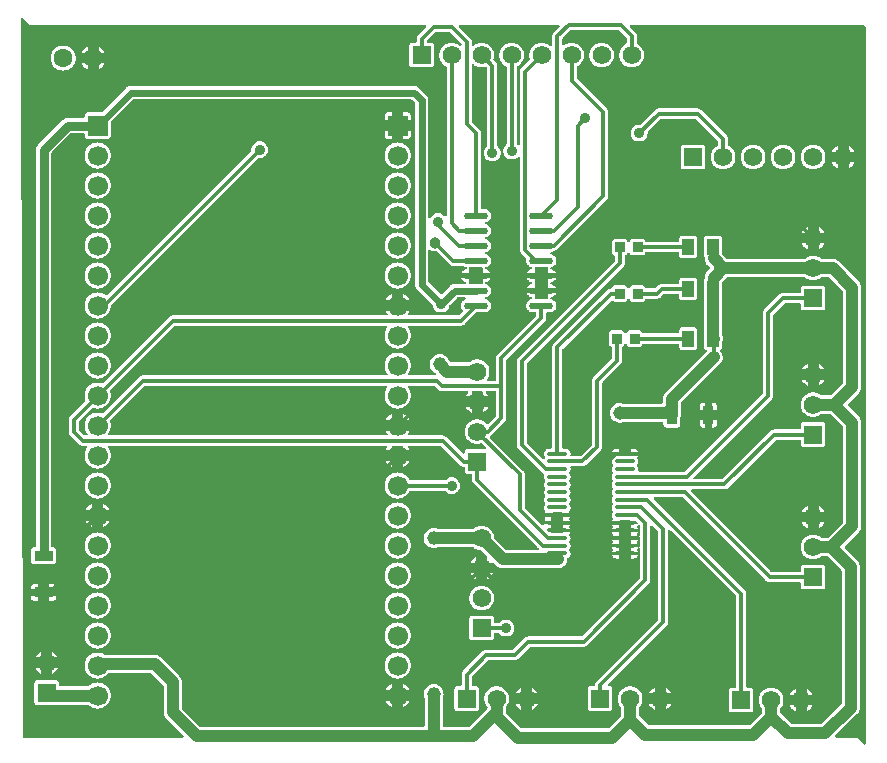
<source format=gtl>
G04 Layer: TopLayer*
G04 EasyEDA v6.5.22, 2022-12-01 15:05:32*
G04 f9cf6ae4047b4148b17f980a7d3d99a3,3377a35bda5640eaacad09db658d017c,10*
G04 Gerber Generator version 0.2*
G04 Scale: 100 percent, Rotated: No, Reflected: No *
G04 Dimensions in inches *
G04 leading zeros omitted , absolute positions ,3 integer and 6 decimal *
%FSLAX36Y36*%
%MOIN*%

%AMMACRO1*21,1,$1,$2,0,0,$3*%
%ADD10C,0.0240*%
%ADD11C,0.0135*%
%ADD12C,0.0300*%
%ADD13C,0.0400*%
%ADD14R,0.0354X0.0630*%
%ADD15MACRO1,0.034X0.0318X90.0000*%
%ADD16O,0.080236X0.022597999999999997*%
%ADD17O,0.06816900000000001X0.013504*%
%ADD18R,0.0630X0.0354*%
%ADD19R,0.0394X0.0551*%
%ADD20R,0.0620X0.0620*%
%ADD21C,0.0620*%
%ADD22C,0.0630*%
%ADD23C,0.0669*%
%ADD24R,0.0669X0.0669*%
%ADD25C,0.0360*%
%ADD26C,0.0450*%
%ADD27C,0.0380*%
%ADD28C,0.0460*%
%ADD29C,0.0160*%

%LPD*%
G36*
X1784800Y626340D02*
G01*
X1783260Y626640D01*
X1781980Y627500D01*
X1727020Y682440D01*
X1724420Y684400D01*
X1721620Y685800D01*
X1718620Y686640D01*
X1715320Y686960D01*
X1602680Y686960D01*
X1601220Y687220D01*
X1599960Y688020D01*
X1599079Y689220D01*
X1598680Y690660D01*
X1598860Y692140D01*
X1599540Y693439D01*
X1600800Y695020D01*
X1603700Y699800D01*
X1604139Y700759D01*
X1584240Y700759D01*
X1584240Y690960D01*
X1583920Y689419D01*
X1583060Y688120D01*
X1581759Y687260D01*
X1580240Y686960D01*
X1549760Y686960D01*
X1548240Y687260D01*
X1546940Y688120D01*
X1546080Y689419D01*
X1545760Y690960D01*
X1545760Y700759D01*
X1525860Y700759D01*
X1526300Y699800D01*
X1529199Y695020D01*
X1530460Y693439D01*
X1531140Y692140D01*
X1531320Y690660D01*
X1530920Y689220D01*
X1530040Y688020D01*
X1528779Y687220D01*
X1527320Y686960D01*
X602680Y686960D01*
X601220Y687220D01*
X599960Y688020D01*
X599080Y689220D01*
X598680Y690660D01*
X598860Y692140D01*
X599540Y693439D01*
X600800Y695020D01*
X603700Y699800D01*
X605980Y704920D01*
X607560Y710280D01*
X608460Y715800D01*
X608640Y721400D01*
X608100Y726960D01*
X606860Y732420D01*
X606260Y734000D01*
X606020Y735500D01*
X606340Y736979D01*
X607200Y738220D01*
X720860Y851880D01*
X722140Y852740D01*
X723680Y853040D01*
X1527260Y853040D01*
X1528959Y852680D01*
X1530320Y851620D01*
X1531120Y850080D01*
X1531200Y848360D01*
X1530540Y846760D01*
X1527660Y842640D01*
X1525080Y837680D01*
X1523140Y832420D01*
X1521900Y826960D01*
X1521360Y821400D01*
X1521540Y815800D01*
X1522440Y810280D01*
X1524040Y804920D01*
X1526300Y799800D01*
X1529199Y795020D01*
X1532680Y790639D01*
X1536699Y786760D01*
X1541180Y783420D01*
X1546060Y780660D01*
X1551240Y778560D01*
X1556660Y777140D01*
X1562200Y776440D01*
X1567800Y776440D01*
X1573340Y777140D01*
X1578760Y778560D01*
X1583940Y780660D01*
X1588820Y783420D01*
X1593300Y786760D01*
X1597320Y790639D01*
X1600800Y795020D01*
X1603700Y799800D01*
X1605960Y804920D01*
X1607560Y810280D01*
X1608460Y815800D01*
X1608640Y821400D01*
X1608100Y826960D01*
X1606860Y832420D01*
X1604920Y837680D01*
X1602340Y842640D01*
X1599460Y846760D01*
X1598800Y848360D01*
X1598880Y850080D01*
X1599680Y851620D01*
X1601040Y852680D01*
X1602740Y853040D01*
X1686320Y853040D01*
X1687860Y852740D01*
X1689139Y851880D01*
X1701680Y839360D01*
X1704280Y837400D01*
X1707080Y836000D01*
X1710080Y835160D01*
X1713380Y834840D01*
X1797060Y834840D01*
X1798560Y834560D01*
X1799820Y833740D01*
X1800700Y832500D01*
X1801060Y831020D01*
X1800840Y829520D01*
X1800060Y828220D01*
X1797320Y825080D01*
X1794319Y820600D01*
X1793040Y818000D01*
X1812000Y818000D01*
X1812000Y830840D01*
X1812300Y832380D01*
X1813180Y833680D01*
X1814460Y834539D01*
X1816000Y834840D01*
X1844000Y834840D01*
X1845540Y834539D01*
X1846819Y833680D01*
X1847700Y832380D01*
X1848000Y830840D01*
X1848000Y818000D01*
X1866960Y818000D01*
X1865680Y820600D01*
X1862680Y825080D01*
X1859940Y828220D01*
X1859160Y829520D01*
X1858940Y831020D01*
X1859300Y832500D01*
X1860180Y833740D01*
X1861440Y834560D01*
X1862940Y834840D01*
X1889040Y834840D01*
X1890580Y834539D01*
X1891879Y833680D01*
X1892740Y832380D01*
X1893040Y830840D01*
X1893040Y753680D01*
X1892740Y752140D01*
X1891879Y750860D01*
X1867300Y726280D01*
X1865940Y725380D01*
X1864340Y725100D01*
X1862760Y725480D01*
X1861459Y726460D01*
X1859120Y729120D01*
X1855080Y732680D01*
X1850600Y735680D01*
X1845760Y738060D01*
X1840660Y739780D01*
X1835380Y740840D01*
X1830000Y741200D01*
X1824620Y740840D01*
X1819340Y739780D01*
X1814240Y738060D01*
X1809400Y735680D01*
X1804920Y732680D01*
X1800880Y729120D01*
X1797320Y725080D01*
X1794319Y720600D01*
X1791940Y715759D01*
X1790220Y710660D01*
X1789160Y705380D01*
X1788800Y700000D01*
X1789160Y694620D01*
X1790220Y689340D01*
X1791940Y684240D01*
X1794319Y679400D01*
X1797320Y674920D01*
X1800880Y670879D01*
X1804920Y667320D01*
X1809400Y664320D01*
X1814240Y661940D01*
X1819340Y660220D01*
X1824620Y659160D01*
X1830000Y658800D01*
X1835380Y659160D01*
X1840660Y660220D01*
X1842160Y660720D01*
X1843620Y660920D01*
X1845060Y660600D01*
X1846260Y659760D01*
X1858000Y648020D01*
X1858860Y646740D01*
X1859180Y645200D01*
X1858860Y643660D01*
X1858000Y642380D01*
X1856699Y641500D01*
X1855180Y641200D01*
X1799220Y641200D01*
X1796740Y640920D01*
X1794580Y640160D01*
X1792660Y638960D01*
X1791040Y637340D01*
X1789840Y635420D01*
X1789079Y633260D01*
X1788800Y630340D01*
X1788500Y628800D01*
X1787620Y627500D01*
X1786339Y626640D01*
G37*

%LPC*%
G36*
X1525900Y739240D02*
G01*
X1545760Y739240D01*
X1545760Y759100D01*
X1543580Y758040D01*
X1538880Y754980D01*
X1534620Y751360D01*
X1530860Y747220D01*
X1527660Y742640D01*
G37*
G36*
X1584240Y739240D02*
G01*
X1604100Y739240D01*
X1602340Y742640D01*
X1599139Y747220D01*
X1595380Y751360D01*
X1591120Y754980D01*
X1586420Y758040D01*
X1584240Y759100D01*
G37*
G36*
X1848000Y763040D02*
G01*
X1850600Y764320D01*
X1855080Y767320D01*
X1859120Y770879D01*
X1862680Y774920D01*
X1865680Y779400D01*
X1866960Y782000D01*
X1848000Y782000D01*
G37*
G36*
X1812000Y763040D02*
G01*
X1812000Y782000D01*
X1793040Y782000D01*
X1794319Y779400D01*
X1797320Y774920D01*
X1800880Y770879D01*
X1804920Y767320D01*
X1809400Y764320D01*
G37*

%LPD*%
G36*
X3121000Y-344340D02*
G01*
X3119460Y-344040D01*
X3118180Y-343180D01*
X3095280Y-320280D01*
X3094600Y-320000D01*
X3027360Y-320000D01*
X3025840Y-319700D01*
X3024540Y-318820D01*
X3023680Y-317540D01*
X3023360Y-316000D01*
X3023680Y-314460D01*
X3024540Y-313180D01*
X3097080Y-240600D01*
X3099340Y-237880D01*
X3099900Y-237079D01*
X3101740Y-234040D01*
X3102180Y-233160D01*
X3103840Y-228980D01*
X3104680Y-225539D01*
X3104840Y-224579D01*
X3105179Y-221060D01*
X3105179Y251060D01*
X3104840Y254579D01*
X3104680Y255539D01*
X3103840Y258980D01*
X3102180Y263160D01*
X3101740Y264040D01*
X3099900Y267080D01*
X3099340Y267880D01*
X3097080Y270600D01*
X3055539Y312180D01*
X3054680Y313460D01*
X3054360Y315000D01*
X3054680Y316540D01*
X3055539Y317820D01*
X3102080Y364400D01*
X3104340Y367120D01*
X3104900Y367920D01*
X3106740Y370959D01*
X3107180Y371840D01*
X3108840Y376019D01*
X3109680Y379460D01*
X3109840Y380420D01*
X3110179Y383940D01*
X3110179Y731060D01*
X3109840Y734580D01*
X3109680Y735540D01*
X3108840Y738980D01*
X3107180Y743160D01*
X3106740Y744040D01*
X3104900Y747080D01*
X3104340Y747880D01*
X3102080Y750600D01*
X3065539Y787180D01*
X3064680Y788460D01*
X3064360Y790000D01*
X3064680Y791540D01*
X3065539Y792820D01*
X3102080Y829400D01*
X3104340Y832120D01*
X3104900Y832920D01*
X3106740Y835960D01*
X3107180Y836840D01*
X3108840Y841020D01*
X3109680Y844460D01*
X3109840Y845420D01*
X3110179Y848940D01*
X3110179Y1181060D01*
X3109840Y1184580D01*
X3109680Y1185540D01*
X3108840Y1188980D01*
X3107180Y1193160D01*
X3106740Y1194040D01*
X3104900Y1197080D01*
X3104340Y1197880D01*
X3102080Y1200600D01*
X3035600Y1267080D01*
X3032880Y1269340D01*
X3032080Y1269900D01*
X3029040Y1271740D01*
X3028159Y1272180D01*
X3023980Y1273840D01*
X3020539Y1274680D01*
X3019580Y1274840D01*
X3016060Y1275180D01*
X2979400Y1275200D01*
X2978000Y1275460D01*
X2976780Y1276200D01*
X2975080Y1277680D01*
X2970600Y1280680D01*
X2965760Y1283060D01*
X2960659Y1284780D01*
X2955380Y1285840D01*
X2950000Y1286200D01*
X2944620Y1285840D01*
X2939340Y1284780D01*
X2934240Y1283060D01*
X2929400Y1280680D01*
X2924920Y1277680D01*
X2923240Y1276200D01*
X2922000Y1275460D01*
X2920600Y1275200D01*
X2664340Y1275200D01*
X2662799Y1275500D01*
X2661500Y1276380D01*
X2647400Y1290480D01*
X2646540Y1291780D01*
X2646240Y1293300D01*
X2646240Y1342320D01*
X2645960Y1344820D01*
X2645200Y1346960D01*
X2643980Y1348899D01*
X2642380Y1350500D01*
X2640440Y1351720D01*
X2638300Y1352460D01*
X2635820Y1352740D01*
X2596880Y1352740D01*
X2594400Y1352460D01*
X2592260Y1351720D01*
X2590320Y1350500D01*
X2588720Y1348899D01*
X2587500Y1346960D01*
X2586740Y1344820D01*
X2586460Y1342320D01*
X2586460Y1287680D01*
X2586740Y1285180D01*
X2587500Y1283040D01*
X2588180Y1281600D01*
X2588320Y1280420D01*
X2588140Y1275740D01*
X2588639Y1271240D01*
X2589820Y1266900D01*
X2591620Y1262760D01*
X2594020Y1258940D01*
X2597060Y1255400D01*
X2604640Y1247820D01*
X2605500Y1246540D01*
X2605800Y1245000D01*
X2605500Y1243480D01*
X2604640Y1242180D01*
X2596220Y1233740D01*
X2593960Y1231020D01*
X2593399Y1230220D01*
X2591580Y1227180D01*
X2591139Y1226320D01*
X2589780Y1223040D01*
X2589480Y1222120D01*
X2588620Y1218680D01*
X2588460Y1217720D01*
X2588140Y1214220D01*
X2588120Y1209080D01*
X2587960Y1207980D01*
X2587500Y1206960D01*
X2586740Y1204820D01*
X2586460Y1202320D01*
X2586460Y1179200D01*
X2586160Y1174860D01*
X2586180Y1010920D01*
X2586460Y1007760D01*
X2586460Y982680D01*
X2586740Y980180D01*
X2587500Y978040D01*
X2588720Y976100D01*
X2590320Y974500D01*
X2593780Y972400D01*
X2594720Y971100D01*
X2595080Y969539D01*
X2594800Y967960D01*
X2593920Y966620D01*
X2456920Y829599D01*
X2454660Y826880D01*
X2454100Y826080D01*
X2452260Y823040D01*
X2451820Y822159D01*
X2450160Y817980D01*
X2449320Y814539D01*
X2449160Y813580D01*
X2448820Y810060D01*
X2448800Y796740D01*
X2448500Y795200D01*
X2447620Y793900D01*
X2446340Y793040D01*
X2444800Y792740D01*
X2318840Y792740D01*
X2317540Y792940D01*
X2313980Y794160D01*
X2309300Y795020D01*
X2304520Y795200D01*
X2299780Y794680D01*
X2295160Y793460D01*
X2290780Y791600D01*
X2286700Y789120D01*
X2283040Y786060D01*
X2279840Y782500D01*
X2277220Y778520D01*
X2275180Y774200D01*
X2273820Y769640D01*
X2273120Y764920D01*
X2273120Y760140D01*
X2273820Y755420D01*
X2275180Y750860D01*
X2277220Y746540D01*
X2279840Y742560D01*
X2283040Y739000D01*
X2286700Y735939D01*
X2290780Y733460D01*
X2295160Y731600D01*
X2299780Y730380D01*
X2304520Y729860D01*
X2309300Y730040D01*
X2313980Y730900D01*
X2317540Y732120D01*
X2318840Y732340D01*
X2447060Y732340D01*
X2448600Y732020D01*
X2449880Y731160D01*
X2450760Y729860D01*
X2451060Y728340D01*
X2451060Y723720D01*
X2451340Y721240D01*
X2452100Y719080D01*
X2453300Y717159D01*
X2454920Y715540D01*
X2456840Y714340D01*
X2459000Y713580D01*
X2461480Y713300D01*
X2496460Y713300D01*
X2498960Y713580D01*
X2501100Y714340D01*
X2503040Y715540D01*
X2504640Y717159D01*
X2505860Y719080D01*
X2506620Y721240D01*
X2506900Y723720D01*
X2506900Y742920D01*
X2507160Y744380D01*
X2507840Y746100D01*
X2508860Y750500D01*
X2509200Y755140D01*
X2509200Y794840D01*
X2509500Y796360D01*
X2510380Y797660D01*
X2639540Y926840D01*
X2642580Y930380D01*
X2645000Y934200D01*
X2646800Y938319D01*
X2647960Y942680D01*
X2648460Y947180D01*
X2648300Y951680D01*
X2647460Y956120D01*
X2645960Y960380D01*
X2643860Y964360D01*
X2641180Y968000D01*
X2640240Y969500D01*
X2640059Y971260D01*
X2640640Y972940D01*
X2641900Y974200D01*
X2642380Y974500D01*
X2643980Y976100D01*
X2645200Y978040D01*
X2645960Y980180D01*
X2646240Y982680D01*
X2646240Y997980D01*
X2646460Y999300D01*
X2647480Y1002180D01*
X2648320Y1006620D01*
X2648480Y1011120D01*
X2647980Y1015600D01*
X2646680Y1020340D01*
X2646560Y1021400D01*
X2646560Y1174860D01*
X2646240Y1179200D01*
X2646240Y1196700D01*
X2646540Y1198220D01*
X2647400Y1199520D01*
X2661500Y1213620D01*
X2662799Y1214500D01*
X2664340Y1214800D01*
X2920600Y1214800D01*
X2922000Y1214540D01*
X2923220Y1213800D01*
X2924920Y1212320D01*
X2929400Y1209320D01*
X2934240Y1206940D01*
X2939340Y1205220D01*
X2944620Y1204160D01*
X2950000Y1203800D01*
X2955380Y1204160D01*
X2960659Y1205220D01*
X2965760Y1206940D01*
X2970600Y1209320D01*
X2975080Y1212320D01*
X2976780Y1213800D01*
X2978000Y1214540D01*
X2979400Y1214800D01*
X3000840Y1214800D01*
X3002360Y1214500D01*
X3003660Y1213620D01*
X3048620Y1168660D01*
X3049500Y1167360D01*
X3049800Y1165840D01*
X3049800Y864160D01*
X3049500Y862640D01*
X3048620Y861340D01*
X3008660Y821380D01*
X3007360Y820500D01*
X3005840Y820200D01*
X2979400Y820200D01*
X2978000Y820460D01*
X2976780Y821200D01*
X2975080Y822680D01*
X2970600Y825680D01*
X2965760Y828060D01*
X2960659Y829780D01*
X2955380Y830840D01*
X2950000Y831200D01*
X2944620Y830840D01*
X2939340Y829780D01*
X2934240Y828060D01*
X2929400Y825680D01*
X2924920Y822680D01*
X2920880Y819120D01*
X2917320Y815080D01*
X2914320Y810600D01*
X2911940Y805759D01*
X2910220Y800660D01*
X2909160Y795380D01*
X2908800Y790000D01*
X2909160Y784620D01*
X2910220Y779340D01*
X2911940Y774240D01*
X2914320Y769400D01*
X2917320Y764920D01*
X2920880Y760879D01*
X2924920Y757320D01*
X2929400Y754320D01*
X2934240Y751940D01*
X2939340Y750220D01*
X2944620Y749160D01*
X2950000Y748800D01*
X2955380Y749160D01*
X2960659Y750220D01*
X2965760Y751940D01*
X2970600Y754320D01*
X2975080Y757320D01*
X2976780Y758800D01*
X2978000Y759539D01*
X2979400Y759800D01*
X3005840Y759800D01*
X3007360Y759500D01*
X3008660Y758620D01*
X3048620Y718660D01*
X3049500Y717360D01*
X3049800Y715840D01*
X3049800Y399159D01*
X3049500Y397640D01*
X3048620Y396340D01*
X2998660Y346380D01*
X2997360Y345500D01*
X2995840Y345200D01*
X2979400Y345200D01*
X2978000Y345460D01*
X2976780Y346200D01*
X2975080Y347680D01*
X2970600Y350680D01*
X2965760Y353060D01*
X2960659Y354780D01*
X2955380Y355840D01*
X2950000Y356200D01*
X2944620Y355840D01*
X2939340Y354780D01*
X2934240Y353060D01*
X2929400Y350680D01*
X2924920Y347680D01*
X2920880Y344120D01*
X2917320Y340080D01*
X2914320Y335600D01*
X2911940Y330760D01*
X2910220Y325660D01*
X2909160Y320379D01*
X2908800Y315000D01*
X2909160Y309620D01*
X2910220Y304340D01*
X2911940Y299240D01*
X2914320Y294400D01*
X2917320Y289920D01*
X2920880Y285880D01*
X2924920Y282320D01*
X2929400Y279320D01*
X2934240Y276940D01*
X2939340Y275220D01*
X2944620Y274160D01*
X2950000Y273800D01*
X2955380Y274160D01*
X2960659Y275220D01*
X2965760Y276940D01*
X2970600Y279320D01*
X2975080Y282320D01*
X2976780Y283800D01*
X2978000Y284540D01*
X2979400Y284800D01*
X2995840Y284800D01*
X2997360Y284500D01*
X2998660Y283620D01*
X3043620Y238660D01*
X3044500Y237360D01*
X3044800Y235840D01*
X3044800Y-205840D01*
X3044500Y-207360D01*
X3043620Y-208660D01*
X2978660Y-273620D01*
X2977360Y-274500D01*
X2975840Y-274800D01*
X2879160Y-274800D01*
X2877640Y-274500D01*
X2876340Y-273620D01*
X2841380Y-238660D01*
X2840500Y-237360D01*
X2840200Y-235840D01*
X2840200Y-224400D01*
X2840460Y-223000D01*
X2841200Y-221780D01*
X2842679Y-220080D01*
X2845680Y-215600D01*
X2848060Y-210760D01*
X2849780Y-205660D01*
X2850840Y-200380D01*
X2851200Y-195000D01*
X2850840Y-189620D01*
X2849780Y-184340D01*
X2848060Y-179240D01*
X2845680Y-174400D01*
X2842679Y-169920D01*
X2839120Y-165880D01*
X2835080Y-162320D01*
X2830600Y-159320D01*
X2825760Y-156940D01*
X2820659Y-155220D01*
X2815380Y-154160D01*
X2810000Y-153800D01*
X2804620Y-154160D01*
X2799340Y-155220D01*
X2794240Y-156940D01*
X2789400Y-159320D01*
X2784920Y-162320D01*
X2780880Y-165880D01*
X2777320Y-169920D01*
X2774320Y-174400D01*
X2771940Y-179240D01*
X2770220Y-184340D01*
X2769160Y-189620D01*
X2768800Y-195000D01*
X2769160Y-200380D01*
X2770220Y-205660D01*
X2771940Y-210760D01*
X2774320Y-215600D01*
X2777320Y-220080D01*
X2778800Y-221780D01*
X2779540Y-223000D01*
X2779800Y-224400D01*
X2779800Y-235840D01*
X2779500Y-237360D01*
X2778620Y-238660D01*
X2738660Y-278620D01*
X2737360Y-279500D01*
X2735840Y-279800D01*
X2404160Y-279800D01*
X2402640Y-279500D01*
X2401340Y-278620D01*
X2371380Y-248660D01*
X2370500Y-247360D01*
X2370200Y-245840D01*
X2370200Y-219400D01*
X2370460Y-218000D01*
X2371200Y-216780D01*
X2372680Y-215080D01*
X2375680Y-210600D01*
X2378060Y-205760D01*
X2379780Y-200660D01*
X2380840Y-195380D01*
X2381200Y-190000D01*
X2380840Y-184620D01*
X2379780Y-179340D01*
X2378060Y-174240D01*
X2375680Y-169400D01*
X2372680Y-164920D01*
X2369120Y-160880D01*
X2365080Y-157320D01*
X2360600Y-154320D01*
X2355760Y-151940D01*
X2350660Y-150220D01*
X2345380Y-149160D01*
X2340000Y-148800D01*
X2334620Y-149160D01*
X2329340Y-150220D01*
X2324240Y-151940D01*
X2319400Y-154320D01*
X2314920Y-157320D01*
X2310880Y-160880D01*
X2307320Y-164920D01*
X2304320Y-169400D01*
X2301940Y-174240D01*
X2300220Y-179340D01*
X2299160Y-184620D01*
X2298800Y-190000D01*
X2299160Y-195380D01*
X2300220Y-200660D01*
X2301940Y-205760D01*
X2304320Y-210600D01*
X2307320Y-215080D01*
X2308800Y-216780D01*
X2309540Y-218000D01*
X2309800Y-219400D01*
X2309800Y-245840D01*
X2309500Y-247360D01*
X2308620Y-248660D01*
X2268660Y-288620D01*
X2267360Y-289500D01*
X2265840Y-289800D01*
X1979160Y-289800D01*
X1977640Y-289500D01*
X1976339Y-288620D01*
X1926380Y-238660D01*
X1925500Y-237360D01*
X1925200Y-235840D01*
X1925200Y-219400D01*
X1925460Y-218000D01*
X1926200Y-216780D01*
X1927680Y-215080D01*
X1930680Y-210600D01*
X1933060Y-205760D01*
X1934780Y-200660D01*
X1935840Y-195380D01*
X1936200Y-190000D01*
X1935840Y-184620D01*
X1934780Y-179340D01*
X1933060Y-174240D01*
X1930680Y-169400D01*
X1927680Y-164920D01*
X1924120Y-160880D01*
X1920080Y-157320D01*
X1915600Y-154320D01*
X1910760Y-151940D01*
X1905660Y-150220D01*
X1900380Y-149160D01*
X1895000Y-148800D01*
X1889620Y-149160D01*
X1884340Y-150220D01*
X1879240Y-151940D01*
X1874400Y-154320D01*
X1869920Y-157320D01*
X1865880Y-160880D01*
X1862320Y-164920D01*
X1859319Y-169400D01*
X1856940Y-174240D01*
X1855220Y-179340D01*
X1854160Y-184620D01*
X1853800Y-190000D01*
X1854160Y-195380D01*
X1855220Y-200660D01*
X1856940Y-205760D01*
X1859319Y-210600D01*
X1862320Y-215080D01*
X1863800Y-216780D01*
X1864540Y-218000D01*
X1864800Y-219400D01*
X1864800Y-220840D01*
X1864500Y-222360D01*
X1863620Y-223660D01*
X1803660Y-283620D01*
X1802360Y-284500D01*
X1800840Y-284800D01*
X1719199Y-284800D01*
X1717660Y-284500D01*
X1716380Y-283620D01*
X1715500Y-282340D01*
X1715200Y-280800D01*
X1715200Y-189440D01*
X1715460Y-188000D01*
X1716780Y-184560D01*
X1717840Y-179840D01*
X1718180Y-175000D01*
X1717840Y-170159D01*
X1716780Y-165440D01*
X1715060Y-160920D01*
X1712680Y-156680D01*
X1709720Y-152860D01*
X1706240Y-149480D01*
X1702280Y-146660D01*
X1697980Y-144460D01*
X1693400Y-142880D01*
X1688640Y-142000D01*
X1683779Y-141840D01*
X1678980Y-142360D01*
X1674280Y-143580D01*
X1669820Y-145480D01*
X1665680Y-148000D01*
X1661960Y-151100D01*
X1658740Y-154720D01*
X1656060Y-158760D01*
X1654000Y-163140D01*
X1652600Y-167780D01*
X1651900Y-172580D01*
X1651900Y-177420D01*
X1652600Y-182220D01*
X1654000Y-186860D01*
X1654420Y-187760D01*
X1654800Y-189460D01*
X1654800Y-280800D01*
X1654500Y-282340D01*
X1653620Y-283620D01*
X1652340Y-284500D01*
X1650800Y-284800D01*
X909160Y-284800D01*
X907640Y-284500D01*
X906340Y-283620D01*
X846380Y-223660D01*
X845500Y-222360D01*
X845200Y-220840D01*
X845180Y-133940D01*
X844840Y-130420D01*
X844680Y-129460D01*
X843840Y-126020D01*
X842180Y-121840D01*
X841740Y-120960D01*
X839900Y-117920D01*
X839340Y-117120D01*
X837080Y-114400D01*
X775600Y-52920D01*
X772880Y-50660D01*
X772080Y-50100D01*
X769040Y-48259D01*
X768160Y-47820D01*
X763980Y-46160D01*
X760540Y-45320D01*
X759580Y-45160D01*
X756060Y-44820D01*
X591980Y-44800D01*
X590840Y-44640D01*
X589780Y-44160D01*
X586420Y-41960D01*
X581380Y-39540D01*
X576080Y-37780D01*
X570580Y-36700D01*
X565000Y-36340D01*
X559420Y-36700D01*
X553920Y-37780D01*
X548620Y-39540D01*
X543580Y-41960D01*
X538880Y-45020D01*
X534620Y-48640D01*
X530860Y-52779D01*
X527660Y-57360D01*
X525080Y-62320D01*
X523140Y-67580D01*
X521900Y-73040D01*
X521360Y-78600D01*
X521540Y-84200D01*
X522440Y-89720D01*
X524040Y-95079D01*
X526300Y-100200D01*
X529200Y-104980D01*
X532680Y-109360D01*
X536700Y-113240D01*
X541180Y-116580D01*
X546060Y-119340D01*
X551240Y-121440D01*
X556660Y-122860D01*
X562200Y-123560D01*
X567800Y-123560D01*
X573340Y-122860D01*
X578760Y-121440D01*
X583940Y-119340D01*
X588820Y-116580D01*
X593300Y-113240D01*
X597320Y-109360D01*
X599420Y-106700D01*
X600300Y-105900D01*
X601380Y-105380D01*
X602560Y-105200D01*
X740840Y-105200D01*
X742360Y-105500D01*
X743660Y-106380D01*
X783620Y-146340D01*
X784500Y-147640D01*
X784800Y-149160D01*
X784820Y-236060D01*
X785160Y-239579D01*
X785320Y-240539D01*
X786160Y-243980D01*
X787820Y-248160D01*
X788259Y-249040D01*
X790100Y-252079D01*
X790660Y-252880D01*
X792920Y-255600D01*
X850460Y-313180D01*
X851320Y-314460D01*
X851640Y-316000D01*
X851320Y-317540D01*
X850460Y-318820D01*
X849160Y-319700D01*
X847640Y-320000D01*
X319000Y-320000D01*
X317460Y-319700D01*
X316160Y-318840D01*
X315300Y-317540D01*
X315000Y-316000D01*
X310020Y2075320D01*
X310320Y2076840D01*
X311180Y2078140D01*
X312480Y2079019D01*
X314020Y2079319D01*
X315540Y2079019D01*
X316840Y2078160D01*
X339720Y2055280D01*
X340400Y2055000D01*
X1656360Y2055000D01*
X1657900Y2054700D01*
X1659199Y2053820D01*
X1660060Y2052540D01*
X1660360Y2051000D01*
X1660060Y2049460D01*
X1659199Y2048180D01*
X1632560Y2021519D01*
X1630600Y2018920D01*
X1629199Y2016120D01*
X1628360Y2013120D01*
X1628040Y2009820D01*
X1628040Y2000200D01*
X1627740Y1998660D01*
X1626879Y1997380D01*
X1625580Y1996500D01*
X1624040Y1996200D01*
X1614220Y1996200D01*
X1611740Y1995920D01*
X1609580Y1995160D01*
X1607660Y1993959D01*
X1606040Y1992340D01*
X1604840Y1990420D01*
X1604079Y1988260D01*
X1603800Y1985780D01*
X1603800Y1924220D01*
X1604079Y1921740D01*
X1604840Y1919580D01*
X1606040Y1917660D01*
X1607660Y1916040D01*
X1609580Y1914840D01*
X1611740Y1914079D01*
X1614220Y1913800D01*
X1675780Y1913800D01*
X1678260Y1914079D01*
X1680420Y1914840D01*
X1682340Y1916040D01*
X1683959Y1917660D01*
X1685160Y1919580D01*
X1685920Y1921740D01*
X1686200Y1924220D01*
X1686200Y1985780D01*
X1685920Y1988260D01*
X1685160Y1990420D01*
X1683959Y1992340D01*
X1682340Y1993959D01*
X1680420Y1995160D01*
X1678260Y1995920D01*
X1675780Y1996200D01*
X1665960Y1996200D01*
X1664420Y1996500D01*
X1663120Y1997380D01*
X1662260Y1998660D01*
X1661960Y2000200D01*
X1661960Y2001320D01*
X1662260Y2002860D01*
X1663120Y2004139D01*
X1690860Y2031879D01*
X1692140Y2032740D01*
X1693680Y2033040D01*
X1736320Y2033040D01*
X1737860Y2032740D01*
X1739139Y2031879D01*
X1776879Y1994139D01*
X1777740Y1992860D01*
X1778040Y1991320D01*
X1778040Y1989520D01*
X1777760Y1988020D01*
X1776940Y1986740D01*
X1775700Y1985880D01*
X1774220Y1985520D01*
X1772720Y1985740D01*
X1771420Y1986500D01*
X1770080Y1987680D01*
X1765600Y1990680D01*
X1760760Y1993060D01*
X1755660Y1994780D01*
X1750380Y1995840D01*
X1745000Y1996200D01*
X1739620Y1995840D01*
X1734340Y1994780D01*
X1729240Y1993060D01*
X1724400Y1990680D01*
X1719920Y1987680D01*
X1715880Y1984120D01*
X1712320Y1980080D01*
X1709319Y1975600D01*
X1706940Y1970760D01*
X1705220Y1965660D01*
X1704160Y1960380D01*
X1703800Y1955000D01*
X1704160Y1949620D01*
X1705220Y1944340D01*
X1706940Y1939240D01*
X1709319Y1934400D01*
X1712320Y1929920D01*
X1715880Y1925880D01*
X1719920Y1922320D01*
X1724400Y1919319D01*
X1725820Y1918640D01*
X1727000Y1917740D01*
X1727780Y1916500D01*
X1728040Y1915040D01*
X1728040Y1421279D01*
X1727720Y1419700D01*
X1726800Y1418360D01*
X1725440Y1417520D01*
X1723839Y1417280D01*
X1722280Y1417680D01*
X1721000Y1418680D01*
X1719940Y1419940D01*
X1716560Y1422800D01*
X1712800Y1425120D01*
X1708720Y1426800D01*
X1704400Y1427840D01*
X1700000Y1428180D01*
X1695600Y1427840D01*
X1691279Y1426800D01*
X1687200Y1425120D01*
X1683440Y1422800D01*
X1680060Y1419940D01*
X1677200Y1416560D01*
X1674019Y1411500D01*
X1672720Y1410660D01*
X1671180Y1410360D01*
X1669660Y1410660D01*
X1668360Y1411540D01*
X1667500Y1412820D01*
X1667200Y1414360D01*
X1667200Y1804920D01*
X1667120Y1806940D01*
X1666860Y1808860D01*
X1666440Y1810740D01*
X1665860Y1812600D01*
X1665120Y1814379D01*
X1664220Y1816100D01*
X1663180Y1817740D01*
X1662000Y1819259D01*
X1660640Y1820760D01*
X1635760Y1845640D01*
X1634259Y1847000D01*
X1632740Y1848180D01*
X1631100Y1849220D01*
X1629379Y1850120D01*
X1627600Y1850860D01*
X1625740Y1851440D01*
X1623860Y1851860D01*
X1621940Y1852120D01*
X1619920Y1852200D01*
X675100Y1852200D01*
X673080Y1852120D01*
X671160Y1851860D01*
X669260Y1851440D01*
X667420Y1850860D01*
X665620Y1850120D01*
X663920Y1849220D01*
X662280Y1848180D01*
X660740Y1847000D01*
X659260Y1845640D01*
X578440Y1764820D01*
X577140Y1763959D01*
X575620Y1763660D01*
X531760Y1763660D01*
X529280Y1763380D01*
X527120Y1762620D01*
X525200Y1761399D01*
X523579Y1759800D01*
X522360Y1757860D01*
X521620Y1755720D01*
X521340Y1753220D01*
X521340Y1749199D01*
X521040Y1747660D01*
X520160Y1746380D01*
X518860Y1745500D01*
X517340Y1745200D01*
X465120Y1745200D01*
X461800Y1745000D01*
X457740Y1744120D01*
X456900Y1743860D01*
X453860Y1742600D01*
X453080Y1742200D01*
X449580Y1739940D01*
X447100Y1737740D01*
X367260Y1657900D01*
X365060Y1655420D01*
X362800Y1651920D01*
X362400Y1651140D01*
X361140Y1648100D01*
X360880Y1647260D01*
X360000Y1643200D01*
X359799Y1639880D01*
X359799Y317940D01*
X359500Y316400D01*
X358620Y315120D01*
X357340Y314240D01*
X355800Y313940D01*
X353720Y313940D01*
X351240Y313660D01*
X349080Y312900D01*
X347160Y311700D01*
X345540Y310080D01*
X344340Y308160D01*
X343579Y306000D01*
X343300Y303520D01*
X343300Y268540D01*
X343579Y266040D01*
X344340Y263900D01*
X345540Y261960D01*
X347160Y260360D01*
X349080Y259140D01*
X351240Y258380D01*
X353720Y258100D01*
X416280Y258100D01*
X418760Y258380D01*
X420920Y259140D01*
X422840Y260360D01*
X424460Y261960D01*
X425660Y263900D01*
X426420Y266040D01*
X426700Y268540D01*
X426700Y303520D01*
X426420Y306000D01*
X425660Y308160D01*
X424460Y310080D01*
X422840Y311700D01*
X420920Y312900D01*
X418760Y313660D01*
X416280Y313940D01*
X414200Y313940D01*
X412660Y314240D01*
X411380Y315120D01*
X410500Y316400D01*
X410200Y317940D01*
X410200Y1627900D01*
X410500Y1629440D01*
X411380Y1630740D01*
X474260Y1693620D01*
X475560Y1694500D01*
X477100Y1694800D01*
X517340Y1694800D01*
X518860Y1694500D01*
X520160Y1693620D01*
X521040Y1692340D01*
X521340Y1690800D01*
X521340Y1686759D01*
X521620Y1684259D01*
X522360Y1682120D01*
X523579Y1680180D01*
X525200Y1678580D01*
X527120Y1677360D01*
X529280Y1676600D01*
X531760Y1676320D01*
X598240Y1676320D01*
X600720Y1676600D01*
X602880Y1677360D01*
X604800Y1678580D01*
X606420Y1680180D01*
X607640Y1682120D01*
X608380Y1684259D01*
X608660Y1686759D01*
X608660Y1730600D01*
X608960Y1732140D01*
X609840Y1733440D01*
X683040Y1806620D01*
X684340Y1807500D01*
X685860Y1807800D01*
X1609139Y1807800D01*
X1610680Y1807500D01*
X1611980Y1806620D01*
X1621620Y1796980D01*
X1622500Y1795680D01*
X1622800Y1794139D01*
X1622800Y1190080D01*
X1622880Y1188060D01*
X1623140Y1186140D01*
X1623560Y1184260D01*
X1624139Y1182400D01*
X1624880Y1180620D01*
X1625780Y1178900D01*
X1626819Y1177260D01*
X1628000Y1175740D01*
X1629360Y1174240D01*
X1681100Y1122520D01*
X1681759Y1121640D01*
X1682160Y1120620D01*
X1683200Y1116280D01*
X1684880Y1112200D01*
X1687200Y1108440D01*
X1690060Y1105060D01*
X1693440Y1102200D01*
X1697200Y1099880D01*
X1701279Y1098200D01*
X1705600Y1097160D01*
X1710000Y1096820D01*
X1714400Y1097160D01*
X1718720Y1098200D01*
X1722800Y1099880D01*
X1726560Y1102200D01*
X1729940Y1105060D01*
X1732800Y1108440D01*
X1735120Y1112200D01*
X1736800Y1116280D01*
X1737840Y1120620D01*
X1738240Y1121640D01*
X1738899Y1122520D01*
X1763020Y1146620D01*
X1764319Y1147500D01*
X1765860Y1147800D01*
X1788100Y1147800D01*
X1789600Y1147500D01*
X1790900Y1146660D01*
X1791759Y1145400D01*
X1792100Y1143900D01*
X1791840Y1142380D01*
X1791020Y1141080D01*
X1789780Y1140180D01*
X1786420Y1138600D01*
X1783360Y1136460D01*
X1780700Y1133800D01*
X1778560Y1130740D01*
X1776980Y1127340D01*
X1776000Y1123740D01*
X1775680Y1120000D01*
X1776000Y1116260D01*
X1776980Y1112660D01*
X1778560Y1109260D01*
X1780700Y1106200D01*
X1781620Y1105280D01*
X1782500Y1103980D01*
X1782800Y1102440D01*
X1782500Y1100920D01*
X1781620Y1099620D01*
X1770140Y1088120D01*
X1768839Y1087260D01*
X1767300Y1086960D01*
X1602680Y1086960D01*
X1601220Y1087220D01*
X1599960Y1088020D01*
X1599079Y1089220D01*
X1598680Y1090660D01*
X1598860Y1092140D01*
X1599540Y1093440D01*
X1600800Y1095020D01*
X1603700Y1099800D01*
X1604139Y1100760D01*
X1584240Y1100760D01*
X1584240Y1090960D01*
X1583920Y1089420D01*
X1583060Y1088120D01*
X1581759Y1087260D01*
X1580240Y1086960D01*
X1549760Y1086960D01*
X1548240Y1087260D01*
X1546940Y1088120D01*
X1546080Y1089420D01*
X1545760Y1090960D01*
X1545760Y1100760D01*
X1525860Y1100760D01*
X1526300Y1099800D01*
X1529199Y1095020D01*
X1530460Y1093440D01*
X1531140Y1092140D01*
X1531320Y1090660D01*
X1530920Y1089220D01*
X1530040Y1088020D01*
X1528779Y1087220D01*
X1527320Y1086960D01*
X814360Y1086940D01*
X811120Y1086480D01*
X808160Y1085500D01*
X805440Y1083980D01*
X802880Y1081860D01*
X583220Y862180D01*
X582000Y861360D01*
X580580Y861020D01*
X579120Y861220D01*
X576080Y862220D01*
X570580Y863300D01*
X565000Y863660D01*
X559420Y863300D01*
X553920Y862220D01*
X548620Y860460D01*
X543580Y858040D01*
X538880Y854980D01*
X534620Y851360D01*
X530860Y847220D01*
X527660Y842640D01*
X525080Y837680D01*
X523140Y832420D01*
X521900Y826960D01*
X521360Y821400D01*
X521540Y815800D01*
X522440Y810280D01*
X523800Y805720D01*
X523940Y804300D01*
X523600Y802920D01*
X522780Y801760D01*
X472560Y751520D01*
X470600Y748920D01*
X469200Y746120D01*
X468360Y743120D01*
X468040Y739820D01*
X468060Y699360D01*
X468519Y696120D01*
X469500Y693160D01*
X471019Y690420D01*
X473140Y687880D01*
X503480Y657560D01*
X506079Y655600D01*
X508880Y654200D01*
X511880Y653360D01*
X515180Y653040D01*
X527260Y653040D01*
X528960Y652680D01*
X530320Y651620D01*
X531120Y650080D01*
X531200Y648360D01*
X530540Y646760D01*
X527660Y642640D01*
X525080Y637680D01*
X523140Y632420D01*
X521900Y626960D01*
X521360Y621400D01*
X521540Y615800D01*
X522440Y610280D01*
X524040Y604920D01*
X526300Y599800D01*
X529200Y595020D01*
X532680Y590640D01*
X536700Y586760D01*
X541180Y583420D01*
X546060Y580660D01*
X551240Y578560D01*
X556660Y577140D01*
X562200Y576440D01*
X567800Y576440D01*
X573340Y577140D01*
X578760Y578560D01*
X583940Y580660D01*
X588820Y583420D01*
X593300Y586760D01*
X597320Y590640D01*
X600800Y595020D01*
X603700Y599800D01*
X605980Y604920D01*
X607560Y610280D01*
X608460Y615800D01*
X608640Y621400D01*
X608100Y626960D01*
X606860Y632420D01*
X604920Y637680D01*
X602340Y642640D01*
X599460Y646760D01*
X598800Y648360D01*
X598880Y650080D01*
X599680Y651620D01*
X601040Y652680D01*
X602740Y653040D01*
X1527260Y653040D01*
X1528959Y652680D01*
X1530320Y651620D01*
X1531120Y650080D01*
X1531200Y648360D01*
X1530540Y646760D01*
X1527660Y642640D01*
X1525900Y639240D01*
X1545760Y639240D01*
X1545760Y649040D01*
X1546080Y650580D01*
X1546940Y651880D01*
X1548240Y652740D01*
X1549760Y653040D01*
X1580240Y653040D01*
X1581759Y652740D01*
X1583060Y651880D01*
X1583920Y650580D01*
X1584240Y649040D01*
X1584240Y639240D01*
X1604100Y639240D01*
X1602340Y642640D01*
X1599460Y646760D01*
X1598800Y648360D01*
X1598880Y650080D01*
X1599680Y651620D01*
X1601040Y652680D01*
X1602740Y653040D01*
X1706819Y653040D01*
X1708360Y652740D01*
X1709640Y651880D01*
X1773980Y587540D01*
X1776560Y585600D01*
X1779360Y584200D01*
X1782380Y583340D01*
X1785200Y583060D01*
X1786600Y582660D01*
X1787760Y581760D01*
X1788540Y580520D01*
X1788800Y579080D01*
X1788800Y569220D01*
X1789079Y566740D01*
X1789840Y564580D01*
X1791040Y562660D01*
X1792660Y561040D01*
X1794580Y559840D01*
X1796740Y559080D01*
X1799220Y558800D01*
X1809040Y558800D01*
X1810580Y558500D01*
X1811879Y557620D01*
X1812740Y556340D01*
X1813040Y554800D01*
X1813060Y539360D01*
X1813520Y536120D01*
X1814500Y533160D01*
X1816040Y530420D01*
X1818140Y527880D01*
X2034100Y312020D01*
X2034960Y310740D01*
X2035260Y309200D01*
X2034960Y307660D01*
X2034100Y306380D01*
X2032800Y305500D01*
X2031260Y305200D01*
X1929160Y305200D01*
X1927640Y305500D01*
X1926339Y306380D01*
X1887140Y345560D01*
X1886339Y346740D01*
X1885980Y348120D01*
X1885840Y350379D01*
X1884780Y355660D01*
X1883060Y360760D01*
X1880680Y365600D01*
X1877680Y370080D01*
X1874120Y374120D01*
X1870080Y377680D01*
X1865600Y380680D01*
X1860760Y383060D01*
X1855660Y384780D01*
X1850380Y385840D01*
X1845000Y386200D01*
X1839620Y385840D01*
X1834340Y384780D01*
X1829240Y383060D01*
X1824400Y380680D01*
X1819920Y377680D01*
X1818220Y376200D01*
X1817000Y375460D01*
X1815600Y375200D01*
X1699620Y375200D01*
X1698320Y375420D01*
X1693400Y377120D01*
X1688640Y378000D01*
X1683779Y378160D01*
X1678980Y377640D01*
X1674280Y376420D01*
X1669820Y374520D01*
X1665680Y372000D01*
X1661960Y368900D01*
X1658740Y365280D01*
X1656060Y361240D01*
X1654000Y356860D01*
X1652600Y352220D01*
X1651900Y347420D01*
X1651900Y342580D01*
X1652600Y337780D01*
X1654000Y333140D01*
X1656060Y328760D01*
X1658740Y324720D01*
X1661960Y321100D01*
X1665680Y318000D01*
X1669820Y315480D01*
X1674280Y313580D01*
X1678980Y312360D01*
X1683779Y311840D01*
X1688640Y312000D01*
X1693400Y312880D01*
X1698320Y314580D01*
X1699620Y314800D01*
X1815600Y314800D01*
X1817000Y314540D01*
X1818220Y313800D01*
X1819920Y312320D01*
X1824400Y309320D01*
X1829240Y306940D01*
X1834340Y305220D01*
X1839620Y304160D01*
X1841879Y304020D01*
X1843260Y303660D01*
X1844440Y302860D01*
X1861819Y285460D01*
X1862700Y284160D01*
X1863000Y282640D01*
X1863000Y263000D01*
X1882640Y263000D01*
X1884160Y262700D01*
X1885460Y261820D01*
X1894400Y252920D01*
X1897120Y250660D01*
X1897920Y250100D01*
X1900960Y248260D01*
X1901840Y247820D01*
X1906020Y246160D01*
X1909460Y245320D01*
X1910420Y245159D01*
X1913940Y244820D01*
X2099860Y244800D01*
X2104500Y245140D01*
X2108900Y246160D01*
X2113100Y247800D01*
X2117000Y250060D01*
X2120540Y252880D01*
X2123600Y256180D01*
X2126140Y259899D01*
X2128100Y263980D01*
X2129440Y268280D01*
X2130100Y272740D01*
X2130100Y275140D01*
X2130380Y276580D01*
X2131140Y277840D01*
X2132320Y278720D01*
X2133420Y279260D01*
X2135920Y281140D01*
X2138020Y283460D01*
X2139660Y286120D01*
X2140800Y289020D01*
X2141360Y292100D01*
X2141360Y295220D01*
X2140800Y298300D01*
X2139660Y301200D01*
X2137680Y304320D01*
X2137140Y305700D01*
X2137140Y307200D01*
X2137680Y308600D01*
X2139660Y311720D01*
X2140800Y314620D01*
X2141360Y317680D01*
X2141360Y320820D01*
X2140800Y323880D01*
X2139660Y326780D01*
X2137680Y329900D01*
X2137140Y331300D01*
X2137140Y332800D01*
X2137680Y334180D01*
X2139660Y337320D01*
X2140800Y340200D01*
X2141360Y343280D01*
X2141360Y346400D01*
X2140800Y349480D01*
X2139660Y352380D01*
X2137680Y355500D01*
X2137140Y356880D01*
X2137140Y358380D01*
X2137680Y359780D01*
X2139660Y362900D01*
X2140300Y364560D01*
X2116520Y364560D01*
X2115680Y363120D01*
X2114340Y362140D01*
X2112720Y361800D01*
X2081620Y361800D01*
X2080000Y362140D01*
X2078660Y363120D01*
X2077820Y364560D01*
X2073340Y364560D01*
X2071819Y364860D01*
X2070520Y365720D01*
X2066759Y369480D01*
X2065900Y370780D01*
X2065600Y372299D01*
X2065900Y373840D01*
X2066759Y375140D01*
X2068060Y376000D01*
X2069600Y376300D01*
X2077620Y376300D01*
X2077620Y390140D01*
X2052360Y390140D01*
X2051060Y389099D01*
X2049460Y388660D01*
X2047820Y388920D01*
X2046420Y389840D01*
X1990360Y445900D01*
X1989480Y447180D01*
X1989180Y448720D01*
X1989160Y558420D01*
X1988720Y561640D01*
X1987720Y564620D01*
X1986200Y567340D01*
X1984079Y569880D01*
X1874060Y679920D01*
X1873160Y681300D01*
X1872880Y682940D01*
X1873300Y684539D01*
X1874319Y685819D01*
X1877120Y688139D01*
X1922440Y733480D01*
X1924400Y736080D01*
X1925800Y738880D01*
X1926639Y741880D01*
X1926960Y745180D01*
X1926960Y936320D01*
X1927260Y937860D01*
X1928120Y939140D01*
X2056440Y1067480D01*
X2058400Y1070080D01*
X2059800Y1072880D01*
X2060640Y1075880D01*
X2060960Y1079180D01*
X2060960Y1094500D01*
X2061260Y1096040D01*
X2062120Y1097320D01*
X2063420Y1098200D01*
X2064960Y1098500D01*
X2072660Y1098500D01*
X2076560Y1098840D01*
X2080180Y1099820D01*
X2083580Y1101400D01*
X2086639Y1103540D01*
X2089300Y1106200D01*
X2091440Y1109260D01*
X2093020Y1112660D01*
X2094000Y1116260D01*
X2094319Y1120000D01*
X2094000Y1123740D01*
X2093020Y1127340D01*
X2091440Y1130740D01*
X2089300Y1133800D01*
X2086639Y1136460D01*
X2083580Y1138600D01*
X2080180Y1140180D01*
X2076639Y1141140D01*
X2075100Y1141940D01*
X2074060Y1143300D01*
X2073680Y1145000D01*
X2074060Y1146700D01*
X2075100Y1148060D01*
X2076639Y1148860D01*
X2080180Y1149820D01*
X2083580Y1151400D01*
X2086639Y1153540D01*
X2089300Y1156200D01*
X2091440Y1159260D01*
X2092640Y1161860D01*
X2066579Y1161860D01*
X2066579Y1145500D01*
X2066260Y1143960D01*
X2065400Y1142680D01*
X2064100Y1141800D01*
X2062580Y1141500D01*
X2025460Y1141500D01*
X2023920Y1141800D01*
X2022620Y1142680D01*
X2021759Y1143960D01*
X2021459Y1145500D01*
X2021459Y1161860D01*
X1995380Y1161860D01*
X1996600Y1159260D01*
X1998740Y1156200D01*
X2001380Y1153540D01*
X2004460Y1151400D01*
X2007840Y1149820D01*
X2011380Y1148860D01*
X2012920Y1148060D01*
X2013980Y1146700D01*
X2014360Y1145000D01*
X2013980Y1143300D01*
X2012920Y1141940D01*
X2011380Y1141140D01*
X2007840Y1140180D01*
X2004460Y1138600D01*
X2001380Y1136460D01*
X1998740Y1133800D01*
X1996600Y1130740D01*
X1995000Y1127340D01*
X1994040Y1123740D01*
X1993720Y1120000D01*
X1994040Y1116260D01*
X1995000Y1112660D01*
X1996600Y1109260D01*
X1998740Y1106200D01*
X2001380Y1103540D01*
X2004460Y1101400D01*
X2007840Y1099820D01*
X2011459Y1098840D01*
X2015380Y1098500D01*
X2023040Y1098500D01*
X2024580Y1098200D01*
X2025880Y1097320D01*
X2026740Y1096040D01*
X2027040Y1094500D01*
X2027040Y1087680D01*
X2026740Y1086140D01*
X2025880Y1084860D01*
X1897560Y956520D01*
X1895600Y953920D01*
X1894199Y951120D01*
X1893360Y948120D01*
X1893040Y944820D01*
X1893040Y872760D01*
X1892740Y871220D01*
X1891879Y869920D01*
X1890580Y869060D01*
X1889040Y868760D01*
X1866040Y868760D01*
X1864360Y869120D01*
X1863000Y870160D01*
X1862180Y871660D01*
X1862080Y873379D01*
X1862720Y874980D01*
X1865680Y879400D01*
X1868060Y884240D01*
X1869780Y889340D01*
X1870840Y894620D01*
X1871200Y900000D01*
X1870840Y905380D01*
X1869780Y910660D01*
X1868060Y915759D01*
X1865680Y920600D01*
X1862680Y925080D01*
X1859120Y929120D01*
X1855080Y932680D01*
X1850600Y935680D01*
X1845760Y938060D01*
X1840660Y939780D01*
X1835380Y940840D01*
X1830000Y941200D01*
X1824620Y940840D01*
X1819340Y939780D01*
X1814240Y938060D01*
X1809400Y935680D01*
X1804920Y932680D01*
X1803220Y931200D01*
X1802000Y930460D01*
X1800600Y930200D01*
X1744160Y930200D01*
X1742640Y930500D01*
X1741339Y931380D01*
X1736540Y936160D01*
X1735640Y937560D01*
X1735060Y939080D01*
X1732680Y943319D01*
X1729720Y947140D01*
X1726240Y950520D01*
X1722280Y953340D01*
X1717980Y955540D01*
X1713400Y957120D01*
X1708640Y958000D01*
X1703779Y958160D01*
X1698980Y957640D01*
X1694280Y956420D01*
X1689820Y954520D01*
X1685680Y952000D01*
X1681960Y948900D01*
X1678740Y945280D01*
X1676060Y941240D01*
X1674000Y936860D01*
X1672600Y932220D01*
X1671900Y927420D01*
X1671900Y922580D01*
X1672600Y917780D01*
X1674000Y913139D01*
X1676060Y908760D01*
X1678740Y904720D01*
X1681960Y901100D01*
X1685680Y898000D01*
X1689820Y895480D01*
X1691819Y894640D01*
X1693120Y893760D01*
X1693959Y892460D01*
X1694259Y890939D01*
X1693940Y889400D01*
X1693080Y888120D01*
X1691780Y887260D01*
X1690260Y886960D01*
X1602680Y886960D01*
X1601220Y887220D01*
X1599960Y888020D01*
X1599079Y889220D01*
X1598680Y890660D01*
X1598860Y892140D01*
X1599540Y893439D01*
X1600800Y895020D01*
X1603700Y899800D01*
X1605960Y904920D01*
X1607560Y910280D01*
X1608460Y915800D01*
X1608640Y921400D01*
X1608100Y926960D01*
X1606860Y932420D01*
X1604920Y937680D01*
X1602340Y942640D01*
X1599139Y947220D01*
X1595380Y951360D01*
X1591120Y954980D01*
X1586420Y958040D01*
X1581380Y960460D01*
X1576080Y962220D01*
X1570580Y963300D01*
X1565000Y963660D01*
X1559420Y963300D01*
X1553920Y962220D01*
X1548620Y960460D01*
X1543580Y958040D01*
X1538880Y954980D01*
X1534620Y951360D01*
X1530860Y947220D01*
X1527660Y942640D01*
X1525080Y937680D01*
X1523140Y932420D01*
X1521900Y926960D01*
X1521360Y921400D01*
X1521540Y915800D01*
X1522440Y910280D01*
X1524040Y904920D01*
X1526300Y899800D01*
X1529199Y895020D01*
X1530460Y893439D01*
X1531140Y892140D01*
X1531320Y890660D01*
X1530920Y889220D01*
X1530040Y888020D01*
X1528779Y887220D01*
X1527320Y886960D01*
X714360Y886940D01*
X711120Y886480D01*
X708160Y885500D01*
X705420Y883980D01*
X702880Y881860D01*
X583220Y762180D01*
X582000Y761360D01*
X580580Y761020D01*
X579120Y761220D01*
X576080Y762220D01*
X570580Y763300D01*
X565000Y763660D01*
X559420Y763300D01*
X553920Y762220D01*
X548620Y760460D01*
X543580Y758040D01*
X538880Y754980D01*
X534620Y751360D01*
X530860Y747220D01*
X527660Y742640D01*
X525080Y737680D01*
X523140Y732420D01*
X521900Y726960D01*
X521360Y721400D01*
X521540Y715800D01*
X522440Y710280D01*
X524040Y704920D01*
X526300Y699800D01*
X529200Y695020D01*
X530460Y693439D01*
X531140Y692140D01*
X531320Y690660D01*
X530920Y689220D01*
X530040Y688020D01*
X528780Y687220D01*
X527320Y686960D01*
X523680Y686960D01*
X522140Y687260D01*
X520860Y688120D01*
X503120Y705860D01*
X502260Y707140D01*
X501960Y708680D01*
X501960Y731320D01*
X502260Y732860D01*
X503120Y734140D01*
X546740Y777760D01*
X548020Y778620D01*
X549540Y778940D01*
X556660Y777140D01*
X562200Y776440D01*
X567800Y776440D01*
X573340Y777140D01*
X578760Y778560D01*
X583940Y780660D01*
X588820Y783420D01*
X593300Y786760D01*
X597320Y790639D01*
X600800Y795020D01*
X603700Y799800D01*
X605980Y804920D01*
X607560Y810280D01*
X608460Y815800D01*
X608640Y821400D01*
X608100Y826960D01*
X606860Y832420D01*
X606260Y834000D01*
X606020Y835500D01*
X606340Y836979D01*
X607200Y838220D01*
X820860Y1051880D01*
X822140Y1052740D01*
X823680Y1053040D01*
X1527260Y1053040D01*
X1528959Y1052680D01*
X1530320Y1051620D01*
X1531140Y1050080D01*
X1531200Y1048360D01*
X1530540Y1046760D01*
X1527660Y1042640D01*
X1525080Y1037680D01*
X1523140Y1032420D01*
X1521900Y1026960D01*
X1521360Y1021400D01*
X1521540Y1015800D01*
X1522440Y1010280D01*
X1524040Y1004920D01*
X1526300Y999800D01*
X1529199Y995020D01*
X1532680Y990639D01*
X1536699Y986760D01*
X1541180Y983420D01*
X1546060Y980660D01*
X1551240Y978560D01*
X1556660Y977140D01*
X1562200Y976440D01*
X1567800Y976440D01*
X1573340Y977140D01*
X1578760Y978560D01*
X1583940Y980660D01*
X1588820Y983420D01*
X1593300Y986760D01*
X1597320Y990639D01*
X1600800Y995020D01*
X1603700Y999800D01*
X1605960Y1004920D01*
X1607560Y1010280D01*
X1608460Y1015800D01*
X1608640Y1021400D01*
X1608100Y1026960D01*
X1606860Y1032420D01*
X1604920Y1037680D01*
X1602340Y1042640D01*
X1599460Y1046760D01*
X1598800Y1048360D01*
X1598860Y1050080D01*
X1599680Y1051620D01*
X1601040Y1052680D01*
X1602740Y1053040D01*
X1776620Y1053060D01*
X1779860Y1053520D01*
X1782820Y1054500D01*
X1785560Y1056020D01*
X1788100Y1058140D01*
X1827280Y1097320D01*
X1828580Y1098200D01*
X1830120Y1098500D01*
X1854620Y1098500D01*
X1858540Y1098840D01*
X1862140Y1099820D01*
X1865540Y1101400D01*
X1868620Y1103540D01*
X1871260Y1106200D01*
X1873400Y1109260D01*
X1875000Y1112660D01*
X1875960Y1116260D01*
X1876279Y1120000D01*
X1875960Y1123740D01*
X1875000Y1127340D01*
X1873400Y1130740D01*
X1871260Y1133800D01*
X1868620Y1136460D01*
X1865540Y1138600D01*
X1862140Y1140180D01*
X1858620Y1141140D01*
X1857080Y1141940D01*
X1856020Y1143300D01*
X1855640Y1145000D01*
X1856020Y1146700D01*
X1857080Y1148060D01*
X1858620Y1148860D01*
X1862140Y1149820D01*
X1865540Y1151400D01*
X1868620Y1153540D01*
X1871260Y1156200D01*
X1873400Y1159260D01*
X1875000Y1162660D01*
X1875960Y1166260D01*
X1876279Y1170000D01*
X1875960Y1173740D01*
X1875000Y1177340D01*
X1873400Y1180740D01*
X1871260Y1183800D01*
X1868620Y1186460D01*
X1865540Y1188600D01*
X1862140Y1190180D01*
X1858620Y1191140D01*
X1857080Y1191940D01*
X1856020Y1193300D01*
X1855640Y1195000D01*
X1856020Y1196700D01*
X1857080Y1198060D01*
X1858620Y1198860D01*
X1862140Y1199820D01*
X1865540Y1201400D01*
X1868620Y1203540D01*
X1871260Y1206200D01*
X1873400Y1209260D01*
X1874620Y1211860D01*
X1848540Y1211860D01*
X1848540Y1195500D01*
X1848240Y1193960D01*
X1847380Y1192680D01*
X1846080Y1191800D01*
X1844540Y1191500D01*
X1831660Y1191500D01*
X1829840Y1191840D01*
X1825800Y1192200D01*
X1807420Y1192200D01*
X1805900Y1192500D01*
X1804600Y1193380D01*
X1803720Y1194660D01*
X1803420Y1196200D01*
X1803420Y1211860D01*
X1777340Y1211860D01*
X1778560Y1209260D01*
X1780700Y1206200D01*
X1783360Y1203540D01*
X1786420Y1201400D01*
X1789780Y1199820D01*
X1791020Y1198920D01*
X1791840Y1197620D01*
X1792100Y1196100D01*
X1791759Y1194600D01*
X1790900Y1193340D01*
X1789600Y1192500D01*
X1788100Y1192200D01*
X1755080Y1192200D01*
X1753060Y1192120D01*
X1751140Y1191860D01*
X1749259Y1191440D01*
X1747400Y1190860D01*
X1745620Y1190120D01*
X1743899Y1189220D01*
X1742260Y1188180D01*
X1740740Y1187000D01*
X1739240Y1185640D01*
X1712820Y1159220D01*
X1711540Y1158360D01*
X1710000Y1158060D01*
X1708460Y1158360D01*
X1707180Y1159220D01*
X1668380Y1198020D01*
X1667500Y1199320D01*
X1667200Y1200860D01*
X1667200Y1302700D01*
X1667580Y1304420D01*
X1668680Y1305820D01*
X1670260Y1306600D01*
X1672020Y1306620D01*
X1673620Y1305880D01*
X1674139Y1305500D01*
X1678060Y1303360D01*
X1682260Y1301860D01*
X1686660Y1301000D01*
X1691120Y1300840D01*
X1692860Y1301040D01*
X1694040Y1301000D01*
X1695180Y1300600D01*
X1696140Y1299880D01*
X1738480Y1257560D01*
X1741080Y1255600D01*
X1743880Y1254200D01*
X1746879Y1253360D01*
X1750180Y1253040D01*
X1782800Y1253040D01*
X1784000Y1252860D01*
X1785100Y1252320D01*
X1786420Y1251400D01*
X1789820Y1249820D01*
X1793360Y1248860D01*
X1794900Y1248060D01*
X1795940Y1246700D01*
X1796320Y1245000D01*
X1795940Y1243300D01*
X1794900Y1241940D01*
X1793360Y1241140D01*
X1789820Y1240180D01*
X1786420Y1238600D01*
X1783360Y1236460D01*
X1780700Y1233800D01*
X1778560Y1230740D01*
X1777340Y1228140D01*
X1803420Y1228140D01*
X1803420Y1244500D01*
X1803720Y1246040D01*
X1804600Y1247320D01*
X1805900Y1248200D01*
X1807420Y1248500D01*
X1844540Y1248500D01*
X1846080Y1248200D01*
X1847380Y1247320D01*
X1848240Y1246040D01*
X1848540Y1244500D01*
X1848540Y1228140D01*
X1874620Y1228140D01*
X1873400Y1230740D01*
X1871260Y1233800D01*
X1868620Y1236460D01*
X1865540Y1238600D01*
X1862140Y1240180D01*
X1858620Y1241140D01*
X1857080Y1241940D01*
X1856020Y1243300D01*
X1855640Y1245000D01*
X1856020Y1246700D01*
X1857080Y1248060D01*
X1858620Y1248860D01*
X1862140Y1249820D01*
X1865540Y1251400D01*
X1868620Y1253540D01*
X1871260Y1256200D01*
X1873400Y1259260D01*
X1875000Y1262660D01*
X1875960Y1266260D01*
X1876279Y1270000D01*
X1875960Y1273740D01*
X1875000Y1277340D01*
X1873400Y1280740D01*
X1871260Y1283800D01*
X1868620Y1286459D01*
X1865540Y1288600D01*
X1862140Y1290180D01*
X1858620Y1291140D01*
X1857080Y1291940D01*
X1856020Y1293300D01*
X1855640Y1295000D01*
X1856020Y1296699D01*
X1857080Y1298060D01*
X1858620Y1298860D01*
X1862140Y1299820D01*
X1865540Y1301399D01*
X1868620Y1303540D01*
X1871260Y1306200D01*
X1873400Y1309259D01*
X1875000Y1312660D01*
X1875960Y1316260D01*
X1876279Y1320000D01*
X1875960Y1323740D01*
X1875000Y1327340D01*
X1873400Y1330740D01*
X1871260Y1333800D01*
X1868620Y1336459D01*
X1865540Y1338600D01*
X1862140Y1340180D01*
X1858620Y1341140D01*
X1857080Y1341940D01*
X1856020Y1343300D01*
X1855640Y1345000D01*
X1856020Y1346699D01*
X1857080Y1348060D01*
X1858620Y1348860D01*
X1862140Y1349820D01*
X1865540Y1351399D01*
X1868620Y1353540D01*
X1871260Y1356200D01*
X1873400Y1359259D01*
X1875000Y1362660D01*
X1875960Y1366260D01*
X1876279Y1370000D01*
X1875960Y1373740D01*
X1875000Y1377340D01*
X1873400Y1380740D01*
X1871260Y1383800D01*
X1868620Y1386459D01*
X1865540Y1388600D01*
X1862140Y1390180D01*
X1858620Y1391140D01*
X1857080Y1391940D01*
X1856020Y1393300D01*
X1855640Y1395000D01*
X1856020Y1396699D01*
X1857080Y1398060D01*
X1858620Y1398860D01*
X1862140Y1399820D01*
X1865540Y1401399D01*
X1868620Y1403540D01*
X1871260Y1406200D01*
X1873400Y1409259D01*
X1875000Y1412660D01*
X1875960Y1416260D01*
X1876279Y1420000D01*
X1875960Y1423740D01*
X1875000Y1427340D01*
X1873400Y1430740D01*
X1871260Y1433800D01*
X1868620Y1436459D01*
X1865540Y1438600D01*
X1862140Y1440180D01*
X1858540Y1441160D01*
X1854620Y1441500D01*
X1846960Y1441500D01*
X1845420Y1441800D01*
X1844120Y1442680D01*
X1843260Y1443959D01*
X1842960Y1445500D01*
X1842940Y1694640D01*
X1842480Y1697880D01*
X1841500Y1700840D01*
X1839980Y1703580D01*
X1837860Y1706120D01*
X1813120Y1730860D01*
X1812260Y1732140D01*
X1811960Y1733680D01*
X1811960Y1920480D01*
X1812240Y1921980D01*
X1813060Y1923240D01*
X1814300Y1924120D01*
X1815780Y1924480D01*
X1817280Y1924259D01*
X1818580Y1923500D01*
X1819920Y1922320D01*
X1824400Y1919319D01*
X1829240Y1916940D01*
X1834340Y1915220D01*
X1839620Y1914160D01*
X1845000Y1913800D01*
X1850380Y1914160D01*
X1855660Y1915220D01*
X1857160Y1915720D01*
X1858620Y1915920D01*
X1860060Y1915600D01*
X1861260Y1914760D01*
X1861980Y1914040D01*
X1862860Y1912740D01*
X1863160Y1911220D01*
X1863160Y1653160D01*
X1862800Y1651500D01*
X1861759Y1650120D01*
X1860180Y1648779D01*
X1857300Y1645420D01*
X1855000Y1641639D01*
X1853300Y1637560D01*
X1852280Y1633260D01*
X1851920Y1628839D01*
X1852280Y1624440D01*
X1853300Y1620140D01*
X1855000Y1616040D01*
X1857300Y1612280D01*
X1860180Y1608920D01*
X1863540Y1606040D01*
X1867320Y1603720D01*
X1871399Y1602040D01*
X1875700Y1601000D01*
X1880120Y1600660D01*
X1884520Y1601000D01*
X1888820Y1602040D01*
X1892900Y1603720D01*
X1896680Y1606040D01*
X1900040Y1608920D01*
X1902920Y1612280D01*
X1905220Y1616040D01*
X1906920Y1620140D01*
X1907960Y1624440D01*
X1908300Y1628839D01*
X1907960Y1633260D01*
X1906920Y1637560D01*
X1905220Y1641639D01*
X1902920Y1645420D01*
X1900040Y1648779D01*
X1898460Y1650120D01*
X1897440Y1651500D01*
X1897060Y1653160D01*
X1897040Y1920540D01*
X1896600Y1923760D01*
X1895600Y1926740D01*
X1894079Y1929460D01*
X1891960Y1932000D01*
X1885240Y1938740D01*
X1884400Y1939960D01*
X1884079Y1941380D01*
X1884280Y1942840D01*
X1884780Y1944340D01*
X1885840Y1949620D01*
X1886200Y1955000D01*
X1885840Y1960380D01*
X1884780Y1965660D01*
X1883060Y1970760D01*
X1880680Y1975600D01*
X1877680Y1980080D01*
X1874120Y1984120D01*
X1870080Y1987680D01*
X1865600Y1990680D01*
X1860760Y1993060D01*
X1855660Y1994780D01*
X1850380Y1995840D01*
X1845000Y1996200D01*
X1839620Y1995840D01*
X1834340Y1994780D01*
X1829240Y1993060D01*
X1824400Y1990680D01*
X1819920Y1987680D01*
X1818580Y1986500D01*
X1817280Y1985740D01*
X1815780Y1985520D01*
X1814300Y1985880D01*
X1813060Y1986740D01*
X1812240Y1988020D01*
X1811960Y1989520D01*
X1811940Y2000640D01*
X1811480Y2003880D01*
X1810500Y2006840D01*
X1808980Y2009580D01*
X1806860Y2012120D01*
X1770800Y2048180D01*
X1769940Y2049460D01*
X1769640Y2051000D01*
X1769940Y2052540D01*
X1770800Y2053820D01*
X1772100Y2054700D01*
X1773640Y2055000D01*
X2101360Y2055000D01*
X2102900Y2054700D01*
X2104200Y2053820D01*
X2105060Y2052540D01*
X2105360Y2051000D01*
X2105060Y2049460D01*
X2104200Y2048180D01*
X2084460Y2028420D01*
X2082500Y2025820D01*
X2081100Y2023020D01*
X2080260Y2020020D01*
X2079940Y2016720D01*
X2079940Y1987840D01*
X2079660Y1986360D01*
X2078839Y1985080D01*
X2077600Y1984199D01*
X2076120Y1983860D01*
X2074620Y1984079D01*
X2073320Y1984840D01*
X2070080Y1987680D01*
X2065600Y1990680D01*
X2060760Y1993060D01*
X2055660Y1994780D01*
X2050380Y1995840D01*
X2045000Y1996200D01*
X2039620Y1995840D01*
X2034340Y1994780D01*
X2029240Y1993060D01*
X2024400Y1990680D01*
X2019920Y1987680D01*
X2015880Y1984120D01*
X2012320Y1980080D01*
X2009319Y1975600D01*
X2006940Y1970760D01*
X2005220Y1965660D01*
X2004160Y1960380D01*
X2003800Y1955000D01*
X2004160Y1949620D01*
X2005220Y1944340D01*
X2005720Y1942840D01*
X2005920Y1941380D01*
X2005600Y1939960D01*
X2004760Y1938740D01*
X1976399Y1910360D01*
X1974440Y1907740D01*
X1973040Y1904940D01*
X1972180Y1901940D01*
X1971879Y1898640D01*
X1971879Y1657640D01*
X1971600Y1656160D01*
X1970780Y1654880D01*
X1969540Y1654000D01*
X1968060Y1653640D01*
X1966560Y1653860D01*
X1965240Y1654620D01*
X1963320Y1656300D01*
X1962320Y1657660D01*
X1961960Y1659319D01*
X1961960Y1915040D01*
X1962220Y1916500D01*
X1963000Y1917740D01*
X1964180Y1918640D01*
X1965600Y1919319D01*
X1970080Y1922320D01*
X1974120Y1925880D01*
X1977680Y1929920D01*
X1980680Y1934400D01*
X1983060Y1939240D01*
X1984780Y1944340D01*
X1985840Y1949620D01*
X1986200Y1955000D01*
X1985840Y1960380D01*
X1984780Y1965660D01*
X1983060Y1970760D01*
X1980680Y1975600D01*
X1977680Y1980080D01*
X1974120Y1984120D01*
X1970080Y1987680D01*
X1965600Y1990680D01*
X1960760Y1993060D01*
X1955660Y1994780D01*
X1950380Y1995840D01*
X1945000Y1996200D01*
X1939620Y1995840D01*
X1934340Y1994780D01*
X1929240Y1993060D01*
X1924400Y1990680D01*
X1919920Y1987680D01*
X1915880Y1984120D01*
X1912320Y1980080D01*
X1909319Y1975600D01*
X1906940Y1970760D01*
X1905220Y1965660D01*
X1904160Y1960380D01*
X1903800Y1955000D01*
X1904160Y1949620D01*
X1905220Y1944340D01*
X1906940Y1939240D01*
X1909319Y1934400D01*
X1912320Y1929920D01*
X1915880Y1925880D01*
X1919920Y1922320D01*
X1924400Y1919319D01*
X1925820Y1918640D01*
X1927000Y1917740D01*
X1927780Y1916500D01*
X1928040Y1915040D01*
X1928040Y1659319D01*
X1927680Y1657640D01*
X1926639Y1656279D01*
X1925060Y1654940D01*
X1922200Y1651560D01*
X1919880Y1647800D01*
X1918200Y1643720D01*
X1917160Y1639400D01*
X1916819Y1635000D01*
X1917160Y1630600D01*
X1918200Y1626279D01*
X1919880Y1622200D01*
X1922200Y1618440D01*
X1925060Y1615060D01*
X1928440Y1612200D01*
X1932200Y1609880D01*
X1936279Y1608200D01*
X1940600Y1607160D01*
X1945000Y1606819D01*
X1949400Y1607160D01*
X1953720Y1608200D01*
X1957800Y1609880D01*
X1961560Y1612200D01*
X1965260Y1615380D01*
X1966579Y1616140D01*
X1968080Y1616360D01*
X1969540Y1616000D01*
X1970780Y1615120D01*
X1971600Y1613839D01*
X1971879Y1612360D01*
X1971900Y1305640D01*
X1972340Y1302400D01*
X1973340Y1299440D01*
X1974860Y1296720D01*
X1976980Y1294160D01*
X1993120Y1278020D01*
X1993920Y1276880D01*
X1994280Y1275540D01*
X1994040Y1273740D01*
X1993720Y1270000D01*
X1994040Y1266260D01*
X1995000Y1262660D01*
X1996600Y1259260D01*
X1998740Y1256200D01*
X2001380Y1253540D01*
X2004460Y1251400D01*
X2007840Y1249820D01*
X2011380Y1248860D01*
X2012920Y1248060D01*
X2013980Y1246700D01*
X2014360Y1245000D01*
X2013980Y1243300D01*
X2012920Y1241940D01*
X2011380Y1241140D01*
X2007840Y1240180D01*
X2004460Y1238600D01*
X2001380Y1236460D01*
X1998740Y1233800D01*
X1996600Y1230740D01*
X1995380Y1228140D01*
X2021459Y1228140D01*
X2021459Y1244500D01*
X2021759Y1246040D01*
X2022620Y1247320D01*
X2023920Y1248200D01*
X2025460Y1248500D01*
X2062580Y1248500D01*
X2064100Y1248200D01*
X2065400Y1247320D01*
X2066260Y1246040D01*
X2066579Y1244500D01*
X2066579Y1228140D01*
X2092640Y1228140D01*
X2091440Y1230740D01*
X2089300Y1233800D01*
X2086639Y1236460D01*
X2083580Y1238600D01*
X2080180Y1240180D01*
X2076639Y1241140D01*
X2075100Y1241940D01*
X2074060Y1243300D01*
X2073680Y1245000D01*
X2074060Y1246700D01*
X2075100Y1248060D01*
X2076639Y1248860D01*
X2080180Y1249820D01*
X2083580Y1251400D01*
X2086639Y1253540D01*
X2089300Y1256200D01*
X2091440Y1259260D01*
X2093020Y1262660D01*
X2094000Y1266260D01*
X2094319Y1270000D01*
X2094000Y1273740D01*
X2093020Y1277340D01*
X2091440Y1280740D01*
X2089300Y1283800D01*
X2086639Y1286459D01*
X2083580Y1288600D01*
X2080180Y1290180D01*
X2076639Y1291140D01*
X2075100Y1291940D01*
X2074060Y1293300D01*
X2073680Y1295000D01*
X2074060Y1296699D01*
X2075100Y1298060D01*
X2076639Y1298860D01*
X2080180Y1299820D01*
X2083580Y1301399D01*
X2085240Y1302560D01*
X2086060Y1303000D01*
X2086980Y1303240D01*
X2088880Y1303520D01*
X2091840Y1304500D01*
X2094580Y1306020D01*
X2097120Y1308140D01*
X2262440Y1473480D01*
X2264400Y1476080D01*
X2265800Y1478880D01*
X2266640Y1481879D01*
X2266960Y1485180D01*
X2266940Y1765640D01*
X2266480Y1768880D01*
X2265500Y1771840D01*
X2263980Y1774580D01*
X2261860Y1777120D01*
X2163120Y1875860D01*
X2162260Y1877140D01*
X2161960Y1878680D01*
X2161960Y1915040D01*
X2162220Y1916500D01*
X2163000Y1917740D01*
X2164180Y1918640D01*
X2165600Y1919319D01*
X2170080Y1922320D01*
X2174120Y1925880D01*
X2177680Y1929920D01*
X2180680Y1934400D01*
X2183060Y1939240D01*
X2184780Y1944340D01*
X2185840Y1949620D01*
X2186200Y1955000D01*
X2185840Y1960380D01*
X2184780Y1965660D01*
X2183060Y1970760D01*
X2180680Y1975600D01*
X2177680Y1980080D01*
X2174120Y1984120D01*
X2170080Y1987680D01*
X2165600Y1990680D01*
X2160760Y1993060D01*
X2155660Y1994780D01*
X2150380Y1995840D01*
X2145000Y1996200D01*
X2139620Y1995840D01*
X2134340Y1994780D01*
X2129240Y1993060D01*
X2124400Y1990680D01*
X2120080Y1987780D01*
X2118480Y1987160D01*
X2116760Y1987260D01*
X2115260Y1988060D01*
X2114220Y1989440D01*
X2113860Y1991100D01*
X2113860Y2008220D01*
X2114160Y2009760D01*
X2115020Y2011040D01*
X2140860Y2036879D01*
X2142140Y2037740D01*
X2143680Y2038040D01*
X2301320Y2038040D01*
X2302860Y2037740D01*
X2304140Y2036879D01*
X2326880Y2014139D01*
X2327740Y2012860D01*
X2328040Y2011320D01*
X2328040Y1994960D01*
X2327780Y1993500D01*
X2327000Y1992260D01*
X2325820Y1991360D01*
X2324400Y1990680D01*
X2319920Y1987680D01*
X2315880Y1984120D01*
X2312320Y1980080D01*
X2309320Y1975600D01*
X2306940Y1970760D01*
X2305220Y1965660D01*
X2304160Y1960380D01*
X2303800Y1955000D01*
X2304160Y1949620D01*
X2305220Y1944340D01*
X2306940Y1939240D01*
X2309320Y1934400D01*
X2312320Y1929920D01*
X2315880Y1925880D01*
X2319920Y1922320D01*
X2324400Y1919319D01*
X2329240Y1916940D01*
X2334340Y1915220D01*
X2339620Y1914160D01*
X2345000Y1913800D01*
X2350380Y1914160D01*
X2355660Y1915220D01*
X2360760Y1916940D01*
X2365600Y1919319D01*
X2370080Y1922320D01*
X2374120Y1925880D01*
X2377680Y1929920D01*
X2380680Y1934400D01*
X2383060Y1939240D01*
X2384780Y1944340D01*
X2385840Y1949620D01*
X2386200Y1955000D01*
X2385840Y1960380D01*
X2384780Y1965660D01*
X2383060Y1970760D01*
X2380680Y1975600D01*
X2377680Y1980080D01*
X2374120Y1984120D01*
X2370080Y1987680D01*
X2365600Y1990680D01*
X2364180Y1991360D01*
X2363000Y1992260D01*
X2362220Y1993500D01*
X2361960Y1994960D01*
X2361940Y2020640D01*
X2361480Y2023880D01*
X2360500Y2026840D01*
X2358980Y2029580D01*
X2356860Y2032120D01*
X2340800Y2048180D01*
X2339940Y2049460D01*
X2339640Y2051000D01*
X2339940Y2052540D01*
X2340800Y2053820D01*
X2342100Y2054700D01*
X2343640Y2055000D01*
X3118340Y2055000D01*
X3119880Y2054700D01*
X3121180Y2053820D01*
X3123820Y2051180D01*
X3124700Y2049880D01*
X3125000Y2048340D01*
X3125000Y-340340D01*
X3124700Y-341880D01*
X3123820Y-343180D01*
X3122540Y-344040D01*
G37*

%LPC*%
G36*
X2679220Y-236200D02*
G01*
X2740779Y-236200D01*
X2743260Y-235920D01*
X2745419Y-235159D01*
X2747340Y-233960D01*
X2748960Y-232340D01*
X2750160Y-230420D01*
X2750920Y-228260D01*
X2751200Y-225780D01*
X2751200Y-164220D01*
X2750920Y-161740D01*
X2750160Y-159580D01*
X2748960Y-157660D01*
X2747340Y-156040D01*
X2745419Y-154840D01*
X2743260Y-154080D01*
X2740779Y-153800D01*
X2730960Y-153800D01*
X2729420Y-153500D01*
X2728120Y-152620D01*
X2727260Y-151340D01*
X2726960Y-149800D01*
X2726940Y160640D01*
X2726480Y163880D01*
X2725500Y166840D01*
X2723980Y169579D01*
X2721860Y172120D01*
X2419360Y474620D01*
X2418480Y475920D01*
X2418180Y477440D01*
X2418480Y478980D01*
X2419360Y480280D01*
X2420660Y481140D01*
X2422180Y481440D01*
X2512920Y481440D01*
X2514460Y481140D01*
X2515740Y480280D01*
X2793480Y202560D01*
X2796080Y200600D01*
X2798880Y199200D01*
X2801880Y198359D01*
X2805179Y198039D01*
X2904800Y198039D01*
X2906340Y197740D01*
X2907620Y196880D01*
X2908500Y195580D01*
X2908800Y194040D01*
X2908800Y184220D01*
X2909080Y181740D01*
X2909840Y179579D01*
X2911040Y177659D01*
X2912660Y176040D01*
X2914580Y174840D01*
X2916740Y174080D01*
X2919220Y173800D01*
X2980779Y173800D01*
X2983260Y174080D01*
X2985419Y174840D01*
X2987340Y176040D01*
X2988960Y177659D01*
X2990160Y179579D01*
X2990920Y181740D01*
X2991200Y184220D01*
X2991200Y245780D01*
X2990920Y248260D01*
X2990160Y250420D01*
X2988960Y252340D01*
X2987340Y253960D01*
X2985419Y255159D01*
X2983260Y255920D01*
X2980779Y256200D01*
X2919220Y256200D01*
X2916740Y255920D01*
X2914580Y255159D01*
X2912660Y253960D01*
X2911040Y252340D01*
X2909840Y250420D01*
X2909080Y248260D01*
X2908800Y245780D01*
X2908800Y235960D01*
X2908500Y234420D01*
X2907620Y233120D01*
X2906340Y232260D01*
X2904800Y231960D01*
X2813680Y231960D01*
X2812140Y232260D01*
X2810860Y233120D01*
X2543760Y500220D01*
X2542880Y501520D01*
X2542580Y503040D01*
X2542880Y504580D01*
X2543760Y505880D01*
X2545060Y506740D01*
X2546580Y507040D01*
X2654640Y507060D01*
X2657880Y507520D01*
X2660840Y508500D01*
X2663580Y510020D01*
X2666120Y512140D01*
X2825860Y671880D01*
X2827140Y672740D01*
X2828680Y673040D01*
X2904800Y673040D01*
X2906340Y672740D01*
X2907620Y671880D01*
X2908500Y670580D01*
X2908800Y669040D01*
X2908800Y659220D01*
X2909080Y656740D01*
X2909840Y654580D01*
X2911040Y652660D01*
X2912660Y651040D01*
X2914580Y649840D01*
X2916740Y649080D01*
X2919220Y648800D01*
X2980779Y648800D01*
X2983260Y649080D01*
X2985419Y649840D01*
X2987340Y651040D01*
X2988960Y652660D01*
X2990160Y654580D01*
X2990920Y656740D01*
X2991200Y659220D01*
X2991200Y720780D01*
X2990920Y723259D01*
X2990160Y725420D01*
X2988960Y727340D01*
X2987340Y728960D01*
X2985419Y730160D01*
X2983260Y730920D01*
X2980779Y731200D01*
X2919220Y731200D01*
X2916740Y730920D01*
X2914580Y730160D01*
X2912660Y728960D01*
X2911040Y727340D01*
X2909840Y725420D01*
X2909080Y723259D01*
X2908800Y720780D01*
X2908800Y710960D01*
X2908500Y709419D01*
X2907620Y708120D01*
X2906340Y707260D01*
X2904800Y706960D01*
X2819360Y706940D01*
X2816120Y706480D01*
X2813159Y705500D01*
X2810419Y703980D01*
X2807880Y701860D01*
X2648140Y542120D01*
X2646860Y541260D01*
X2645320Y540960D01*
X2554580Y540960D01*
X2553060Y541260D01*
X2551760Y542120D01*
X2550880Y543420D01*
X2550580Y544960D01*
X2550880Y546480D01*
X2551760Y547780D01*
X2812440Y808480D01*
X2814400Y811080D01*
X2815800Y813880D01*
X2816640Y816880D01*
X2816960Y820180D01*
X2816960Y1086320D01*
X2817260Y1087860D01*
X2818120Y1089140D01*
X2855860Y1126880D01*
X2857140Y1127740D01*
X2858680Y1128040D01*
X2904800Y1128040D01*
X2906340Y1127740D01*
X2907620Y1126880D01*
X2908500Y1125580D01*
X2908800Y1124040D01*
X2908800Y1114220D01*
X2909080Y1111740D01*
X2909840Y1109580D01*
X2911040Y1107660D01*
X2912660Y1106040D01*
X2914580Y1104840D01*
X2916740Y1104080D01*
X2919220Y1103800D01*
X2980779Y1103800D01*
X2983260Y1104080D01*
X2985419Y1104840D01*
X2987340Y1106040D01*
X2988960Y1107660D01*
X2990160Y1109580D01*
X2990920Y1111740D01*
X2991200Y1114220D01*
X2991200Y1175780D01*
X2990920Y1178260D01*
X2990160Y1180420D01*
X2988960Y1182340D01*
X2987340Y1183960D01*
X2985419Y1185160D01*
X2983260Y1185920D01*
X2980779Y1186200D01*
X2919220Y1186200D01*
X2916740Y1185920D01*
X2914580Y1185160D01*
X2912660Y1183960D01*
X2911040Y1182340D01*
X2909840Y1180420D01*
X2909080Y1178260D01*
X2908800Y1175780D01*
X2908800Y1165960D01*
X2908500Y1164420D01*
X2907620Y1163120D01*
X2906340Y1162260D01*
X2904800Y1161960D01*
X2849360Y1161940D01*
X2846120Y1161480D01*
X2843159Y1160500D01*
X2840419Y1158980D01*
X2837880Y1156860D01*
X2787559Y1106520D01*
X2785600Y1103920D01*
X2784200Y1101120D01*
X2783360Y1098120D01*
X2783039Y1094820D01*
X2783039Y828680D01*
X2782740Y827140D01*
X2781880Y825860D01*
X2523740Y567720D01*
X2522460Y566860D01*
X2520920Y566560D01*
X2370520Y566560D01*
X2368820Y566940D01*
X2367440Y568000D01*
X2366640Y569540D01*
X2366580Y571280D01*
X2367020Y573600D01*
X2367020Y576720D01*
X2366440Y579800D01*
X2365320Y582680D01*
X2363340Y585820D01*
X2362780Y587200D01*
X2362780Y588700D01*
X2363340Y590100D01*
X2365320Y593220D01*
X2366440Y596120D01*
X2367020Y599180D01*
X2367020Y602320D01*
X2366440Y605380D01*
X2365320Y608280D01*
X2363340Y611400D01*
X2362780Y612800D01*
X2362780Y614300D01*
X2363340Y615680D01*
X2365320Y618800D01*
X2365960Y620460D01*
X2342160Y620460D01*
X2341340Y619020D01*
X2339980Y618040D01*
X2338360Y617700D01*
X2307280Y617700D01*
X2305660Y618040D01*
X2304300Y619020D01*
X2303480Y620460D01*
X2279680Y620460D01*
X2280320Y618800D01*
X2282300Y615680D01*
X2282860Y614300D01*
X2282860Y612800D01*
X2282300Y611400D01*
X2280320Y608280D01*
X2279200Y605380D01*
X2278620Y602320D01*
X2278620Y599180D01*
X2279200Y596120D01*
X2280320Y593220D01*
X2282300Y590100D01*
X2282860Y588700D01*
X2282860Y587200D01*
X2282300Y585820D01*
X2280320Y582680D01*
X2279200Y579800D01*
X2278620Y576720D01*
X2278620Y573600D01*
X2279200Y570520D01*
X2280320Y567620D01*
X2282300Y564500D01*
X2282860Y563120D01*
X2282860Y561620D01*
X2282300Y560220D01*
X2280320Y557100D01*
X2279200Y554200D01*
X2278620Y551120D01*
X2278620Y548000D01*
X2279200Y544940D01*
X2280320Y542040D01*
X2282300Y538920D01*
X2282860Y537520D01*
X2282860Y536020D01*
X2282300Y534640D01*
X2280320Y531500D01*
X2279200Y528620D01*
X2278620Y525540D01*
X2278620Y522420D01*
X2279200Y519340D01*
X2280320Y516440D01*
X2282300Y513320D01*
X2282860Y511920D01*
X2282860Y510439D01*
X2282300Y509040D01*
X2280320Y505920D01*
X2279200Y503020D01*
X2278620Y499940D01*
X2278620Y496820D01*
X2279200Y493760D01*
X2280320Y490860D01*
X2282300Y487740D01*
X2282860Y486340D01*
X2282860Y484840D01*
X2282300Y483440D01*
X2280320Y480319D01*
X2279200Y477420D01*
X2278620Y474360D01*
X2278620Y471240D01*
X2279200Y468160D01*
X2280320Y465260D01*
X2282300Y462140D01*
X2282860Y460740D01*
X2282860Y459260D01*
X2282300Y457860D01*
X2280320Y454739D01*
X2279200Y451840D01*
X2278620Y448760D01*
X2278620Y445640D01*
X2279200Y442580D01*
X2280320Y439680D01*
X2282300Y436560D01*
X2282860Y435160D01*
X2282860Y433660D01*
X2282300Y432260D01*
X2280320Y429140D01*
X2279200Y426240D01*
X2278620Y423180D01*
X2278620Y420060D01*
X2279200Y416980D01*
X2280320Y414080D01*
X2282300Y410959D01*
X2282860Y409560D01*
X2282860Y408080D01*
X2282300Y406680D01*
X2280320Y403560D01*
X2279680Y401900D01*
X2303480Y401900D01*
X2304300Y403340D01*
X2305660Y404320D01*
X2307280Y404660D01*
X2338360Y404640D01*
X2339980Y404300D01*
X2341320Y403340D01*
X2342160Y401900D01*
X2357460Y401900D01*
X2359000Y401599D01*
X2360300Y400720D01*
X2364040Y396980D01*
X2364920Y395680D01*
X2365220Y394140D01*
X2364920Y392620D01*
X2364040Y391320D01*
X2362760Y390460D01*
X2361220Y390140D01*
X2342360Y390140D01*
X2342360Y376300D01*
X2366640Y376300D01*
X2366160Y376640D01*
X2363340Y381079D01*
X2362780Y382480D01*
X2362780Y383980D01*
X2363340Y385379D01*
X2365440Y388680D01*
X2366700Y389940D01*
X2368380Y390520D01*
X2370140Y390319D01*
X2371880Y389140D01*
X2372740Y387860D01*
X2373040Y386320D01*
X2373040Y379420D01*
X2372740Y377860D01*
X2371860Y376560D01*
X2370800Y375860D01*
X2371880Y375140D01*
X2372740Y373840D01*
X2373040Y372299D01*
X2373040Y368560D01*
X2372740Y367020D01*
X2371880Y365720D01*
X2370800Y365000D01*
X2371860Y364300D01*
X2372740Y363000D01*
X2373040Y361460D01*
X2373040Y353820D01*
X2372740Y352280D01*
X2371860Y350980D01*
X2370800Y350280D01*
X2371880Y349540D01*
X2372740Y348240D01*
X2373040Y346719D01*
X2373040Y342960D01*
X2372740Y341440D01*
X2371880Y340140D01*
X2370800Y339420D01*
X2371860Y338720D01*
X2372740Y337400D01*
X2373040Y335860D01*
X2373040Y328220D01*
X2372740Y326680D01*
X2371860Y325379D01*
X2370800Y324680D01*
X2371880Y323960D01*
X2372740Y322660D01*
X2373040Y321120D01*
X2373040Y317380D01*
X2372740Y315840D01*
X2371880Y314540D01*
X2370800Y313820D01*
X2371860Y313120D01*
X2372740Y311820D01*
X2373040Y310280D01*
X2373040Y302640D01*
X2372740Y301100D01*
X2371860Y299800D01*
X2370800Y299100D01*
X2371880Y298360D01*
X2372740Y297060D01*
X2373040Y295540D01*
X2373040Y291780D01*
X2372740Y290260D01*
X2371880Y288960D01*
X2370800Y288240D01*
X2371860Y287540D01*
X2372740Y286220D01*
X2373040Y284680D01*
X2373040Y213680D01*
X2372740Y212140D01*
X2371880Y210859D01*
X2179140Y18120D01*
X2177860Y17260D01*
X2176320Y16960D01*
X1999360Y16940D01*
X1996120Y16480D01*
X1993160Y15500D01*
X1990420Y13980D01*
X1987880Y11860D01*
X1949139Y-26880D01*
X1947860Y-27740D01*
X1946320Y-28040D01*
X1859360Y-28060D01*
X1856120Y-28520D01*
X1853160Y-29500D01*
X1850420Y-31020D01*
X1847880Y-33140D01*
X1782560Y-98480D01*
X1780600Y-101080D01*
X1779199Y-103880D01*
X1778360Y-106880D01*
X1778040Y-110180D01*
X1778040Y-144800D01*
X1777740Y-146340D01*
X1776879Y-147620D01*
X1775580Y-148500D01*
X1774040Y-148800D01*
X1764220Y-148800D01*
X1761740Y-149080D01*
X1759580Y-149840D01*
X1757660Y-151040D01*
X1756040Y-152660D01*
X1754840Y-154580D01*
X1754079Y-156740D01*
X1753800Y-159220D01*
X1753800Y-220780D01*
X1754079Y-223260D01*
X1754840Y-225420D01*
X1756040Y-227340D01*
X1757660Y-228960D01*
X1759580Y-230159D01*
X1761740Y-230920D01*
X1764220Y-231200D01*
X1825780Y-231200D01*
X1828260Y-230920D01*
X1830420Y-230159D01*
X1832340Y-228960D01*
X1833959Y-227340D01*
X1835160Y-225420D01*
X1835920Y-223260D01*
X1836200Y-220780D01*
X1836200Y-159220D01*
X1835920Y-156740D01*
X1835160Y-154580D01*
X1833959Y-152660D01*
X1832340Y-151040D01*
X1830420Y-149840D01*
X1828260Y-149080D01*
X1825780Y-148800D01*
X1815960Y-148800D01*
X1814420Y-148500D01*
X1813120Y-147620D01*
X1812260Y-146340D01*
X1811960Y-144800D01*
X1811960Y-118680D01*
X1812260Y-117140D01*
X1813120Y-115860D01*
X1865860Y-63120D01*
X1867140Y-62260D01*
X1868680Y-61960D01*
X1955640Y-61940D01*
X1958880Y-61480D01*
X1961840Y-60500D01*
X1964580Y-58980D01*
X1967120Y-56860D01*
X2005860Y-18120D01*
X2007140Y-17260D01*
X2008680Y-16960D01*
X2185640Y-16940D01*
X2188880Y-16480D01*
X2191840Y-15500D01*
X2194580Y-13980D01*
X2197120Y-11860D01*
X2402440Y193480D01*
X2404400Y196080D01*
X2405800Y198880D01*
X2406640Y201880D01*
X2406960Y205180D01*
X2406960Y384420D01*
X2407260Y385940D01*
X2408120Y387239D01*
X2409420Y388120D01*
X2410960Y388420D01*
X2412480Y388120D01*
X2413780Y387239D01*
X2431880Y369140D01*
X2432740Y367860D01*
X2433040Y366320D01*
X2433040Y73180D01*
X2432740Y71640D01*
X2431880Y70360D01*
X2227540Y-133980D01*
X2225600Y-136560D01*
X2224200Y-139360D01*
X2223340Y-142380D01*
X2223060Y-145200D01*
X2222660Y-146600D01*
X2221760Y-147760D01*
X2220520Y-148540D01*
X2219080Y-148800D01*
X2209220Y-148800D01*
X2206740Y-149080D01*
X2204580Y-149840D01*
X2202660Y-151040D01*
X2201040Y-152660D01*
X2199840Y-154580D01*
X2199080Y-156740D01*
X2198800Y-159220D01*
X2198800Y-220780D01*
X2199080Y-223260D01*
X2199840Y-225420D01*
X2201040Y-227340D01*
X2202660Y-228960D01*
X2204580Y-230159D01*
X2206740Y-230920D01*
X2209220Y-231200D01*
X2270780Y-231200D01*
X2273260Y-230920D01*
X2275420Y-230159D01*
X2277340Y-228960D01*
X2278960Y-227340D01*
X2280160Y-225420D01*
X2280920Y-223260D01*
X2281200Y-220780D01*
X2281200Y-159220D01*
X2280920Y-156740D01*
X2280160Y-154580D01*
X2278960Y-152660D01*
X2277340Y-151040D01*
X2275420Y-149840D01*
X2273260Y-149080D01*
X2270340Y-148800D01*
X2268800Y-148500D01*
X2267500Y-147620D01*
X2266640Y-146340D01*
X2266340Y-144800D01*
X2266640Y-143260D01*
X2267500Y-141980D01*
X2462440Y52980D01*
X2464400Y55580D01*
X2465800Y58380D01*
X2466640Y61380D01*
X2466960Y64680D01*
X2466960Y369420D01*
X2467260Y370940D01*
X2468120Y372239D01*
X2469420Y373120D01*
X2470960Y373420D01*
X2472480Y373120D01*
X2473780Y372239D01*
X2691880Y154140D01*
X2692740Y152860D01*
X2693039Y151320D01*
X2693039Y-149800D01*
X2692740Y-151340D01*
X2691880Y-152620D01*
X2690580Y-153500D01*
X2689040Y-153800D01*
X2679220Y-153800D01*
X2676740Y-154080D01*
X2674580Y-154840D01*
X2672660Y-156040D01*
X2671040Y-157660D01*
X2669840Y-159580D01*
X2669080Y-161740D01*
X2668800Y-164220D01*
X2668800Y-225780D01*
X2669080Y-228260D01*
X2669840Y-230420D01*
X2671040Y-232340D01*
X2672660Y-233960D01*
X2674580Y-235159D01*
X2676740Y-235920D01*
G37*
G36*
X2892000Y-231960D02*
G01*
X2892000Y-213000D01*
X2873039Y-213000D01*
X2874320Y-215600D01*
X2877320Y-220080D01*
X2880880Y-224120D01*
X2884920Y-227680D01*
X2889400Y-230680D01*
G37*
G36*
X2928000Y-231960D02*
G01*
X2930600Y-230680D01*
X2935080Y-227680D01*
X2939120Y-224120D01*
X2942679Y-220080D01*
X2945680Y-215600D01*
X2946960Y-213000D01*
X2928000Y-213000D01*
G37*
G36*
X2422000Y-226960D02*
G01*
X2422000Y-208000D01*
X2403040Y-208000D01*
X2404320Y-210600D01*
X2407320Y-215080D01*
X2410880Y-219120D01*
X2414920Y-222680D01*
X2419400Y-225680D01*
G37*
G36*
X2013000Y-226960D02*
G01*
X2015600Y-225680D01*
X2020080Y-222680D01*
X2024120Y-219120D01*
X2027680Y-215080D01*
X2030680Y-210600D01*
X2031960Y-208000D01*
X2013000Y-208000D01*
G37*
G36*
X1977000Y-226960D02*
G01*
X1977000Y-208000D01*
X1958040Y-208000D01*
X1959319Y-210600D01*
X1962320Y-215080D01*
X1965880Y-219120D01*
X1969920Y-222680D01*
X1974400Y-225680D01*
G37*
G36*
X2458000Y-226960D02*
G01*
X2460600Y-225680D01*
X2465080Y-222680D01*
X2469120Y-219120D01*
X2472680Y-215080D01*
X2475680Y-210600D01*
X2476960Y-208000D01*
X2458000Y-208000D01*
G37*
G36*
X562200Y-223560D02*
G01*
X567800Y-223560D01*
X573340Y-222860D01*
X578760Y-221439D01*
X583940Y-219340D01*
X588820Y-216580D01*
X593300Y-213240D01*
X597320Y-209360D01*
X600800Y-204980D01*
X603700Y-200200D01*
X605980Y-195080D01*
X607560Y-189720D01*
X608460Y-184200D01*
X608640Y-178600D01*
X608100Y-173039D01*
X606860Y-167580D01*
X604920Y-162320D01*
X602340Y-157360D01*
X599140Y-152780D01*
X595380Y-148640D01*
X591120Y-145020D01*
X586420Y-141960D01*
X581380Y-139540D01*
X576080Y-137780D01*
X570580Y-136700D01*
X565000Y-136340D01*
X559420Y-136700D01*
X553920Y-137780D01*
X548620Y-139540D01*
X543580Y-141960D01*
X538900Y-145020D01*
X534400Y-148840D01*
X533180Y-149560D01*
X531800Y-149800D01*
X440200Y-149800D01*
X438660Y-149500D01*
X437380Y-148620D01*
X436500Y-147340D01*
X436200Y-145800D01*
X436200Y-139220D01*
X435920Y-136740D01*
X435160Y-134580D01*
X433960Y-132660D01*
X432340Y-131039D01*
X430420Y-129840D01*
X428260Y-129080D01*
X425780Y-128800D01*
X364219Y-128800D01*
X361740Y-129080D01*
X359580Y-129840D01*
X357660Y-131039D01*
X356040Y-132660D01*
X354840Y-134580D01*
X354080Y-136740D01*
X353800Y-139220D01*
X353800Y-200780D01*
X354080Y-203260D01*
X354840Y-205420D01*
X356040Y-207340D01*
X357660Y-208960D01*
X359580Y-210159D01*
X361740Y-210920D01*
X364219Y-211200D01*
X425780Y-211200D01*
X428260Y-210920D01*
X429680Y-210420D01*
X431000Y-210200D01*
X531940Y-210200D01*
X533440Y-210500D01*
X534720Y-211320D01*
X536700Y-213240D01*
X541180Y-216580D01*
X546060Y-219340D01*
X551240Y-221439D01*
X556660Y-222860D01*
G37*
G36*
X1545760Y-219160D02*
G01*
X1545760Y-199240D01*
X1525860Y-199240D01*
X1526300Y-200200D01*
X1529199Y-204980D01*
X1532680Y-209360D01*
X1536699Y-213240D01*
X1541180Y-216580D01*
G37*
G36*
X1584240Y-219160D02*
G01*
X1588820Y-216580D01*
X1593300Y-213240D01*
X1597320Y-209360D01*
X1600800Y-204980D01*
X1603700Y-200200D01*
X1604139Y-199240D01*
X1584240Y-199240D01*
G37*
G36*
X2873039Y-177000D02*
G01*
X2892000Y-177000D01*
X2892000Y-158040D01*
X2889400Y-159320D01*
X2884920Y-162320D01*
X2880880Y-165880D01*
X2877320Y-169920D01*
X2874320Y-174400D01*
G37*
G36*
X2928000Y-177000D02*
G01*
X2946960Y-177000D01*
X2945680Y-174400D01*
X2942679Y-169920D01*
X2939120Y-165880D01*
X2935080Y-162320D01*
X2930600Y-159320D01*
X2928000Y-158040D01*
G37*
G36*
X2458000Y-172000D02*
G01*
X2476960Y-172000D01*
X2475680Y-169400D01*
X2472680Y-164920D01*
X2469120Y-160880D01*
X2465080Y-157320D01*
X2460600Y-154320D01*
X2458000Y-153040D01*
G37*
G36*
X2013000Y-172000D02*
G01*
X2031960Y-172000D01*
X2030680Y-169400D01*
X2027680Y-164920D01*
X2024120Y-160880D01*
X2020080Y-157320D01*
X2015600Y-154320D01*
X2013000Y-153040D01*
G37*
G36*
X1958040Y-172000D02*
G01*
X1977000Y-172000D01*
X1977000Y-153040D01*
X1974400Y-154320D01*
X1969920Y-157320D01*
X1965880Y-160880D01*
X1962320Y-164920D01*
X1959319Y-169400D01*
G37*
G36*
X2403040Y-172000D02*
G01*
X2422000Y-172000D01*
X2422000Y-153040D01*
X2419400Y-154320D01*
X2414920Y-157320D01*
X2410880Y-160880D01*
X2407320Y-164920D01*
X2404320Y-169400D01*
G37*
G36*
X1525900Y-160760D02*
G01*
X1545760Y-160760D01*
X1545760Y-140900D01*
X1543580Y-141960D01*
X1538880Y-145020D01*
X1534620Y-148640D01*
X1530860Y-152780D01*
X1527660Y-157360D01*
G37*
G36*
X1584240Y-160760D02*
G01*
X1604100Y-160760D01*
X1602340Y-157360D01*
X1599139Y-152780D01*
X1595380Y-148640D01*
X1591120Y-145020D01*
X1586420Y-141960D01*
X1584240Y-140900D01*
G37*
G36*
X1562200Y-123560D02*
G01*
X1567800Y-123560D01*
X1573340Y-122860D01*
X1578760Y-121440D01*
X1583940Y-119340D01*
X1588820Y-116580D01*
X1593300Y-113240D01*
X1597320Y-109360D01*
X1600800Y-104980D01*
X1603700Y-100200D01*
X1605960Y-95079D01*
X1607560Y-89720D01*
X1608460Y-84200D01*
X1608640Y-78600D01*
X1608100Y-73040D01*
X1606860Y-67580D01*
X1604920Y-62320D01*
X1602340Y-57360D01*
X1599139Y-52779D01*
X1595380Y-48640D01*
X1591120Y-45020D01*
X1586420Y-41960D01*
X1581380Y-39540D01*
X1576080Y-37780D01*
X1570580Y-36700D01*
X1565000Y-36340D01*
X1559420Y-36700D01*
X1553920Y-37780D01*
X1548620Y-39540D01*
X1543580Y-41960D01*
X1538880Y-45020D01*
X1534620Y-48640D01*
X1530860Y-52779D01*
X1527660Y-57360D01*
X1525080Y-62320D01*
X1523140Y-67580D01*
X1521900Y-73040D01*
X1521360Y-78600D01*
X1521540Y-84200D01*
X1522440Y-89720D01*
X1524040Y-95079D01*
X1526300Y-100200D01*
X1529199Y-104980D01*
X1532680Y-109360D01*
X1536699Y-113240D01*
X1541180Y-116580D01*
X1546060Y-119340D01*
X1551240Y-121440D01*
X1556660Y-122860D01*
G37*
G36*
X377000Y-106960D02*
G01*
X377000Y-88000D01*
X358040Y-88000D01*
X359320Y-90600D01*
X362320Y-95079D01*
X365880Y-99120D01*
X369920Y-102680D01*
X374400Y-105680D01*
G37*
G36*
X413000Y-106960D02*
G01*
X415600Y-105680D01*
X420080Y-102680D01*
X424120Y-99120D01*
X427680Y-95079D01*
X430680Y-90600D01*
X431960Y-88000D01*
X413000Y-88000D01*
G37*
G36*
X358040Y-52000D02*
G01*
X377000Y-52000D01*
X377000Y-33040D01*
X374400Y-34320D01*
X369920Y-37320D01*
X365880Y-40880D01*
X362320Y-44920D01*
X359320Y-49400D01*
G37*
G36*
X413000Y-52000D02*
G01*
X431960Y-52000D01*
X430680Y-49400D01*
X427680Y-44920D01*
X424120Y-40880D01*
X420080Y-37320D01*
X415600Y-34320D01*
X413000Y-33040D01*
G37*
G36*
X562200Y-23560D02*
G01*
X567800Y-23560D01*
X573340Y-22860D01*
X578760Y-21440D01*
X583940Y-19340D01*
X588820Y-16580D01*
X593300Y-13240D01*
X597320Y-9360D01*
X600800Y-4980D01*
X603700Y-200D01*
X605980Y4920D01*
X607560Y10280D01*
X608460Y15800D01*
X608640Y21400D01*
X608100Y26960D01*
X606860Y32420D01*
X604920Y37680D01*
X602340Y42640D01*
X599140Y47220D01*
X595380Y51360D01*
X591120Y54980D01*
X586420Y58040D01*
X581380Y60460D01*
X576080Y62220D01*
X570580Y63300D01*
X565000Y63660D01*
X559420Y63300D01*
X553920Y62220D01*
X548620Y60460D01*
X543580Y58040D01*
X538880Y54980D01*
X534620Y51360D01*
X530860Y47220D01*
X527660Y42640D01*
X525080Y37680D01*
X523140Y32420D01*
X521900Y26960D01*
X521360Y21400D01*
X521540Y15800D01*
X522440Y10280D01*
X524040Y4920D01*
X526300Y-200D01*
X529200Y-4980D01*
X532680Y-9360D01*
X536700Y-13240D01*
X541180Y-16580D01*
X546060Y-19340D01*
X551240Y-21440D01*
X556660Y-22860D01*
G37*
G36*
X1562200Y-23560D02*
G01*
X1567800Y-23560D01*
X1573340Y-22860D01*
X1578760Y-21440D01*
X1583940Y-19340D01*
X1588820Y-16580D01*
X1593300Y-13240D01*
X1597320Y-9360D01*
X1600800Y-4980D01*
X1603700Y-200D01*
X1605960Y4920D01*
X1607560Y10280D01*
X1608460Y15800D01*
X1608640Y21400D01*
X1608100Y26960D01*
X1606860Y32420D01*
X1604920Y37680D01*
X1602340Y42640D01*
X1599139Y47220D01*
X1595380Y51360D01*
X1591120Y54980D01*
X1586420Y58040D01*
X1581380Y60460D01*
X1576080Y62220D01*
X1570580Y63300D01*
X1565000Y63660D01*
X1559420Y63300D01*
X1553920Y62220D01*
X1548620Y60460D01*
X1543580Y58040D01*
X1538880Y54980D01*
X1534620Y51360D01*
X1530860Y47220D01*
X1527660Y42640D01*
X1525080Y37680D01*
X1523140Y32420D01*
X1521900Y26960D01*
X1521360Y21400D01*
X1521540Y15800D01*
X1522440Y10280D01*
X1524040Y4920D01*
X1526300Y-200D01*
X1529199Y-4980D01*
X1532680Y-9360D01*
X1536699Y-13240D01*
X1541180Y-16580D01*
X1546060Y-19340D01*
X1551240Y-21440D01*
X1556660Y-22860D01*
G37*
G36*
X1814220Y3800D02*
G01*
X1875780Y3800D01*
X1878260Y4079D01*
X1880420Y4840D01*
X1882340Y6040D01*
X1883959Y7660D01*
X1885160Y9580D01*
X1885920Y11740D01*
X1886200Y14220D01*
X1886200Y24040D01*
X1886500Y25580D01*
X1887380Y26880D01*
X1888660Y27740D01*
X1890200Y28040D01*
X1901780Y28040D01*
X1903460Y27679D01*
X1904820Y26640D01*
X1906160Y25059D01*
X1909540Y22200D01*
X1913300Y19880D01*
X1917400Y18200D01*
X1921699Y17160D01*
X1926100Y16820D01*
X1930520Y17160D01*
X1934820Y18200D01*
X1938899Y19880D01*
X1942660Y22200D01*
X1946040Y25059D01*
X1948899Y28440D01*
X1951220Y32200D01*
X1952900Y36300D01*
X1953940Y40599D01*
X1954280Y45000D01*
X1953940Y49420D01*
X1952900Y53720D01*
X1951220Y57800D01*
X1948899Y61560D01*
X1946040Y64940D01*
X1942660Y67800D01*
X1938899Y70120D01*
X1934820Y71800D01*
X1930520Y72840D01*
X1926100Y73180D01*
X1921699Y72840D01*
X1917400Y71800D01*
X1913300Y70120D01*
X1909540Y67800D01*
X1906160Y64940D01*
X1904820Y63360D01*
X1903460Y62320D01*
X1901780Y61960D01*
X1890200Y61960D01*
X1888660Y62260D01*
X1887380Y63120D01*
X1886500Y64420D01*
X1886200Y65960D01*
X1886200Y75780D01*
X1885920Y78260D01*
X1885160Y80420D01*
X1883959Y82340D01*
X1882340Y83960D01*
X1880420Y85160D01*
X1878260Y85920D01*
X1875780Y86199D01*
X1814220Y86199D01*
X1811740Y85920D01*
X1809580Y85160D01*
X1807660Y83960D01*
X1806040Y82340D01*
X1804840Y80420D01*
X1804079Y78260D01*
X1803800Y75780D01*
X1803800Y14220D01*
X1804079Y11740D01*
X1804840Y9580D01*
X1806040Y7660D01*
X1807660Y6040D01*
X1809580Y4840D01*
X1811740Y4079D01*
G37*
G36*
X562200Y76440D02*
G01*
X567800Y76440D01*
X573340Y77140D01*
X578760Y78560D01*
X583940Y80660D01*
X588820Y83420D01*
X593300Y86760D01*
X597320Y90640D01*
X600800Y95020D01*
X603700Y99800D01*
X605980Y104920D01*
X607560Y110280D01*
X608460Y115800D01*
X608640Y121400D01*
X608100Y126960D01*
X606860Y132420D01*
X604920Y137680D01*
X602340Y142640D01*
X599140Y147220D01*
X595380Y151360D01*
X591120Y154980D01*
X586420Y158040D01*
X581380Y160460D01*
X576080Y162220D01*
X570580Y163299D01*
X565000Y163660D01*
X559420Y163299D01*
X553920Y162220D01*
X548620Y160460D01*
X543580Y158040D01*
X538880Y154980D01*
X534620Y151360D01*
X530860Y147220D01*
X527660Y142640D01*
X525080Y137680D01*
X523140Y132420D01*
X521900Y126960D01*
X521360Y121400D01*
X521540Y115800D01*
X522440Y110280D01*
X524040Y104920D01*
X526300Y99800D01*
X529200Y95020D01*
X532680Y90640D01*
X536700Y86760D01*
X541180Y83420D01*
X546060Y80660D01*
X551240Y78560D01*
X556660Y77140D01*
G37*
G36*
X1562200Y76440D02*
G01*
X1567800Y76440D01*
X1573340Y77140D01*
X1578760Y78560D01*
X1583940Y80660D01*
X1588820Y83420D01*
X1593300Y86760D01*
X1597320Y90640D01*
X1600800Y95020D01*
X1603700Y99800D01*
X1605960Y104920D01*
X1607560Y110280D01*
X1608460Y115800D01*
X1608640Y121400D01*
X1608100Y126960D01*
X1606860Y132420D01*
X1604920Y137680D01*
X1602340Y142640D01*
X1599139Y147220D01*
X1595380Y151360D01*
X1591120Y154980D01*
X1586420Y158040D01*
X1581380Y160460D01*
X1576080Y162220D01*
X1570580Y163299D01*
X1565000Y163660D01*
X1559420Y163299D01*
X1553920Y162220D01*
X1548620Y160460D01*
X1543580Y158040D01*
X1538880Y154980D01*
X1534620Y151360D01*
X1530860Y147220D01*
X1527660Y142640D01*
X1525080Y137680D01*
X1523140Y132420D01*
X1521900Y126960D01*
X1521360Y121400D01*
X1521540Y115800D01*
X1522440Y110280D01*
X1524040Y104920D01*
X1526300Y99800D01*
X1529199Y95020D01*
X1532680Y90640D01*
X1536699Y86760D01*
X1541180Y83420D01*
X1546060Y80660D01*
X1551240Y78560D01*
X1556660Y77140D01*
G37*
G36*
X1845000Y103800D02*
G01*
X1850380Y104160D01*
X1855660Y105220D01*
X1860760Y106940D01*
X1865600Y109320D01*
X1870080Y112320D01*
X1874120Y115879D01*
X1877680Y119920D01*
X1880680Y124400D01*
X1883060Y129240D01*
X1884780Y134340D01*
X1885840Y139620D01*
X1886200Y145000D01*
X1885840Y150380D01*
X1884780Y155660D01*
X1883060Y160760D01*
X1880680Y165600D01*
X1877680Y170080D01*
X1874120Y174120D01*
X1870080Y177680D01*
X1865600Y180680D01*
X1860760Y183060D01*
X1855660Y184780D01*
X1850380Y185840D01*
X1845000Y186200D01*
X1839620Y185840D01*
X1834340Y184780D01*
X1829240Y183060D01*
X1824400Y180680D01*
X1819920Y177680D01*
X1815880Y174120D01*
X1812320Y170080D01*
X1809319Y165600D01*
X1806940Y160760D01*
X1805220Y155660D01*
X1804160Y150380D01*
X1803800Y145000D01*
X1804160Y139620D01*
X1805220Y134340D01*
X1806940Y129240D01*
X1809319Y124400D01*
X1812320Y119920D01*
X1815880Y115879D01*
X1819920Y112320D01*
X1824400Y109320D01*
X1829240Y106940D01*
X1834340Y105220D01*
X1839620Y104160D01*
G37*
G36*
X403240Y136060D02*
G01*
X416280Y136060D01*
X418760Y136340D01*
X420920Y137100D01*
X422840Y138300D01*
X424460Y139920D01*
X425660Y141840D01*
X426420Y144000D01*
X426700Y146480D01*
X426700Y152620D01*
X403240Y152620D01*
G37*
G36*
X353720Y136060D02*
G01*
X366760Y136060D01*
X366760Y152620D01*
X343300Y152620D01*
X343300Y146480D01*
X343579Y144000D01*
X344340Y141840D01*
X345540Y139920D01*
X347160Y138300D01*
X349080Y137100D01*
X351240Y136340D01*
G37*
G36*
X403240Y175340D02*
G01*
X426700Y175340D01*
X426700Y181460D01*
X426420Y183960D01*
X425660Y186100D01*
X424460Y188039D01*
X422840Y189640D01*
X420920Y190859D01*
X418760Y191620D01*
X416280Y191900D01*
X403240Y191900D01*
G37*
G36*
X343300Y175340D02*
G01*
X366760Y175340D01*
X366760Y191900D01*
X353720Y191900D01*
X351240Y191620D01*
X349080Y190859D01*
X347160Y189640D01*
X345540Y188039D01*
X344340Y186100D01*
X343579Y183960D01*
X343300Y181460D01*
G37*
G36*
X562200Y176439D02*
G01*
X567800Y176439D01*
X573340Y177140D01*
X578760Y178560D01*
X583940Y180660D01*
X588820Y183420D01*
X593300Y186759D01*
X597320Y190640D01*
X600800Y195020D01*
X603700Y199800D01*
X605980Y204920D01*
X607560Y210280D01*
X608460Y215799D01*
X608640Y221400D01*
X608100Y226960D01*
X606860Y232420D01*
X604920Y237680D01*
X602340Y242640D01*
X599140Y247220D01*
X595380Y251360D01*
X591120Y254980D01*
X586420Y258039D01*
X581380Y260460D01*
X576080Y262220D01*
X570580Y263300D01*
X565000Y263660D01*
X559420Y263300D01*
X553920Y262220D01*
X548620Y260460D01*
X543580Y258039D01*
X538880Y254980D01*
X534620Y251360D01*
X530860Y247220D01*
X527660Y242640D01*
X525080Y237680D01*
X523140Y232420D01*
X521900Y226960D01*
X521360Y221400D01*
X521540Y215799D01*
X522440Y210280D01*
X524040Y204920D01*
X526300Y199800D01*
X529200Y195020D01*
X532680Y190640D01*
X536700Y186759D01*
X541180Y183420D01*
X546060Y180660D01*
X551240Y178560D01*
X556660Y177140D01*
G37*
G36*
X1562200Y176439D02*
G01*
X1567800Y176439D01*
X1573340Y177140D01*
X1578760Y178560D01*
X1583940Y180660D01*
X1588820Y183420D01*
X1593300Y186759D01*
X1597320Y190640D01*
X1600800Y195020D01*
X1603700Y199800D01*
X1605960Y204920D01*
X1607560Y210280D01*
X1608460Y215799D01*
X1608640Y221400D01*
X1608100Y226960D01*
X1606860Y232420D01*
X1604920Y237680D01*
X1602340Y242640D01*
X1599139Y247220D01*
X1595380Y251360D01*
X1591120Y254980D01*
X1586420Y258039D01*
X1581380Y260460D01*
X1576080Y262220D01*
X1570580Y263300D01*
X1565000Y263660D01*
X1559420Y263300D01*
X1553920Y262220D01*
X1548620Y260460D01*
X1543580Y258039D01*
X1538880Y254980D01*
X1534620Y251360D01*
X1530860Y247220D01*
X1527660Y242640D01*
X1525080Y237680D01*
X1523140Y232420D01*
X1521900Y226960D01*
X1521360Y221400D01*
X1521540Y215799D01*
X1522440Y210280D01*
X1524040Y204920D01*
X1526300Y199800D01*
X1529199Y195020D01*
X1532680Y190640D01*
X1536699Y186759D01*
X1541180Y183420D01*
X1546060Y180660D01*
X1551240Y178560D01*
X1556660Y177140D01*
G37*
G36*
X1863000Y208039D02*
G01*
X1865600Y209320D01*
X1870080Y212320D01*
X1874120Y215880D01*
X1877680Y219920D01*
X1880680Y224400D01*
X1881960Y227000D01*
X1863000Y227000D01*
G37*
G36*
X1827000Y208039D02*
G01*
X1827000Y227000D01*
X1808040Y227000D01*
X1809319Y224400D01*
X1812320Y219920D01*
X1815880Y215880D01*
X1819920Y212320D01*
X1824400Y209320D01*
G37*
G36*
X1808040Y263000D02*
G01*
X1827000Y263000D01*
X1827000Y281960D01*
X1824400Y280680D01*
X1819920Y277680D01*
X1815880Y274120D01*
X1812320Y270080D01*
X1809319Y265600D01*
G37*
G36*
X562200Y276440D02*
G01*
X567800Y276440D01*
X573340Y277140D01*
X578760Y278560D01*
X583940Y280660D01*
X588820Y283420D01*
X593300Y286760D01*
X597320Y290640D01*
X600800Y295020D01*
X603700Y299800D01*
X605980Y304920D01*
X607560Y310280D01*
X608460Y315800D01*
X608640Y321400D01*
X608100Y326960D01*
X606860Y332420D01*
X604920Y337680D01*
X602340Y342640D01*
X599140Y347220D01*
X595380Y351360D01*
X591120Y354980D01*
X586420Y358040D01*
X581380Y360460D01*
X576080Y362220D01*
X570580Y363300D01*
X565000Y363660D01*
X559420Y363300D01*
X553920Y362220D01*
X548620Y360460D01*
X543580Y358040D01*
X538880Y354980D01*
X534620Y351360D01*
X530860Y347220D01*
X527660Y342640D01*
X525080Y337680D01*
X523140Y332420D01*
X521900Y326960D01*
X521360Y321400D01*
X521540Y315800D01*
X522440Y310280D01*
X524040Y304920D01*
X526300Y299800D01*
X529200Y295020D01*
X532680Y290640D01*
X536700Y286760D01*
X541180Y283420D01*
X546060Y280660D01*
X551240Y278560D01*
X556660Y277140D01*
G37*
G36*
X1562200Y276440D02*
G01*
X1567800Y276440D01*
X1573340Y277140D01*
X1578760Y278560D01*
X1583940Y280660D01*
X1588820Y283420D01*
X1593300Y286760D01*
X1597320Y290640D01*
X1600800Y295020D01*
X1603700Y299800D01*
X1605960Y304920D01*
X1607560Y310280D01*
X1608460Y315800D01*
X1608640Y321400D01*
X1608100Y326960D01*
X1606860Y332420D01*
X1604920Y337680D01*
X1602340Y342640D01*
X1599139Y347220D01*
X1595380Y351360D01*
X1591120Y354980D01*
X1586420Y358040D01*
X1581380Y360460D01*
X1576080Y362220D01*
X1570580Y363300D01*
X1565000Y363660D01*
X1559420Y363300D01*
X1553920Y362220D01*
X1548620Y360460D01*
X1543580Y358040D01*
X1538880Y354980D01*
X1534620Y351360D01*
X1530860Y347220D01*
X1527660Y342640D01*
X1525080Y337680D01*
X1523140Y332420D01*
X1521900Y326960D01*
X1521360Y321400D01*
X1521540Y315800D01*
X1522440Y310280D01*
X1524040Y304920D01*
X1526300Y299800D01*
X1529199Y295020D01*
X1532680Y290640D01*
X1536699Y286760D01*
X1541180Y283420D01*
X1546060Y280660D01*
X1551240Y278560D01*
X1556660Y277140D01*
G37*
G36*
X2295680Y276700D02*
G01*
X2303280Y276700D01*
X2303280Y287780D01*
X2279680Y287780D01*
X2280320Y286120D01*
X2281980Y283460D01*
X2284080Y281140D01*
X2286580Y279260D01*
X2289360Y277860D01*
X2292380Y277020D01*
G37*
G36*
X2342360Y276700D02*
G01*
X2349960Y276700D01*
X2353260Y277020D01*
X2356280Y277860D01*
X2359060Y279260D01*
X2361560Y281140D01*
X2363660Y283460D01*
X2366160Y287460D01*
X2366640Y287780D01*
X2342360Y287780D01*
G37*
G36*
X2279680Y299540D02*
G01*
X2303280Y299540D01*
X2303280Y313380D01*
X2279680Y313380D01*
X2280320Y311720D01*
X2282300Y308600D01*
X2282860Y307200D01*
X2282860Y305700D01*
X2282300Y304320D01*
X2280320Y301200D01*
G37*
G36*
X2342360Y299540D02*
G01*
X2366640Y299540D01*
X2366160Y299860D01*
X2363340Y304320D01*
X2362780Y305700D01*
X2362780Y307200D01*
X2363340Y308600D01*
X2366160Y313040D01*
X2366640Y313380D01*
X2342360Y313380D01*
G37*
G36*
X2279680Y325120D02*
G01*
X2303280Y325120D01*
X2303280Y338960D01*
X2279680Y338960D01*
X2280320Y337320D01*
X2282300Y334180D01*
X2282860Y332800D01*
X2282860Y331300D01*
X2282300Y329900D01*
X2280320Y326780D01*
G37*
G36*
X2342360Y325120D02*
G01*
X2366640Y325120D01*
X2366160Y325460D01*
X2363340Y329900D01*
X2362780Y331300D01*
X2362780Y332800D01*
X2363340Y334180D01*
X2366160Y338640D01*
X2366640Y338960D01*
X2342360Y338960D01*
G37*
G36*
X2279680Y350720D02*
G01*
X2303280Y350720D01*
X2303280Y364560D01*
X2279680Y364560D01*
X2280320Y362900D01*
X2282300Y359780D01*
X2282860Y358380D01*
X2282860Y356880D01*
X2282300Y355500D01*
X2280320Y352380D01*
G37*
G36*
X2342360Y350720D02*
G01*
X2366640Y350720D01*
X2366160Y351040D01*
X2363340Y355500D01*
X2362780Y356880D01*
X2362780Y358380D01*
X2363340Y359780D01*
X2366160Y364219D01*
X2366640Y364560D01*
X2342360Y364560D01*
G37*
G36*
X2116720Y376300D02*
G01*
X2140300Y376300D01*
X2139660Y377960D01*
X2137680Y381079D01*
X2137140Y382480D01*
X2137140Y383980D01*
X2137680Y385360D01*
X2139660Y388500D01*
X2140300Y390140D01*
X2116720Y390140D01*
G37*
G36*
X2279680Y376300D02*
G01*
X2303280Y376300D01*
X2303280Y390140D01*
X2279680Y390140D01*
X2280320Y388500D01*
X2282300Y385360D01*
X2282860Y383980D01*
X2282860Y382480D01*
X2282300Y381079D01*
X2280320Y377960D01*
G37*
G36*
X1562200Y376440D02*
G01*
X1567800Y376440D01*
X1573340Y377140D01*
X1578760Y378560D01*
X1583940Y380660D01*
X1588820Y383420D01*
X1593300Y386760D01*
X1597320Y390640D01*
X1600800Y395020D01*
X1603700Y399799D01*
X1605960Y404920D01*
X1607560Y410280D01*
X1608460Y415800D01*
X1608640Y421400D01*
X1608100Y426960D01*
X1606860Y432420D01*
X1604920Y437680D01*
X1602340Y442640D01*
X1599139Y447220D01*
X1595380Y451360D01*
X1591120Y454980D01*
X1586420Y458040D01*
X1581380Y460460D01*
X1576080Y462220D01*
X1570580Y463300D01*
X1565000Y463660D01*
X1559420Y463300D01*
X1553920Y462220D01*
X1548620Y460460D01*
X1543580Y458040D01*
X1538880Y454980D01*
X1534620Y451360D01*
X1530860Y447220D01*
X1527660Y442640D01*
X1525080Y437680D01*
X1523140Y432420D01*
X1521900Y426960D01*
X1521360Y421400D01*
X1521540Y415800D01*
X1522440Y410280D01*
X1524040Y404920D01*
X1526300Y399799D01*
X1529199Y395020D01*
X1532680Y390640D01*
X1536699Y386760D01*
X1541180Y383420D01*
X1546060Y380660D01*
X1551240Y378560D01*
X1556660Y377140D01*
G37*
G36*
X2968000Y378040D02*
G01*
X2970600Y379320D01*
X2975080Y382320D01*
X2979120Y385880D01*
X2982679Y389920D01*
X2985680Y394400D01*
X2986960Y397000D01*
X2968000Y397000D01*
G37*
G36*
X2932000Y378040D02*
G01*
X2932000Y397000D01*
X2913039Y397000D01*
X2914320Y394400D01*
X2917320Y389920D01*
X2920880Y385880D01*
X2924920Y382320D01*
X2929400Y379320D01*
G37*
G36*
X545760Y380840D02*
G01*
X545760Y400760D01*
X525860Y400760D01*
X526300Y399799D01*
X529200Y395020D01*
X532680Y390640D01*
X536700Y386760D01*
X541180Y383420D01*
G37*
G36*
X584240Y380840D02*
G01*
X588820Y383420D01*
X593300Y386760D01*
X597320Y390640D01*
X600800Y395020D01*
X603700Y399799D01*
X604140Y400760D01*
X584240Y400760D01*
G37*
G36*
X2116720Y401900D02*
G01*
X2140300Y401900D01*
X2139660Y403560D01*
X2137680Y406680D01*
X2137140Y408080D01*
X2137140Y409560D01*
X2137680Y410959D01*
X2139660Y414080D01*
X2140300Y415740D01*
X2116720Y415740D01*
G37*
G36*
X2054040Y401900D02*
G01*
X2077620Y401900D01*
X2077620Y415740D01*
X2054040Y415740D01*
X2054680Y414080D01*
X2056660Y410959D01*
X2057200Y409560D01*
X2057200Y408080D01*
X2056660Y406680D01*
X2054680Y403560D01*
G37*
G36*
X2054040Y427480D02*
G01*
X2077820Y427480D01*
X2078660Y428920D01*
X2080000Y429900D01*
X2081620Y430260D01*
X2112720Y430260D01*
X2114340Y429900D01*
X2115680Y428920D01*
X2116520Y427480D01*
X2140300Y427480D01*
X2139660Y429140D01*
X2137680Y432260D01*
X2137140Y433660D01*
X2137140Y435160D01*
X2137680Y436560D01*
X2139660Y439680D01*
X2140800Y442580D01*
X2141360Y445640D01*
X2141360Y448760D01*
X2140800Y451840D01*
X2139660Y454739D01*
X2137680Y457860D01*
X2137140Y459260D01*
X2137140Y460740D01*
X2137680Y462140D01*
X2139660Y465260D01*
X2140800Y468160D01*
X2141360Y471240D01*
X2141360Y474360D01*
X2140800Y477420D01*
X2139660Y480319D01*
X2137680Y483440D01*
X2137140Y484840D01*
X2137140Y486340D01*
X2137680Y487740D01*
X2139660Y490860D01*
X2140800Y493760D01*
X2141360Y496820D01*
X2141360Y499940D01*
X2140800Y503020D01*
X2139660Y505920D01*
X2137680Y509040D01*
X2137140Y510439D01*
X2137140Y511920D01*
X2137680Y513320D01*
X2139660Y516440D01*
X2140800Y519340D01*
X2141360Y522420D01*
X2141360Y525540D01*
X2140800Y528620D01*
X2139660Y531500D01*
X2137680Y534640D01*
X2137140Y536020D01*
X2137140Y537520D01*
X2137680Y538920D01*
X2139660Y542040D01*
X2140800Y544940D01*
X2141360Y548000D01*
X2141360Y551120D01*
X2140800Y554200D01*
X2139660Y557100D01*
X2137680Y560220D01*
X2137140Y561620D01*
X2137140Y563120D01*
X2137680Y564500D01*
X2139660Y567620D01*
X2140800Y570520D01*
X2141360Y573600D01*
X2141360Y576720D01*
X2140920Y579120D01*
X2140980Y580860D01*
X2141780Y582400D01*
X2143140Y583460D01*
X2144840Y583840D01*
X2181440Y583860D01*
X2184680Y584320D01*
X2187640Y585300D01*
X2190380Y586820D01*
X2192920Y588940D01*
X2242440Y638480D01*
X2244400Y641080D01*
X2245800Y643880D01*
X2246640Y646880D01*
X2246960Y650180D01*
X2246960Y861320D01*
X2247260Y862860D01*
X2248120Y864140D01*
X2307740Y923780D01*
X2309700Y926380D01*
X2311100Y929180D01*
X2311940Y932180D01*
X2312260Y935480D01*
X2312300Y980020D01*
X2312680Y981540D01*
X2313620Y982800D01*
X2314980Y983600D01*
X2315640Y983820D01*
X2317560Y985040D01*
X2319180Y986640D01*
X2320380Y988580D01*
X2321220Y990960D01*
X2322060Y992360D01*
X2323400Y993319D01*
X2325000Y993640D01*
X2326600Y993319D01*
X2327940Y992360D01*
X2328780Y990960D01*
X2329620Y988580D01*
X2330820Y986640D01*
X2332440Y985040D01*
X2334360Y983820D01*
X2336520Y983080D01*
X2339000Y982800D01*
X2370300Y982800D01*
X2372800Y983080D01*
X2374940Y983820D01*
X2376880Y985040D01*
X2378480Y986640D01*
X2379700Y988580D01*
X2380320Y990360D01*
X2381160Y991760D01*
X2382500Y992720D01*
X2384100Y993040D01*
X2499760Y993040D01*
X2501300Y992740D01*
X2502600Y991880D01*
X2503460Y990580D01*
X2503760Y989040D01*
X2503760Y982680D01*
X2504040Y980180D01*
X2504800Y978040D01*
X2506020Y976100D01*
X2507620Y974500D01*
X2509560Y973280D01*
X2511700Y972540D01*
X2514180Y972240D01*
X2553120Y972240D01*
X2555600Y972540D01*
X2557740Y973280D01*
X2559680Y974500D01*
X2561280Y976100D01*
X2562500Y978040D01*
X2563260Y980180D01*
X2563540Y982680D01*
X2563540Y1037320D01*
X2563260Y1039820D01*
X2562500Y1041960D01*
X2561280Y1043900D01*
X2559680Y1045500D01*
X2557740Y1046720D01*
X2555600Y1047460D01*
X2553120Y1047740D01*
X2514180Y1047740D01*
X2511700Y1047460D01*
X2509560Y1046720D01*
X2507620Y1045500D01*
X2506020Y1043900D01*
X2504800Y1041960D01*
X2504040Y1039820D01*
X2503760Y1037320D01*
X2503760Y1030960D01*
X2503460Y1029419D01*
X2502600Y1028120D01*
X2501300Y1027260D01*
X2499760Y1026960D01*
X2384100Y1026960D01*
X2382500Y1027280D01*
X2381160Y1028240D01*
X2380320Y1029640D01*
X2379700Y1031420D01*
X2378480Y1033360D01*
X2376880Y1034960D01*
X2374940Y1036180D01*
X2372800Y1036919D01*
X2370300Y1037200D01*
X2339000Y1037200D01*
X2336520Y1036919D01*
X2334360Y1036180D01*
X2332440Y1034960D01*
X2330820Y1033360D01*
X2329620Y1031420D01*
X2328780Y1029040D01*
X2327940Y1027640D01*
X2326600Y1026680D01*
X2325000Y1026360D01*
X2323400Y1026680D01*
X2322060Y1027640D01*
X2321220Y1029040D01*
X2320380Y1031420D01*
X2319180Y1033360D01*
X2317560Y1034960D01*
X2315640Y1036180D01*
X2313480Y1036919D01*
X2311000Y1037200D01*
X2279700Y1037200D01*
X2277200Y1036919D01*
X2275060Y1036180D01*
X2273120Y1034960D01*
X2271520Y1033360D01*
X2270300Y1031420D01*
X2269540Y1029280D01*
X2269260Y1026780D01*
X2269260Y993220D01*
X2269540Y990720D01*
X2270300Y988580D01*
X2271520Y986640D01*
X2273120Y985040D01*
X2275060Y983820D01*
X2275700Y983600D01*
X2277180Y982680D01*
X2278140Y981200D01*
X2278340Y979320D01*
X2278340Y943980D01*
X2278040Y942440D01*
X2277180Y941160D01*
X2217560Y881520D01*
X2215600Y878920D01*
X2214200Y876120D01*
X2213360Y873120D01*
X2213040Y869820D01*
X2213040Y658680D01*
X2212740Y657140D01*
X2211880Y655860D01*
X2174940Y618920D01*
X2173660Y618060D01*
X2172120Y617760D01*
X2144860Y617760D01*
X2143160Y618140D01*
X2141800Y619200D01*
X2141000Y620740D01*
X2140940Y622480D01*
X2141360Y624780D01*
X2141360Y627900D01*
X2140800Y630980D01*
X2139660Y633880D01*
X2138020Y636540D01*
X2135920Y638860D01*
X2133420Y640740D01*
X2130620Y642140D01*
X2127620Y642980D01*
X2124320Y643300D01*
X2118140Y643300D01*
X2116600Y643600D01*
X2115300Y644460D01*
X2114440Y645759D01*
X2114140Y647300D01*
X2114140Y972560D01*
X2114440Y974100D01*
X2115300Y975400D01*
X2276200Y1136300D01*
X2277500Y1137160D01*
X2279040Y1137460D01*
X2280560Y1137160D01*
X2281860Y1136300D01*
X2283120Y1135040D01*
X2285060Y1133820D01*
X2287200Y1133080D01*
X2289700Y1132800D01*
X2321000Y1132800D01*
X2323480Y1133080D01*
X2325640Y1133820D01*
X2327560Y1135040D01*
X2329180Y1136640D01*
X2330380Y1138580D01*
X2331220Y1140960D01*
X2332060Y1142360D01*
X2333400Y1143320D01*
X2335000Y1143640D01*
X2336600Y1143320D01*
X2337940Y1142360D01*
X2338780Y1140960D01*
X2339620Y1138580D01*
X2340820Y1136640D01*
X2342440Y1135040D01*
X2344360Y1133820D01*
X2346520Y1133080D01*
X2349000Y1132800D01*
X2380300Y1132800D01*
X2382800Y1133080D01*
X2384940Y1133820D01*
X2386880Y1135040D01*
X2388480Y1136640D01*
X2389700Y1138580D01*
X2390320Y1140360D01*
X2391160Y1141760D01*
X2392500Y1142720D01*
X2394100Y1143040D01*
X2430640Y1143060D01*
X2433880Y1143520D01*
X2436840Y1144500D01*
X2439580Y1146020D01*
X2442120Y1148140D01*
X2450860Y1156880D01*
X2452140Y1157740D01*
X2453680Y1158040D01*
X2499760Y1158040D01*
X2501300Y1157740D01*
X2502600Y1156880D01*
X2503460Y1155580D01*
X2503760Y1154040D01*
X2503760Y1147680D01*
X2504040Y1145180D01*
X2504800Y1143040D01*
X2506020Y1141100D01*
X2507620Y1139500D01*
X2509560Y1138280D01*
X2511700Y1137540D01*
X2514180Y1137240D01*
X2553120Y1137240D01*
X2555600Y1137540D01*
X2557740Y1138280D01*
X2559680Y1139500D01*
X2561280Y1141100D01*
X2562500Y1143040D01*
X2563260Y1145180D01*
X2563540Y1147680D01*
X2563540Y1202320D01*
X2563260Y1204820D01*
X2562500Y1206960D01*
X2561280Y1208900D01*
X2559680Y1210500D01*
X2557740Y1211720D01*
X2555600Y1212460D01*
X2553120Y1212740D01*
X2514180Y1212740D01*
X2511700Y1212460D01*
X2509560Y1211720D01*
X2507620Y1210500D01*
X2506020Y1208900D01*
X2504800Y1206960D01*
X2504040Y1204820D01*
X2503760Y1202320D01*
X2503760Y1195960D01*
X2503460Y1194420D01*
X2502600Y1193120D01*
X2501300Y1192260D01*
X2499760Y1191960D01*
X2444360Y1191940D01*
X2441120Y1191480D01*
X2438160Y1190500D01*
X2435420Y1188980D01*
X2432880Y1186860D01*
X2424140Y1178120D01*
X2422860Y1177260D01*
X2421320Y1176960D01*
X2394100Y1176960D01*
X2392500Y1177280D01*
X2391160Y1178240D01*
X2390320Y1179640D01*
X2389700Y1181420D01*
X2388480Y1183360D01*
X2386880Y1184960D01*
X2384940Y1186180D01*
X2382800Y1186920D01*
X2380300Y1187200D01*
X2349000Y1187200D01*
X2346520Y1186920D01*
X2344360Y1186180D01*
X2342440Y1184960D01*
X2340820Y1183360D01*
X2339620Y1181420D01*
X2338780Y1179040D01*
X2337940Y1177640D01*
X2336600Y1176680D01*
X2335000Y1176360D01*
X2333400Y1176680D01*
X2332060Y1177640D01*
X2331220Y1179040D01*
X2330380Y1181420D01*
X2329180Y1183360D01*
X2327560Y1184960D01*
X2325640Y1186180D01*
X2323480Y1186920D01*
X2321000Y1187200D01*
X2289700Y1187200D01*
X2287200Y1186920D01*
X2285060Y1186180D01*
X2283120Y1184960D01*
X2281520Y1183360D01*
X2280300Y1181420D01*
X2279680Y1179620D01*
X2278840Y1178240D01*
X2277540Y1177300D01*
X2275980Y1176940D01*
X2275300Y1176940D01*
X2272060Y1176480D01*
X2269100Y1175500D01*
X2266380Y1173980D01*
X2263820Y1171860D01*
X2084760Y992760D01*
X2082780Y990160D01*
X2081380Y987360D01*
X2080540Y984360D01*
X2080220Y981060D01*
X2080220Y647300D01*
X2079920Y645759D01*
X2079060Y644460D01*
X2077760Y643600D01*
X2076220Y643300D01*
X2070020Y643300D01*
X2066720Y642980D01*
X2063720Y642140D01*
X2060920Y640740D01*
X2058420Y638860D01*
X2056320Y636540D01*
X2054680Y633880D01*
X2053540Y630980D01*
X2052980Y627900D01*
X2052980Y624780D01*
X2053540Y621700D01*
X2054680Y618800D01*
X2056660Y615680D01*
X2057200Y614280D01*
X2057200Y612780D01*
X2056639Y611380D01*
X2055420Y609480D01*
X2054139Y608240D01*
X2052480Y607680D01*
X2050720Y607880D01*
X2049220Y608820D01*
X1998120Y659860D01*
X1997260Y661160D01*
X1996960Y662680D01*
X1996960Y926320D01*
X1997260Y927860D01*
X1998120Y929140D01*
X2317740Y1248780D01*
X2319700Y1251380D01*
X2321100Y1254180D01*
X2321940Y1257180D01*
X2322260Y1260480D01*
X2322260Y1284800D01*
X2322580Y1286399D01*
X2323540Y1287740D01*
X2324940Y1288580D01*
X2325640Y1288820D01*
X2327560Y1290040D01*
X2329180Y1291639D01*
X2330380Y1293580D01*
X2331220Y1295960D01*
X2332060Y1297360D01*
X2333400Y1298320D01*
X2335000Y1298640D01*
X2336600Y1298320D01*
X2337940Y1297360D01*
X2338780Y1295960D01*
X2339620Y1293580D01*
X2340820Y1291639D01*
X2342440Y1290040D01*
X2344360Y1288820D01*
X2346520Y1288080D01*
X2349000Y1287800D01*
X2380300Y1287800D01*
X2382800Y1288080D01*
X2384940Y1288820D01*
X2386880Y1290040D01*
X2388480Y1291639D01*
X2389700Y1293580D01*
X2390320Y1295360D01*
X2391160Y1296759D01*
X2392500Y1297720D01*
X2394100Y1298040D01*
X2499760Y1298040D01*
X2501300Y1297740D01*
X2502600Y1296879D01*
X2503460Y1295580D01*
X2503760Y1294040D01*
X2503760Y1287680D01*
X2504040Y1285180D01*
X2504800Y1283040D01*
X2506020Y1281100D01*
X2507620Y1279500D01*
X2509560Y1278280D01*
X2511700Y1277540D01*
X2514180Y1277240D01*
X2553120Y1277240D01*
X2555600Y1277540D01*
X2557740Y1278280D01*
X2559680Y1279500D01*
X2561280Y1281100D01*
X2562500Y1283040D01*
X2563260Y1285180D01*
X2563540Y1287680D01*
X2563540Y1342320D01*
X2563260Y1344820D01*
X2562500Y1346960D01*
X2561280Y1348899D01*
X2559680Y1350500D01*
X2557740Y1351720D01*
X2555600Y1352460D01*
X2553120Y1352740D01*
X2514180Y1352740D01*
X2511700Y1352460D01*
X2509560Y1351720D01*
X2507620Y1350500D01*
X2506020Y1348899D01*
X2504800Y1346960D01*
X2504040Y1344820D01*
X2503760Y1342320D01*
X2503760Y1335960D01*
X2503460Y1334420D01*
X2502600Y1333120D01*
X2501300Y1332260D01*
X2499760Y1331960D01*
X2394100Y1331960D01*
X2392500Y1332280D01*
X2391160Y1333240D01*
X2390320Y1334640D01*
X2389700Y1336420D01*
X2388480Y1338360D01*
X2386880Y1339960D01*
X2384940Y1341180D01*
X2382800Y1341920D01*
X2380300Y1342200D01*
X2349000Y1342200D01*
X2346520Y1341920D01*
X2344360Y1341180D01*
X2342440Y1339960D01*
X2340820Y1338360D01*
X2339620Y1336420D01*
X2338780Y1334040D01*
X2337940Y1332640D01*
X2336600Y1331680D01*
X2335000Y1331360D01*
X2333400Y1331680D01*
X2332060Y1332640D01*
X2331220Y1334040D01*
X2330380Y1336420D01*
X2329180Y1338360D01*
X2327560Y1339960D01*
X2325640Y1341180D01*
X2323480Y1341920D01*
X2321000Y1342200D01*
X2289700Y1342200D01*
X2287200Y1341920D01*
X2285060Y1341180D01*
X2283120Y1339960D01*
X2281520Y1338360D01*
X2280300Y1336420D01*
X2279540Y1334280D01*
X2279260Y1331780D01*
X2279260Y1298220D01*
X2279540Y1295720D01*
X2280300Y1293580D01*
X2281520Y1291639D01*
X2283120Y1290040D01*
X2285060Y1288820D01*
X2285660Y1288600D01*
X2287060Y1287760D01*
X2288020Y1286440D01*
X2288340Y1284840D01*
X2288340Y1268980D01*
X2288040Y1267440D01*
X2287180Y1266160D01*
X1967560Y946520D01*
X1965600Y943920D01*
X1964199Y941120D01*
X1963360Y938120D01*
X1963040Y934820D01*
X1963060Y653340D01*
X1963520Y650120D01*
X1964520Y647140D01*
X1966040Y644419D01*
X1968160Y641880D01*
X2047380Y562760D01*
X2049980Y560800D01*
X2051860Y559880D01*
X2053020Y558980D01*
X2053800Y557740D01*
X2054060Y556300D01*
X2053540Y554200D01*
X2052980Y551120D01*
X2052980Y548000D01*
X2053540Y544940D01*
X2054680Y542040D01*
X2056660Y538920D01*
X2057200Y537520D01*
X2057200Y536020D01*
X2056660Y534640D01*
X2054680Y531500D01*
X2053540Y528620D01*
X2052980Y525540D01*
X2052980Y522420D01*
X2053540Y519340D01*
X2054680Y516440D01*
X2056660Y513320D01*
X2057200Y511920D01*
X2057200Y510439D01*
X2056660Y509040D01*
X2054680Y505920D01*
X2053540Y503020D01*
X2052980Y499940D01*
X2052980Y496820D01*
X2053540Y493760D01*
X2054680Y490860D01*
X2056660Y487740D01*
X2057200Y486340D01*
X2057200Y484840D01*
X2056660Y483440D01*
X2054680Y480319D01*
X2053540Y477420D01*
X2052980Y474360D01*
X2052980Y471240D01*
X2053540Y468160D01*
X2054680Y465260D01*
X2056660Y462140D01*
X2057200Y460740D01*
X2057200Y459260D01*
X2056660Y457860D01*
X2054680Y454739D01*
X2053540Y451840D01*
X2052980Y448760D01*
X2052980Y445640D01*
X2053540Y442580D01*
X2054680Y439680D01*
X2056660Y436560D01*
X2057200Y435160D01*
X2057200Y433660D01*
X2056660Y432260D01*
X2054680Y429140D01*
G37*
G36*
X2913039Y433000D02*
G01*
X2932000Y433000D01*
X2932000Y451960D01*
X2929400Y450680D01*
X2924920Y447680D01*
X2920880Y444120D01*
X2917320Y440080D01*
X2914320Y435600D01*
G37*
G36*
X2968000Y433000D02*
G01*
X2986960Y433000D01*
X2985680Y435600D01*
X2982679Y440080D01*
X2979120Y444120D01*
X2975080Y447680D01*
X2970600Y450680D01*
X2968000Y451960D01*
G37*
G36*
X584240Y439240D02*
G01*
X604100Y439240D01*
X602340Y442640D01*
X599140Y447220D01*
X595380Y451360D01*
X591120Y454980D01*
X586420Y458040D01*
X584240Y459099D01*
G37*
G36*
X525900Y439240D02*
G01*
X545760Y439240D01*
X545760Y459099D01*
X543580Y458040D01*
X538880Y454980D01*
X534620Y451360D01*
X530860Y447220D01*
X527660Y442640D01*
G37*
G36*
X562200Y476440D02*
G01*
X567800Y476440D01*
X573340Y477140D01*
X578760Y478560D01*
X583940Y480660D01*
X588820Y483420D01*
X593300Y486760D01*
X597320Y490640D01*
X600800Y495020D01*
X603700Y499799D01*
X605980Y504920D01*
X607560Y510280D01*
X608460Y515800D01*
X608640Y521400D01*
X608100Y526960D01*
X606860Y532420D01*
X604920Y537680D01*
X602340Y542640D01*
X599140Y547220D01*
X595380Y551360D01*
X591120Y554980D01*
X586420Y558040D01*
X581380Y560460D01*
X576080Y562220D01*
X570580Y563300D01*
X565000Y563660D01*
X559420Y563300D01*
X553920Y562220D01*
X548620Y560460D01*
X543580Y558040D01*
X538880Y554980D01*
X534620Y551360D01*
X530860Y547220D01*
X527660Y542640D01*
X525080Y537680D01*
X523140Y532420D01*
X521900Y526960D01*
X521360Y521400D01*
X521540Y515800D01*
X522440Y510280D01*
X524040Y504920D01*
X526300Y499799D01*
X529200Y495020D01*
X532680Y490640D01*
X536700Y486760D01*
X541180Y483420D01*
X546060Y480660D01*
X551240Y478560D01*
X556660Y477140D01*
G37*
G36*
X1562200Y476440D02*
G01*
X1567800Y476440D01*
X1573340Y477140D01*
X1578760Y478560D01*
X1583940Y480660D01*
X1588820Y483420D01*
X1593300Y486760D01*
X1597320Y490640D01*
X1600800Y495020D01*
X1603700Y499799D01*
X1604079Y500660D01*
X1604960Y501920D01*
X1606240Y502760D01*
X1607740Y503040D01*
X1720680Y503040D01*
X1722360Y502680D01*
X1723720Y501640D01*
X1725060Y500060D01*
X1728440Y497200D01*
X1732200Y494880D01*
X1736279Y493200D01*
X1740600Y492160D01*
X1745000Y491820D01*
X1749400Y492160D01*
X1753720Y493200D01*
X1757800Y494880D01*
X1761560Y497200D01*
X1764940Y500060D01*
X1767800Y503440D01*
X1770120Y507200D01*
X1771800Y511280D01*
X1772840Y515600D01*
X1773180Y520000D01*
X1772840Y524400D01*
X1771800Y528720D01*
X1770120Y532800D01*
X1767800Y536560D01*
X1764940Y539940D01*
X1761560Y542800D01*
X1757800Y545120D01*
X1753720Y546800D01*
X1749400Y547840D01*
X1745000Y548180D01*
X1740600Y547840D01*
X1736279Y546800D01*
X1732200Y545120D01*
X1728440Y542800D01*
X1725060Y539940D01*
X1723720Y538360D01*
X1722360Y537320D01*
X1720680Y536960D01*
X1607720Y536960D01*
X1606300Y537220D01*
X1605060Y537960D01*
X1604180Y539100D01*
X1602340Y542640D01*
X1599139Y547220D01*
X1595380Y551360D01*
X1591120Y554980D01*
X1586420Y558040D01*
X1581380Y560460D01*
X1576080Y562220D01*
X1570580Y563300D01*
X1565000Y563660D01*
X1559420Y563300D01*
X1553920Y562220D01*
X1548620Y560460D01*
X1543580Y558040D01*
X1538880Y554980D01*
X1534620Y551360D01*
X1530860Y547220D01*
X1527660Y542640D01*
X1525080Y537680D01*
X1523140Y532420D01*
X1521900Y526960D01*
X1521360Y521400D01*
X1521540Y515800D01*
X1522440Y510280D01*
X1524040Y504920D01*
X1526300Y499799D01*
X1529199Y495020D01*
X1532680Y490640D01*
X1536699Y486760D01*
X1541180Y483420D01*
X1546060Y480660D01*
X1551240Y478560D01*
X1556660Y477140D01*
G37*
G36*
X1584240Y580840D02*
G01*
X1588820Y583420D01*
X1593300Y586760D01*
X1597320Y590640D01*
X1600800Y595020D01*
X1603700Y599800D01*
X1604139Y600760D01*
X1584240Y600760D01*
G37*
G36*
X1545760Y580840D02*
G01*
X1545760Y600760D01*
X1525860Y600760D01*
X1526300Y599800D01*
X1529199Y595020D01*
X1532680Y590640D01*
X1536699Y586760D01*
X1541180Y583420D01*
G37*
G36*
X2342360Y632220D02*
G01*
X2365960Y632220D01*
X2365320Y633880D01*
X2363660Y636540D01*
X2361560Y638860D01*
X2359060Y640740D01*
X2356280Y642140D01*
X2353260Y642980D01*
X2349960Y643300D01*
X2342360Y643300D01*
G37*
G36*
X2279680Y632220D02*
G01*
X2303280Y632220D01*
X2303280Y643300D01*
X2295680Y643300D01*
X2292380Y642980D01*
X2289360Y642140D01*
X2286580Y640740D01*
X2284080Y638860D01*
X2281980Y636540D01*
X2280320Y633880D01*
G37*
G36*
X2583540Y713300D02*
G01*
X2589660Y713300D01*
X2589660Y736760D01*
X2573100Y736760D01*
X2573100Y723720D01*
X2573380Y721240D01*
X2574140Y719080D01*
X2575360Y717159D01*
X2576960Y715540D01*
X2578900Y714340D01*
X2581040Y713580D01*
G37*
G36*
X2612380Y713300D02*
G01*
X2618519Y713300D01*
X2621000Y713580D01*
X2623159Y714340D01*
X2625080Y715540D01*
X2626700Y717159D01*
X2627900Y719080D01*
X2628660Y721240D01*
X2628940Y723720D01*
X2628940Y736760D01*
X2612380Y736760D01*
G37*
G36*
X2612380Y773240D02*
G01*
X2628940Y773240D01*
X2628940Y786280D01*
X2628660Y788760D01*
X2627900Y790920D01*
X2626700Y792840D01*
X2625080Y794460D01*
X2623159Y795660D01*
X2621000Y796420D01*
X2618519Y796700D01*
X2612380Y796700D01*
G37*
G36*
X2573100Y773240D02*
G01*
X2589660Y773240D01*
X2589660Y796700D01*
X2583540Y796700D01*
X2581040Y796420D01*
X2578900Y795660D01*
X2576960Y794460D01*
X2575360Y792840D01*
X2574140Y790920D01*
X2573380Y788760D01*
X2573100Y786280D01*
G37*
G36*
X2968000Y853040D02*
G01*
X2970600Y854320D01*
X2975080Y857320D01*
X2979120Y860879D01*
X2982679Y864920D01*
X2985680Y869400D01*
X2986960Y872000D01*
X2968000Y872000D01*
G37*
G36*
X2932000Y853040D02*
G01*
X2932000Y872000D01*
X2913039Y872000D01*
X2914320Y869400D01*
X2917320Y864920D01*
X2920880Y860879D01*
X2924920Y857320D01*
X2929400Y854320D01*
G37*
G36*
X562200Y876440D02*
G01*
X567800Y876440D01*
X573340Y877140D01*
X578760Y878560D01*
X583940Y880660D01*
X588820Y883420D01*
X593300Y886760D01*
X597320Y890639D01*
X600800Y895020D01*
X603700Y899800D01*
X605980Y904920D01*
X607560Y910280D01*
X608460Y915800D01*
X608640Y921400D01*
X608100Y926960D01*
X606860Y932420D01*
X604920Y937680D01*
X602340Y942640D01*
X599140Y947220D01*
X595380Y951360D01*
X591120Y954980D01*
X586420Y958040D01*
X581380Y960460D01*
X576080Y962220D01*
X570580Y963300D01*
X565000Y963660D01*
X559420Y963300D01*
X553920Y962220D01*
X548620Y960460D01*
X543580Y958040D01*
X538880Y954980D01*
X534620Y951360D01*
X530860Y947220D01*
X527660Y942640D01*
X525080Y937680D01*
X523140Y932420D01*
X521900Y926960D01*
X521360Y921400D01*
X521540Y915800D01*
X522440Y910280D01*
X524040Y904920D01*
X526300Y899800D01*
X529200Y895020D01*
X532680Y890639D01*
X536700Y886760D01*
X541180Y883420D01*
X546060Y880660D01*
X551240Y878560D01*
X556660Y877140D01*
G37*
G36*
X2968000Y908000D02*
G01*
X2986960Y908000D01*
X2985680Y910600D01*
X2982679Y915080D01*
X2979120Y919120D01*
X2975080Y922680D01*
X2970600Y925680D01*
X2968000Y926960D01*
G37*
G36*
X2913039Y908000D02*
G01*
X2932000Y908000D01*
X2932000Y926960D01*
X2929400Y925680D01*
X2924920Y922680D01*
X2920880Y919120D01*
X2917320Y915080D01*
X2914320Y910600D01*
G37*
G36*
X562200Y976440D02*
G01*
X567800Y976440D01*
X573340Y977140D01*
X578760Y978560D01*
X583940Y980660D01*
X588820Y983420D01*
X593300Y986760D01*
X597320Y990639D01*
X600800Y995020D01*
X603700Y999800D01*
X605980Y1004920D01*
X607560Y1010280D01*
X608460Y1015800D01*
X608640Y1021400D01*
X608100Y1026960D01*
X606860Y1032420D01*
X604920Y1037680D01*
X602340Y1042640D01*
X599140Y1047220D01*
X595380Y1051360D01*
X591120Y1054980D01*
X586420Y1058040D01*
X581380Y1060460D01*
X576080Y1062220D01*
X570580Y1063300D01*
X565000Y1063660D01*
X559420Y1063300D01*
X553920Y1062220D01*
X548620Y1060460D01*
X543580Y1058040D01*
X538880Y1054980D01*
X534620Y1051360D01*
X530860Y1047220D01*
X527660Y1042640D01*
X525080Y1037680D01*
X523140Y1032420D01*
X521900Y1026960D01*
X521360Y1021400D01*
X521540Y1015800D01*
X522440Y1010280D01*
X524040Y1004920D01*
X526300Y999800D01*
X529200Y995020D01*
X532680Y990639D01*
X536700Y986760D01*
X541180Y983420D01*
X546060Y980660D01*
X551240Y978560D01*
X556660Y977140D01*
G37*
G36*
X562200Y1076440D02*
G01*
X567800Y1076440D01*
X573340Y1077140D01*
X578760Y1078560D01*
X583940Y1080660D01*
X588820Y1083420D01*
X593300Y1086760D01*
X597320Y1090640D01*
X600800Y1095020D01*
X603700Y1099800D01*
X605980Y1104920D01*
X607560Y1110280D01*
X608460Y1115800D01*
X608520Y1118020D01*
X608860Y1119480D01*
X609700Y1120720D01*
X1099780Y1610820D01*
X1101240Y1611740D01*
X1102940Y1611980D01*
X1105000Y1611819D01*
X1109400Y1612160D01*
X1113720Y1613200D01*
X1117800Y1614880D01*
X1121560Y1617200D01*
X1124940Y1620060D01*
X1127800Y1623440D01*
X1130120Y1627200D01*
X1131800Y1631279D01*
X1132840Y1635600D01*
X1133180Y1640000D01*
X1132840Y1644400D01*
X1131800Y1648720D01*
X1130120Y1652800D01*
X1127800Y1656560D01*
X1124940Y1659940D01*
X1121560Y1662800D01*
X1117800Y1665120D01*
X1113720Y1666800D01*
X1109400Y1667840D01*
X1105000Y1668180D01*
X1100600Y1667840D01*
X1096280Y1666800D01*
X1092200Y1665120D01*
X1088440Y1662800D01*
X1085060Y1659940D01*
X1082200Y1656560D01*
X1079880Y1652800D01*
X1078200Y1648720D01*
X1077160Y1644400D01*
X1076820Y1640000D01*
X1076980Y1637940D01*
X1076740Y1636240D01*
X1075820Y1634780D01*
X596360Y1155340D01*
X595260Y1154560D01*
X593960Y1154200D01*
X592600Y1154280D01*
X591360Y1154820D01*
X586420Y1158040D01*
X581380Y1160460D01*
X576080Y1162220D01*
X570580Y1163300D01*
X565000Y1163660D01*
X559420Y1163300D01*
X553920Y1162220D01*
X548620Y1160460D01*
X543580Y1158040D01*
X538880Y1154980D01*
X534620Y1151360D01*
X530860Y1147220D01*
X527660Y1142640D01*
X525080Y1137680D01*
X523140Y1132420D01*
X521900Y1126960D01*
X521360Y1121400D01*
X521540Y1115800D01*
X522440Y1110280D01*
X524040Y1104920D01*
X526300Y1099800D01*
X529200Y1095020D01*
X532680Y1090640D01*
X536700Y1086760D01*
X541180Y1083420D01*
X546060Y1080660D01*
X551240Y1078560D01*
X556660Y1077140D01*
G37*
G36*
X1525900Y1139240D02*
G01*
X1545760Y1139240D01*
X1545760Y1159100D01*
X1543580Y1158040D01*
X1538880Y1154980D01*
X1534620Y1151360D01*
X1530860Y1147220D01*
X1527660Y1142640D01*
G37*
G36*
X1584240Y1139240D02*
G01*
X1604100Y1139240D01*
X1602340Y1142640D01*
X1599139Y1147220D01*
X1595380Y1151360D01*
X1591120Y1154980D01*
X1586420Y1158040D01*
X1584240Y1159100D01*
G37*
G36*
X562200Y1176440D02*
G01*
X567800Y1176440D01*
X573340Y1177140D01*
X578760Y1178560D01*
X583940Y1180660D01*
X588820Y1183420D01*
X593300Y1186760D01*
X597320Y1190640D01*
X600800Y1195020D01*
X603700Y1199800D01*
X605980Y1204920D01*
X607560Y1210280D01*
X608460Y1215800D01*
X608640Y1221400D01*
X608100Y1226960D01*
X606860Y1232420D01*
X604920Y1237680D01*
X602340Y1242640D01*
X599140Y1247220D01*
X595380Y1251360D01*
X591120Y1254980D01*
X586420Y1258040D01*
X581380Y1260460D01*
X576080Y1262220D01*
X570580Y1263300D01*
X565000Y1263660D01*
X559420Y1263300D01*
X553920Y1262220D01*
X548620Y1260460D01*
X543580Y1258040D01*
X538880Y1254980D01*
X534620Y1251360D01*
X530860Y1247220D01*
X527660Y1242640D01*
X525080Y1237680D01*
X523140Y1232420D01*
X521900Y1226960D01*
X521360Y1221400D01*
X521540Y1215800D01*
X522440Y1210280D01*
X524040Y1204920D01*
X526300Y1199800D01*
X529200Y1195020D01*
X532680Y1190640D01*
X536700Y1186760D01*
X541180Y1183420D01*
X546060Y1180660D01*
X551240Y1178560D01*
X556660Y1177140D01*
G37*
G36*
X1562200Y1176440D02*
G01*
X1567800Y1176440D01*
X1573340Y1177140D01*
X1578760Y1178560D01*
X1583940Y1180660D01*
X1588820Y1183420D01*
X1593300Y1186760D01*
X1597320Y1190640D01*
X1600800Y1195020D01*
X1603700Y1199800D01*
X1605960Y1204920D01*
X1607560Y1210280D01*
X1608460Y1215800D01*
X1608640Y1221400D01*
X1608100Y1226960D01*
X1606860Y1232420D01*
X1604920Y1237680D01*
X1602340Y1242640D01*
X1599139Y1247220D01*
X1595380Y1251360D01*
X1591120Y1254980D01*
X1586420Y1258040D01*
X1581380Y1260460D01*
X1576080Y1262220D01*
X1570580Y1263300D01*
X1565000Y1263660D01*
X1559420Y1263300D01*
X1553920Y1262220D01*
X1548620Y1260460D01*
X1543580Y1258040D01*
X1538880Y1254980D01*
X1534620Y1251360D01*
X1530860Y1247220D01*
X1527660Y1242640D01*
X1525080Y1237680D01*
X1523140Y1232420D01*
X1521900Y1226960D01*
X1521360Y1221400D01*
X1521540Y1215800D01*
X1522440Y1210280D01*
X1524040Y1204920D01*
X1526300Y1199800D01*
X1529199Y1195020D01*
X1532680Y1190640D01*
X1536699Y1186760D01*
X1541180Y1183420D01*
X1546060Y1180660D01*
X1551240Y1178560D01*
X1556660Y1177140D01*
G37*
G36*
X2066579Y1178140D02*
G01*
X2092640Y1178140D01*
X2091440Y1180740D01*
X2089300Y1183800D01*
X2086639Y1186460D01*
X2083580Y1188600D01*
X2080180Y1190180D01*
X2076639Y1191140D01*
X2075100Y1191940D01*
X2074060Y1193300D01*
X2073680Y1195000D01*
X2074060Y1196700D01*
X2075100Y1198060D01*
X2076639Y1198860D01*
X2080180Y1199820D01*
X2083580Y1201400D01*
X2086639Y1203540D01*
X2089300Y1206200D01*
X2091440Y1209260D01*
X2092640Y1211860D01*
X2066579Y1211860D01*
G37*
G36*
X1995380Y1178140D02*
G01*
X2021459Y1178140D01*
X2021459Y1211860D01*
X1995380Y1211860D01*
X1996600Y1209260D01*
X1998740Y1206200D01*
X2001380Y1203540D01*
X2004460Y1201400D01*
X2007840Y1199820D01*
X2011380Y1198860D01*
X2012920Y1198060D01*
X2013980Y1196700D01*
X2014360Y1195000D01*
X2013980Y1193300D01*
X2012920Y1191940D01*
X2011380Y1191140D01*
X2007840Y1190180D01*
X2004460Y1188600D01*
X2001380Y1186460D01*
X1998740Y1183800D01*
X1996600Y1180740D01*
G37*
G36*
X562200Y1276440D02*
G01*
X567800Y1276440D01*
X573340Y1277140D01*
X578760Y1278560D01*
X583940Y1280660D01*
X588820Y1283420D01*
X593300Y1286759D01*
X597320Y1290640D01*
X600800Y1295020D01*
X603700Y1299800D01*
X605980Y1304920D01*
X607560Y1310280D01*
X608460Y1315800D01*
X608640Y1321399D01*
X608100Y1326960D01*
X606860Y1332420D01*
X604920Y1337680D01*
X602340Y1342640D01*
X599140Y1347220D01*
X595380Y1351360D01*
X591120Y1354980D01*
X586420Y1358040D01*
X581380Y1360460D01*
X576080Y1362220D01*
X570580Y1363300D01*
X565000Y1363660D01*
X559420Y1363300D01*
X553920Y1362220D01*
X548620Y1360460D01*
X543580Y1358040D01*
X538880Y1354980D01*
X534620Y1351360D01*
X530860Y1347220D01*
X527660Y1342640D01*
X525080Y1337680D01*
X523140Y1332420D01*
X521900Y1326960D01*
X521360Y1321399D01*
X521540Y1315800D01*
X522440Y1310280D01*
X524040Y1304920D01*
X526300Y1299800D01*
X529200Y1295020D01*
X532680Y1290640D01*
X536700Y1286759D01*
X541180Y1283420D01*
X546060Y1280660D01*
X551240Y1278560D01*
X556660Y1277140D01*
G37*
G36*
X1562200Y1276440D02*
G01*
X1567800Y1276440D01*
X1573340Y1277140D01*
X1578760Y1278560D01*
X1583940Y1280660D01*
X1588820Y1283420D01*
X1593300Y1286759D01*
X1597320Y1290640D01*
X1600800Y1295020D01*
X1603700Y1299800D01*
X1605960Y1304920D01*
X1607560Y1310280D01*
X1608460Y1315800D01*
X1608640Y1321399D01*
X1608100Y1326960D01*
X1606860Y1332420D01*
X1604920Y1337680D01*
X1602340Y1342640D01*
X1599139Y1347220D01*
X1595380Y1351360D01*
X1591120Y1354980D01*
X1586420Y1358040D01*
X1581380Y1360460D01*
X1576080Y1362220D01*
X1570580Y1363300D01*
X1565000Y1363660D01*
X1559420Y1363300D01*
X1553920Y1362220D01*
X1548620Y1360460D01*
X1543580Y1358040D01*
X1538880Y1354980D01*
X1534620Y1351360D01*
X1530860Y1347220D01*
X1527660Y1342640D01*
X1525080Y1337680D01*
X1523140Y1332420D01*
X1521900Y1326960D01*
X1521360Y1321399D01*
X1521540Y1315800D01*
X1522440Y1310280D01*
X1524040Y1304920D01*
X1526300Y1299800D01*
X1529199Y1295020D01*
X1532680Y1290640D01*
X1536699Y1286759D01*
X1541180Y1283420D01*
X1546060Y1280660D01*
X1551240Y1278560D01*
X1556660Y1277140D01*
G37*
G36*
X2968000Y1308040D02*
G01*
X2970600Y1309319D01*
X2975080Y1312320D01*
X2979120Y1315880D01*
X2982679Y1319920D01*
X2985680Y1324400D01*
X2986960Y1327000D01*
X2968000Y1327000D01*
G37*
G36*
X2932000Y1308040D02*
G01*
X2932000Y1327000D01*
X2913039Y1327000D01*
X2914320Y1324400D01*
X2917320Y1319920D01*
X2920880Y1315880D01*
X2924920Y1312320D01*
X2929400Y1309319D01*
G37*
G36*
X2913039Y1363000D02*
G01*
X2932000Y1363000D01*
X2932000Y1381960D01*
X2929400Y1380680D01*
X2924920Y1377680D01*
X2920880Y1374120D01*
X2917320Y1370080D01*
X2914320Y1365600D01*
G37*
G36*
X2968000Y1363000D02*
G01*
X2986960Y1363000D01*
X2985680Y1365600D01*
X2982679Y1370080D01*
X2979120Y1374120D01*
X2975080Y1377680D01*
X2970600Y1380680D01*
X2968000Y1381960D01*
G37*
G36*
X562200Y1376440D02*
G01*
X567800Y1376440D01*
X573340Y1377140D01*
X578760Y1378560D01*
X583940Y1380660D01*
X588820Y1383420D01*
X593300Y1386759D01*
X597320Y1390640D01*
X600800Y1395020D01*
X603700Y1399800D01*
X605980Y1404920D01*
X607560Y1410280D01*
X608460Y1415800D01*
X608640Y1421399D01*
X608100Y1426960D01*
X606860Y1432420D01*
X604920Y1437680D01*
X602340Y1442640D01*
X599140Y1447220D01*
X595380Y1451360D01*
X591120Y1454980D01*
X586420Y1458040D01*
X581380Y1460460D01*
X576080Y1462220D01*
X570580Y1463300D01*
X565000Y1463660D01*
X559420Y1463300D01*
X553920Y1462220D01*
X548620Y1460460D01*
X543580Y1458040D01*
X538880Y1454980D01*
X534620Y1451360D01*
X530860Y1447220D01*
X527660Y1442640D01*
X525080Y1437680D01*
X523140Y1432420D01*
X521900Y1426960D01*
X521360Y1421399D01*
X521540Y1415800D01*
X522440Y1410280D01*
X524040Y1404920D01*
X526300Y1399800D01*
X529200Y1395020D01*
X532680Y1390640D01*
X536700Y1386759D01*
X541180Y1383420D01*
X546060Y1380660D01*
X551240Y1378560D01*
X556660Y1377140D01*
G37*
G36*
X1562200Y1376440D02*
G01*
X1567800Y1376440D01*
X1573340Y1377140D01*
X1578760Y1378560D01*
X1583940Y1380660D01*
X1588820Y1383420D01*
X1593300Y1386759D01*
X1597320Y1390640D01*
X1600800Y1395020D01*
X1603700Y1399800D01*
X1605960Y1404920D01*
X1607560Y1410280D01*
X1608460Y1415800D01*
X1608640Y1421399D01*
X1608100Y1426960D01*
X1606860Y1432420D01*
X1604920Y1437680D01*
X1602340Y1442640D01*
X1599139Y1447220D01*
X1595380Y1451360D01*
X1591120Y1454980D01*
X1586420Y1458040D01*
X1581380Y1460460D01*
X1576080Y1462220D01*
X1570580Y1463300D01*
X1565000Y1463660D01*
X1559420Y1463300D01*
X1553920Y1462220D01*
X1548620Y1460460D01*
X1543580Y1458040D01*
X1538880Y1454980D01*
X1534620Y1451360D01*
X1530860Y1447220D01*
X1527660Y1442640D01*
X1525080Y1437680D01*
X1523140Y1432420D01*
X1521900Y1426960D01*
X1521360Y1421399D01*
X1521540Y1415800D01*
X1522440Y1410280D01*
X1524040Y1404920D01*
X1526300Y1399800D01*
X1529199Y1395020D01*
X1532680Y1390640D01*
X1536699Y1386759D01*
X1541180Y1383420D01*
X1546060Y1380660D01*
X1551240Y1378560D01*
X1556660Y1377140D01*
G37*
G36*
X562200Y1476440D02*
G01*
X567800Y1476440D01*
X573340Y1477140D01*
X578760Y1478560D01*
X583940Y1480660D01*
X588820Y1483420D01*
X593300Y1486759D01*
X597320Y1490640D01*
X600800Y1495020D01*
X603700Y1499800D01*
X605980Y1504920D01*
X607560Y1510280D01*
X608460Y1515800D01*
X608640Y1521399D01*
X608100Y1526960D01*
X606860Y1532420D01*
X604920Y1537680D01*
X602340Y1542640D01*
X599140Y1547220D01*
X595380Y1551360D01*
X591120Y1554980D01*
X586420Y1558040D01*
X581380Y1560460D01*
X576080Y1562220D01*
X570580Y1563300D01*
X565000Y1563660D01*
X559420Y1563300D01*
X553920Y1562220D01*
X548620Y1560460D01*
X543580Y1558040D01*
X538880Y1554980D01*
X534620Y1551360D01*
X530860Y1547220D01*
X527660Y1542640D01*
X525080Y1537680D01*
X523140Y1532420D01*
X521900Y1526960D01*
X521360Y1521399D01*
X521540Y1515800D01*
X522440Y1510280D01*
X524040Y1504920D01*
X526300Y1499800D01*
X529200Y1495020D01*
X532680Y1490640D01*
X536700Y1486759D01*
X541180Y1483420D01*
X546060Y1480660D01*
X551240Y1478560D01*
X556660Y1477140D01*
G37*
G36*
X1562200Y1476440D02*
G01*
X1567800Y1476440D01*
X1573340Y1477140D01*
X1578760Y1478560D01*
X1583940Y1480660D01*
X1588820Y1483420D01*
X1593300Y1486759D01*
X1597320Y1490640D01*
X1600800Y1495020D01*
X1603700Y1499800D01*
X1605960Y1504920D01*
X1607560Y1510280D01*
X1608460Y1515800D01*
X1608640Y1521399D01*
X1608100Y1526960D01*
X1606860Y1532420D01*
X1604920Y1537680D01*
X1602340Y1542640D01*
X1599139Y1547220D01*
X1595380Y1551360D01*
X1591120Y1554980D01*
X1586420Y1558040D01*
X1581380Y1560460D01*
X1576080Y1562220D01*
X1570580Y1563300D01*
X1565000Y1563660D01*
X1559420Y1563300D01*
X1553920Y1562220D01*
X1548620Y1560460D01*
X1543580Y1558040D01*
X1538880Y1554980D01*
X1534620Y1551360D01*
X1530860Y1547220D01*
X1527660Y1542640D01*
X1525080Y1537680D01*
X1523140Y1532420D01*
X1521900Y1526960D01*
X1521360Y1521399D01*
X1521540Y1515800D01*
X1522440Y1510280D01*
X1524040Y1504920D01*
X1526300Y1499800D01*
X1529199Y1495020D01*
X1532680Y1490640D01*
X1536699Y1486759D01*
X1541180Y1483420D01*
X1546060Y1480660D01*
X1551240Y1478560D01*
X1556660Y1477140D01*
G37*
G36*
X2850000Y1573800D02*
G01*
X2855380Y1574160D01*
X2860659Y1575220D01*
X2865760Y1576940D01*
X2870600Y1579319D01*
X2875080Y1582320D01*
X2879120Y1585880D01*
X2882679Y1589920D01*
X2885680Y1594400D01*
X2888060Y1599240D01*
X2889780Y1604340D01*
X2890840Y1609620D01*
X2891200Y1615000D01*
X2890840Y1620380D01*
X2889780Y1625660D01*
X2888060Y1630760D01*
X2885680Y1635600D01*
X2882679Y1640080D01*
X2879120Y1644120D01*
X2875080Y1647680D01*
X2870600Y1650680D01*
X2865760Y1653060D01*
X2860659Y1654780D01*
X2855380Y1655840D01*
X2850000Y1656200D01*
X2844620Y1655840D01*
X2839340Y1654780D01*
X2834240Y1653060D01*
X2829400Y1650680D01*
X2824920Y1647680D01*
X2820880Y1644120D01*
X2817320Y1640080D01*
X2814320Y1635600D01*
X2811940Y1630760D01*
X2810220Y1625660D01*
X2809160Y1620380D01*
X2808800Y1615000D01*
X2809160Y1609620D01*
X2810220Y1604340D01*
X2811940Y1599240D01*
X2814320Y1594400D01*
X2817320Y1589920D01*
X2820880Y1585880D01*
X2824920Y1582320D01*
X2829400Y1579319D01*
X2834240Y1576940D01*
X2839340Y1575220D01*
X2844620Y1574160D01*
G37*
G36*
X2950000Y1573800D02*
G01*
X2955380Y1574160D01*
X2960659Y1575220D01*
X2965760Y1576940D01*
X2970600Y1579319D01*
X2975080Y1582320D01*
X2979120Y1585880D01*
X2982679Y1589920D01*
X2985680Y1594400D01*
X2988060Y1599240D01*
X2989780Y1604340D01*
X2990840Y1609620D01*
X2991200Y1615000D01*
X2990840Y1620380D01*
X2989780Y1625660D01*
X2988060Y1630760D01*
X2985680Y1635600D01*
X2982679Y1640080D01*
X2979120Y1644120D01*
X2975080Y1647680D01*
X2970600Y1650680D01*
X2965760Y1653060D01*
X2960659Y1654780D01*
X2955380Y1655840D01*
X2950000Y1656200D01*
X2944620Y1655840D01*
X2939340Y1654780D01*
X2934240Y1653060D01*
X2929400Y1650680D01*
X2924920Y1647680D01*
X2920880Y1644120D01*
X2917320Y1640080D01*
X2914320Y1635600D01*
X2911940Y1630760D01*
X2910220Y1625660D01*
X2909160Y1620380D01*
X2908800Y1615000D01*
X2909160Y1609620D01*
X2910220Y1604340D01*
X2911940Y1599240D01*
X2914320Y1594400D01*
X2917320Y1589920D01*
X2920880Y1585880D01*
X2924920Y1582320D01*
X2929400Y1579319D01*
X2934240Y1576940D01*
X2939340Y1575220D01*
X2944620Y1574160D01*
G37*
G36*
X2750000Y1573800D02*
G01*
X2755380Y1574160D01*
X2760659Y1575220D01*
X2765760Y1576940D01*
X2770600Y1579319D01*
X2775080Y1582320D01*
X2779120Y1585880D01*
X2782679Y1589920D01*
X2785680Y1594400D01*
X2788060Y1599240D01*
X2789780Y1604340D01*
X2790840Y1609620D01*
X2791200Y1615000D01*
X2790840Y1620380D01*
X2789780Y1625660D01*
X2788060Y1630760D01*
X2785680Y1635600D01*
X2782679Y1640080D01*
X2779120Y1644120D01*
X2775080Y1647680D01*
X2770600Y1650680D01*
X2765760Y1653060D01*
X2760659Y1654780D01*
X2755380Y1655840D01*
X2750000Y1656200D01*
X2744620Y1655840D01*
X2739340Y1654780D01*
X2734240Y1653060D01*
X2729400Y1650680D01*
X2724920Y1647680D01*
X2720880Y1644120D01*
X2717320Y1640080D01*
X2714320Y1635600D01*
X2711940Y1630760D01*
X2710220Y1625660D01*
X2709160Y1620380D01*
X2708800Y1615000D01*
X2709160Y1609620D01*
X2710220Y1604340D01*
X2711940Y1599240D01*
X2714320Y1594400D01*
X2717320Y1589920D01*
X2720880Y1585880D01*
X2724920Y1582320D01*
X2729400Y1579319D01*
X2734240Y1576940D01*
X2739340Y1575220D01*
X2744620Y1574160D01*
G37*
G36*
X2519220Y1573800D02*
G01*
X2580779Y1573800D01*
X2583260Y1574079D01*
X2585419Y1574840D01*
X2587340Y1576040D01*
X2588960Y1577660D01*
X2590160Y1579580D01*
X2590920Y1581740D01*
X2591200Y1584220D01*
X2591200Y1645780D01*
X2590920Y1648260D01*
X2590160Y1650420D01*
X2588960Y1652340D01*
X2587340Y1653959D01*
X2585419Y1655160D01*
X2583260Y1655920D01*
X2580779Y1656200D01*
X2519220Y1656200D01*
X2516740Y1655920D01*
X2514580Y1655160D01*
X2512660Y1653959D01*
X2511040Y1652340D01*
X2509840Y1650420D01*
X2509080Y1648260D01*
X2508800Y1645780D01*
X2508800Y1584220D01*
X2509080Y1581740D01*
X2509840Y1579580D01*
X2511040Y1577660D01*
X2512660Y1576040D01*
X2514580Y1574840D01*
X2516740Y1574079D01*
G37*
G36*
X2650000Y1573800D02*
G01*
X2655380Y1574160D01*
X2660659Y1575220D01*
X2665760Y1576940D01*
X2670600Y1579319D01*
X2675080Y1582320D01*
X2679120Y1585880D01*
X2682679Y1589920D01*
X2685680Y1594400D01*
X2688060Y1599240D01*
X2689780Y1604340D01*
X2690840Y1609620D01*
X2691200Y1615000D01*
X2690840Y1620380D01*
X2689780Y1625660D01*
X2688060Y1630760D01*
X2685680Y1635600D01*
X2682679Y1640080D01*
X2679120Y1644120D01*
X2675080Y1647680D01*
X2670600Y1650680D01*
X2669180Y1651360D01*
X2668000Y1652260D01*
X2667220Y1653500D01*
X2666960Y1654960D01*
X2666940Y1675640D01*
X2666480Y1678880D01*
X2665500Y1681840D01*
X2663980Y1684580D01*
X2661860Y1687120D01*
X2576520Y1772440D01*
X2573920Y1774400D01*
X2571120Y1775800D01*
X2568120Y1776639D01*
X2564820Y1776960D01*
X2434360Y1776940D01*
X2431120Y1776480D01*
X2428160Y1775500D01*
X2425420Y1773980D01*
X2422880Y1771860D01*
X2375220Y1724180D01*
X2373760Y1723260D01*
X2372060Y1723020D01*
X2370000Y1723180D01*
X2365600Y1722840D01*
X2361280Y1721800D01*
X2357200Y1720120D01*
X2353440Y1717800D01*
X2350060Y1714940D01*
X2347200Y1711560D01*
X2344880Y1707800D01*
X2343200Y1703720D01*
X2342160Y1699400D01*
X2341820Y1695000D01*
X2342160Y1690600D01*
X2343200Y1686279D01*
X2344880Y1682200D01*
X2347200Y1678440D01*
X2350060Y1675060D01*
X2353440Y1672200D01*
X2357200Y1669880D01*
X2361280Y1668200D01*
X2365600Y1667160D01*
X2370000Y1666819D01*
X2374400Y1667160D01*
X2378720Y1668200D01*
X2382800Y1669880D01*
X2386560Y1672200D01*
X2389940Y1675060D01*
X2392800Y1678440D01*
X2395120Y1682200D01*
X2396800Y1686279D01*
X2397840Y1690600D01*
X2398180Y1695000D01*
X2398020Y1697060D01*
X2398260Y1698760D01*
X2399180Y1700220D01*
X2440860Y1741879D01*
X2442140Y1742740D01*
X2443680Y1743040D01*
X2556320Y1743040D01*
X2557860Y1742740D01*
X2559140Y1741879D01*
X2631880Y1669139D01*
X2632740Y1667860D01*
X2633039Y1666320D01*
X2633039Y1654960D01*
X2632780Y1653500D01*
X2632000Y1652260D01*
X2630820Y1651360D01*
X2629400Y1650680D01*
X2624920Y1647680D01*
X2620880Y1644120D01*
X2617320Y1640080D01*
X2614320Y1635600D01*
X2611940Y1630760D01*
X2610220Y1625660D01*
X2609160Y1620380D01*
X2608800Y1615000D01*
X2609160Y1609620D01*
X2610220Y1604340D01*
X2611940Y1599240D01*
X2614320Y1594400D01*
X2617320Y1589920D01*
X2620880Y1585880D01*
X2624920Y1582320D01*
X2629400Y1579319D01*
X2634240Y1576940D01*
X2639340Y1575220D01*
X2644620Y1574160D01*
G37*
G36*
X562200Y1576440D02*
G01*
X567800Y1576440D01*
X573340Y1577140D01*
X578760Y1578560D01*
X583940Y1580660D01*
X588820Y1583420D01*
X593300Y1586759D01*
X597320Y1590640D01*
X600800Y1595020D01*
X603700Y1599800D01*
X605980Y1604920D01*
X607560Y1610280D01*
X608460Y1615800D01*
X608640Y1621399D01*
X608100Y1626960D01*
X606860Y1632420D01*
X604920Y1637680D01*
X602340Y1642640D01*
X599140Y1647220D01*
X595380Y1651360D01*
X591120Y1654980D01*
X586420Y1658040D01*
X581380Y1660460D01*
X576080Y1662220D01*
X570580Y1663300D01*
X565000Y1663660D01*
X559420Y1663300D01*
X553920Y1662220D01*
X548620Y1660460D01*
X543580Y1658040D01*
X538880Y1654980D01*
X534620Y1651360D01*
X530860Y1647220D01*
X527660Y1642640D01*
X525080Y1637680D01*
X523140Y1632420D01*
X521900Y1626960D01*
X521360Y1621399D01*
X521540Y1615800D01*
X522440Y1610280D01*
X524040Y1604920D01*
X526300Y1599800D01*
X529200Y1595020D01*
X532680Y1590640D01*
X536700Y1586759D01*
X541180Y1583420D01*
X546060Y1580660D01*
X551240Y1578560D01*
X556660Y1577140D01*
G37*
G36*
X1562200Y1576440D02*
G01*
X1567800Y1576440D01*
X1573340Y1577140D01*
X1578760Y1578560D01*
X1583940Y1580660D01*
X1588820Y1583420D01*
X1593300Y1586759D01*
X1597320Y1590640D01*
X1600800Y1595020D01*
X1603700Y1599800D01*
X1605960Y1604920D01*
X1607560Y1610280D01*
X1608460Y1615800D01*
X1608640Y1621399D01*
X1608100Y1626960D01*
X1606860Y1632420D01*
X1604920Y1637680D01*
X1602340Y1642640D01*
X1599139Y1647220D01*
X1595380Y1651360D01*
X1591120Y1654980D01*
X1586420Y1658040D01*
X1581380Y1660460D01*
X1576080Y1662220D01*
X1570580Y1663300D01*
X1565000Y1663660D01*
X1559420Y1663300D01*
X1553920Y1662220D01*
X1548620Y1660460D01*
X1543580Y1658040D01*
X1538880Y1654980D01*
X1534620Y1651360D01*
X1530860Y1647220D01*
X1527660Y1642640D01*
X1525080Y1637680D01*
X1523140Y1632420D01*
X1521900Y1626960D01*
X1521360Y1621399D01*
X1521540Y1615800D01*
X1522440Y1610280D01*
X1524040Y1604920D01*
X1526300Y1599800D01*
X1529199Y1595020D01*
X1532680Y1590640D01*
X1536699Y1586759D01*
X1541180Y1583420D01*
X1546060Y1580660D01*
X1551240Y1578560D01*
X1556660Y1577140D01*
G37*
G36*
X3032000Y1578040D02*
G01*
X3032000Y1597000D01*
X3013039Y1597000D01*
X3014320Y1594400D01*
X3017320Y1589920D01*
X3020880Y1585880D01*
X3024920Y1582320D01*
X3029400Y1579319D01*
G37*
G36*
X3068000Y1578040D02*
G01*
X3070600Y1579319D01*
X3075080Y1582320D01*
X3079120Y1585880D01*
X3082679Y1589920D01*
X3085680Y1594400D01*
X3086960Y1597000D01*
X3068000Y1597000D01*
G37*
G36*
X3013039Y1633000D02*
G01*
X3032000Y1633000D01*
X3032000Y1651960D01*
X3029400Y1650680D01*
X3024920Y1647680D01*
X3020880Y1644120D01*
X3017320Y1640080D01*
X3014320Y1635600D01*
G37*
G36*
X3068000Y1633000D02*
G01*
X3086960Y1633000D01*
X3085680Y1635600D01*
X3082679Y1640080D01*
X3079120Y1644120D01*
X3075080Y1647680D01*
X3070600Y1650680D01*
X3068000Y1651960D01*
G37*
G36*
X1531759Y1676320D02*
G01*
X1545760Y1676320D01*
X1545760Y1700760D01*
X1521339Y1700760D01*
X1521339Y1686759D01*
X1521620Y1684259D01*
X1522360Y1682120D01*
X1523580Y1680180D01*
X1525200Y1678580D01*
X1527120Y1677360D01*
X1529280Y1676600D01*
G37*
G36*
X1584240Y1676320D02*
G01*
X1598240Y1676320D01*
X1600720Y1676600D01*
X1602880Y1677360D01*
X1604800Y1678580D01*
X1606420Y1680180D01*
X1607640Y1682120D01*
X1608380Y1684259D01*
X1608660Y1686759D01*
X1608660Y1700760D01*
X1584240Y1700760D01*
G37*
G36*
X1584240Y1739220D02*
G01*
X1608660Y1739220D01*
X1608660Y1753220D01*
X1608380Y1755720D01*
X1607640Y1757860D01*
X1606420Y1759800D01*
X1604800Y1761399D01*
X1602880Y1762620D01*
X1600720Y1763380D01*
X1598240Y1763660D01*
X1584240Y1763660D01*
G37*
G36*
X1521339Y1739220D02*
G01*
X1545760Y1739220D01*
X1545760Y1763660D01*
X1531759Y1763660D01*
X1529280Y1763380D01*
X1527120Y1762620D01*
X1525200Y1761399D01*
X1523580Y1759800D01*
X1522360Y1757860D01*
X1521620Y1755720D01*
X1521339Y1753220D01*
G37*
G36*
X450000Y1903320D02*
G01*
X455439Y1903660D01*
X460780Y1904740D01*
X465959Y1906480D01*
X470840Y1908899D01*
X475379Y1911920D01*
X479480Y1915520D01*
X483080Y1919620D01*
X486100Y1924160D01*
X488519Y1929040D01*
X490260Y1934220D01*
X491340Y1939560D01*
X491680Y1945000D01*
X491340Y1950440D01*
X490260Y1955780D01*
X488519Y1960960D01*
X486100Y1965840D01*
X483080Y1970380D01*
X479480Y1974480D01*
X475379Y1978080D01*
X470840Y1981100D01*
X465959Y1983520D01*
X460780Y1985260D01*
X455439Y1986339D01*
X450000Y1986680D01*
X444560Y1986339D01*
X439219Y1985260D01*
X434040Y1983520D01*
X429159Y1981100D01*
X424620Y1978080D01*
X420520Y1974480D01*
X416920Y1970380D01*
X413900Y1965840D01*
X411480Y1960960D01*
X409739Y1955780D01*
X408660Y1950440D01*
X408320Y1945000D01*
X408660Y1939560D01*
X409739Y1934220D01*
X411480Y1929040D01*
X413900Y1924160D01*
X416920Y1919620D01*
X420520Y1915520D01*
X424620Y1911920D01*
X429159Y1908899D01*
X434040Y1906480D01*
X439219Y1904740D01*
X444560Y1903660D01*
G37*
G36*
X531760Y1907620D02*
G01*
X531760Y1926759D01*
X512620Y1926759D01*
X513900Y1924160D01*
X516920Y1919620D01*
X520520Y1915520D01*
X524620Y1911920D01*
X529160Y1908899D01*
G37*
G36*
X568240Y1907620D02*
G01*
X570840Y1908899D01*
X575380Y1911920D01*
X579480Y1915520D01*
X583080Y1919620D01*
X586100Y1924160D01*
X587380Y1926759D01*
X568240Y1926759D01*
G37*
G36*
X2245000Y1913800D02*
G01*
X2250380Y1914160D01*
X2255660Y1915220D01*
X2260760Y1916940D01*
X2265600Y1919319D01*
X2270080Y1922320D01*
X2274120Y1925880D01*
X2277680Y1929920D01*
X2280680Y1934400D01*
X2283060Y1939240D01*
X2284780Y1944340D01*
X2285840Y1949620D01*
X2286200Y1955000D01*
X2285840Y1960380D01*
X2284780Y1965660D01*
X2283060Y1970760D01*
X2280680Y1975600D01*
X2277680Y1980080D01*
X2274120Y1984120D01*
X2270080Y1987680D01*
X2265600Y1990680D01*
X2260760Y1993060D01*
X2255660Y1994780D01*
X2250380Y1995840D01*
X2245000Y1996200D01*
X2239620Y1995840D01*
X2234340Y1994780D01*
X2229240Y1993060D01*
X2224400Y1990680D01*
X2219920Y1987680D01*
X2215880Y1984120D01*
X2212320Y1980080D01*
X2209320Y1975600D01*
X2206940Y1970760D01*
X2205220Y1965660D01*
X2204160Y1960380D01*
X2203800Y1955000D01*
X2204160Y1949620D01*
X2205220Y1944340D01*
X2206940Y1939240D01*
X2209320Y1934400D01*
X2212320Y1929920D01*
X2215880Y1925880D01*
X2219920Y1922320D01*
X2224400Y1919319D01*
X2229240Y1916940D01*
X2234340Y1915220D01*
X2239620Y1914160D01*
G37*
G36*
X512620Y1963240D02*
G01*
X531760Y1963240D01*
X531760Y1982380D01*
X529160Y1981100D01*
X524620Y1978080D01*
X520520Y1974480D01*
X516920Y1970380D01*
X513900Y1965840D01*
G37*
G36*
X568240Y1963240D02*
G01*
X587380Y1963240D01*
X586100Y1965840D01*
X583080Y1970380D01*
X579480Y1974480D01*
X575380Y1978080D01*
X570840Y1981100D01*
X568240Y1982380D01*
G37*

%LPD*%
D10*
X1185000Y1830000D02*
G01*
X1620000Y1830000D01*
X1645000Y1805000D01*
X1645000Y1190000D01*
X1710000Y1125000D01*
D11*
X1826000Y1320000D02*
G01*
X1770000Y1320000D01*
X1700000Y1390000D01*
X1700000Y1400000D01*
X1720000Y1220000D02*
G01*
X1825979Y1220000D01*
D10*
X565000Y1719989D02*
G01*
X675010Y1830000D01*
X1185000Y1830000D01*
X1710000Y1125000D02*
G01*
X1755000Y1170000D01*
X1825981Y1170000D01*
D11*
X2043999Y1320000D02*
G01*
X2085000Y1320000D01*
X2250000Y1485000D01*
X2250000Y1765000D01*
X2145000Y1870000D01*
X2145000Y1955000D01*
D12*
X385000Y285999D02*
G01*
X385000Y939800D01*
X385000Y939800D02*
G01*
X385000Y1640000D01*
X465000Y1720000D01*
X565000Y1720000D01*
D11*
X404900Y163980D02*
G01*
X395001Y154081D01*
X395001Y-69998D01*
D13*
X2954915Y1245001D02*
G01*
X2655084Y1245001D01*
X2618311Y1276860D02*
G01*
X2650171Y1245001D01*
D11*
X2616350Y1315000D02*
G01*
X2616350Y1278820D01*
X2618311Y1276860D01*
D13*
X2618311Y1208960D02*
G01*
X2618311Y1213141D01*
X2650171Y1245001D01*
X2618311Y1010000D02*
G01*
X2616350Y1011961D01*
X2616350Y1175000D01*
X2478999Y755000D02*
G01*
X2478999Y809000D01*
X2618299Y948299D01*
X2478981Y777521D02*
G01*
X2463990Y762530D01*
X2305721Y762530D01*
X1685000Y345000D02*
G01*
X1845000Y345000D01*
X1677857Y-315000D02*
G01*
X1685000Y-307856D01*
X1685000Y-175000D01*
D11*
X1565000Y520000D02*
G01*
X1745000Y520000D01*
D13*
X1705000Y925000D02*
G01*
X1730000Y900000D01*
X1830000Y900000D01*
D11*
X1565000Y-180000D02*
G01*
X1610000Y-180000D01*
X1755000Y-35000D01*
X1755000Y155000D01*
X1845000Y245000D01*
X1795000Y-190000D02*
G01*
X1795000Y-110000D01*
X1860000Y-45000D01*
X1955000Y-45000D01*
X2000000Y0D01*
X2185000Y0D01*
X2390000Y205000D01*
X2390000Y395000D01*
X2363400Y421599D01*
X2322799Y421599D01*
D13*
X3020000Y790000D02*
G01*
X3080000Y850000D01*
X3080000Y1180000D01*
X3015000Y1245000D01*
X2950000Y1245000D01*
X2810000Y-250000D02*
G01*
X2865000Y-305000D01*
X2990000Y-305000D01*
X3075000Y-220000D01*
X3075000Y250000D01*
X3010000Y315000D01*
X2950000Y315000D01*
X2990000Y315000D02*
G01*
X3010000Y315000D01*
X3080000Y385000D01*
X3080000Y730000D01*
X3020000Y790000D01*
X2950000Y790000D01*
X2810000Y-195000D02*
G01*
X2810000Y-250000D01*
X2750000Y-310000D01*
X2390000Y-310000D01*
X2340000Y-260000D01*
X2340000Y-190000D02*
G01*
X2340000Y-260000D01*
X2280000Y-320000D01*
X1965000Y-320000D01*
X1895000Y-250000D01*
X1895000Y-190000D01*
X1895000Y-190000D02*
G01*
X1895000Y-235000D01*
X1815000Y-315000D01*
X895000Y-315000D01*
X815000Y-235000D01*
X815000Y-135000D01*
X755000Y-75000D01*
X570000Y-75000D01*
X565000Y-80000D01*
X1845000Y345000D02*
G01*
X1915000Y275000D01*
X2100000Y275000D01*
D11*
X1830000Y600000D02*
G01*
X1830000Y540000D01*
X2050799Y319299D01*
X2097200Y319299D01*
D13*
X395000Y-170000D02*
G01*
X405000Y-180000D01*
X565000Y-180000D01*
D11*
X2618299Y1010000D02*
G01*
X2618299Y948299D01*
X2364657Y1315000D02*
G01*
X2533649Y1315000D01*
X2295299Y979499D02*
G01*
X2295299Y935300D01*
X2230000Y870000D01*
X2230000Y650000D01*
X2180799Y600799D01*
X2097200Y600799D01*
X2097181Y396021D02*
G01*
X2272130Y396021D01*
X2322799Y293699D02*
G01*
X2322799Y262800D01*
X2260000Y200000D01*
X1890000Y200000D01*
X1845000Y245000D01*
X1645000Y1955000D02*
G01*
X1645000Y2010000D01*
X1685000Y2050000D01*
X1745000Y2050000D01*
X1795000Y2000000D01*
X1795000Y1725000D01*
X1826000Y1694000D01*
X1826000Y1420000D01*
X2044021Y1270001D02*
G01*
X2025110Y1270001D01*
X1988831Y1306280D01*
X1988831Y1898831D01*
X2045001Y1955001D01*
X565000Y720000D02*
G01*
X715000Y870000D01*
X1695000Y870000D01*
X1713199Y851799D01*
X1873800Y851799D01*
X1873800Y851799D02*
G01*
X1910000Y851799D01*
X1910000Y745000D01*
X1865000Y700000D01*
X1830000Y700000D01*
X2043999Y1120000D02*
G01*
X2043999Y1079000D01*
X1910000Y945000D01*
X1910000Y851799D01*
X1873800Y851799D01*
X2618311Y1194070D02*
G01*
X2618311Y1208960D01*
X2354660Y1010000D02*
G01*
X2531689Y1010000D01*
X1785500Y600000D02*
G01*
X1715500Y670000D01*
X515000Y670000D01*
X485000Y700000D01*
X485000Y740000D01*
X565000Y820000D01*
X2322799Y447199D02*
G01*
X2377799Y447199D01*
X2450000Y375000D01*
X2450000Y64499D01*
X2240000Y-145500D01*
X2322799Y626300D02*
G01*
X2536300Y626300D01*
X2601000Y690999D01*
X2601000Y710000D01*
X2097200Y575199D02*
G01*
X2058900Y575199D01*
X1980000Y654000D01*
X1980000Y935000D01*
X2305299Y1260300D01*
X2305299Y1315000D01*
X2044021Y1220001D02*
G01*
X1825981Y1220001D01*
X565000Y1120000D02*
G01*
X585000Y1120000D01*
X1105000Y1640000D01*
X2370000Y1695000D02*
G01*
X2435000Y1760000D01*
X2565000Y1760000D01*
X2650000Y1675000D01*
X2650000Y1615000D01*
X2190000Y1745000D02*
G01*
X2165000Y1720000D01*
X2165000Y1450000D01*
X2085000Y1370000D01*
X2043999Y1370000D01*
X1690000Y1330000D02*
G01*
X1750000Y1270000D01*
X1825981Y1270000D01*
X1945000Y1955000D02*
G01*
X1945000Y1635000D01*
X1825981Y1270001D02*
G01*
X1839230Y1270001D01*
X1826000Y1370000D02*
G01*
X1770000Y1370000D01*
X1745000Y1395000D01*
X1745000Y1955000D01*
X2345000Y1955000D02*
G01*
X2345000Y2020000D01*
X2310000Y2055000D01*
X2135000Y2055000D01*
X2096899Y2016900D01*
X2096899Y1472899D01*
X2043999Y1420000D01*
X2043999Y1220000D02*
G01*
X2116000Y1220000D01*
X2341000Y1445000D01*
X2850000Y1445000D01*
X2950000Y1345000D01*
X2322799Y549600D02*
G01*
X2529600Y549600D01*
X2800000Y820000D01*
X2800000Y1095000D01*
X2850000Y1145000D01*
X2950000Y1145000D01*
X2364663Y1160000D02*
G01*
X2430000Y1160000D01*
X2445000Y1175000D01*
X2533649Y1175000D01*
X2322799Y524000D02*
G01*
X2653999Y524000D01*
X2820000Y690000D01*
X2905500Y690000D01*
X2322799Y498400D02*
G01*
X2521599Y498400D01*
X2805000Y215000D01*
X2905500Y215000D01*
X2322799Y472800D02*
G01*
X2397200Y472800D01*
X2710000Y160000D01*
X2710000Y-195000D01*
X1880110Y1628845D02*
G01*
X1880110Y1919890D01*
X1845001Y1955001D01*
X2950001Y215001D02*
G01*
X2905470Y215001D01*
X2950001Y690001D02*
G01*
X2905470Y690001D01*
X2950001Y1145001D02*
G01*
X2905470Y1145001D01*
X2295340Y1010001D02*
G01*
X2295340Y979461D01*
X2275941Y1160001D02*
G01*
X2097181Y981241D01*
X2097181Y626341D01*
X2305340Y1160001D02*
G01*
X2275941Y1160001D01*
X2618311Y1194070D02*
G01*
X2616350Y1192109D01*
X2616350Y1175000D01*
X2478981Y755001D02*
G01*
X2478981Y777521D01*
X1830001Y800001D02*
G01*
X1645001Y800001D01*
X1565001Y720001D01*
X2097181Y421610D02*
G01*
X2097181Y396021D01*
X2097181Y396021D02*
G01*
X2097181Y370430D01*
X2601021Y755001D02*
G01*
X2601021Y709971D01*
X2322830Y396021D02*
G01*
X2322830Y370430D01*
X2322830Y370430D02*
G01*
X2322830Y344841D01*
X2322830Y344841D02*
G01*
X2322830Y319250D01*
X2322830Y293661D02*
G01*
X2322830Y319250D01*
X2272130Y396021D02*
G01*
X2272130Y605630D01*
X2292840Y626341D01*
X2322830Y626341D01*
X2272130Y396021D02*
G01*
X2322830Y396021D01*
X2044021Y1170001D02*
G01*
X2044021Y1220001D01*
X385001Y163980D02*
G01*
X404900Y163980D01*
X1565001Y620001D02*
G01*
X1365001Y420001D01*
X565001Y420001D01*
X565001Y420001D02*
G01*
X459131Y314131D01*
X459131Y218211D01*
X404900Y163980D01*
X1830001Y700001D02*
G01*
X1972231Y557770D01*
X1972231Y440041D01*
X2067430Y344841D01*
X2097181Y344841D01*
X1830001Y600001D02*
G01*
X1785470Y600001D01*
X1845001Y45001D02*
G01*
X1889530Y45001D01*
X1889530Y45001D02*
G01*
X1926100Y45001D01*
X565001Y820001D02*
G01*
X815001Y1070001D01*
X1775981Y1070001D01*
X1825981Y1120001D01*
X2240001Y-189998D02*
G01*
X2240001Y-145468D01*
D14*
G01*
X2478980Y755000D03*
G01*
X2601019Y755000D03*
D15*
G01*
X2354655Y1010000D03*
G01*
X2295344Y1010000D03*
G01*
X2364655Y1160000D03*
G01*
X2305344Y1160000D03*
G01*
X2364655Y1315000D03*
G01*
X2305344Y1315000D03*
D16*
G01*
X1825979Y1420000D03*
G01*
X1825979Y1370000D03*
G01*
X1825979Y1320000D03*
G01*
X1825979Y1270000D03*
G01*
X1825979Y1220000D03*
G01*
X1825979Y1170000D03*
G01*
X1825979Y1120000D03*
G01*
X2044020Y1420000D03*
G01*
X2044020Y1370000D03*
G01*
X2044020Y1320000D03*
G01*
X2044020Y1270000D03*
G01*
X2044020Y1220000D03*
G01*
X2044020Y1170000D03*
G01*
X2044020Y1120000D03*
D17*
G01*
X2322830Y293659D03*
G01*
X2322830Y319250D03*
G01*
X2322830Y344839D03*
G01*
X2322830Y370430D03*
G01*
X2322830Y396019D03*
G01*
X2322830Y421610D03*
G01*
X2322830Y447210D03*
G01*
X2322830Y472800D03*
G01*
X2322830Y498389D03*
G01*
X2322830Y523980D03*
G01*
X2322830Y549569D03*
G01*
X2322830Y575160D03*
G01*
X2322830Y600749D03*
G01*
X2322830Y626340D03*
G01*
X2097179Y293659D03*
G01*
X2097179Y319250D03*
G01*
X2097179Y344839D03*
G01*
X2097179Y370430D03*
G01*
X2097179Y396019D03*
G01*
X2097179Y421610D03*
G01*
X2097179Y447210D03*
G01*
X2097179Y472800D03*
G01*
X2097179Y498389D03*
G01*
X2097179Y523980D03*
G01*
X2097179Y549569D03*
G01*
X2097179Y575160D03*
G01*
X2097179Y600749D03*
G01*
X2097179Y626340D03*
D18*
G01*
X385000Y286019D03*
G01*
X385000Y163980D03*
D19*
G01*
X2616350Y1010000D03*
G01*
X2533649Y1010000D03*
G01*
X2616350Y1175000D03*
G01*
X2533649Y1175000D03*
G01*
X2616350Y1315000D03*
G01*
X2533649Y1315000D03*
D20*
G01*
X1795000Y-190000D03*
D21*
G01*
X1895000Y-190000D03*
G01*
X1995000Y-190000D03*
D20*
G01*
X2240000Y-190000D03*
D21*
G01*
X2340000Y-190000D03*
G01*
X2440000Y-190000D03*
D20*
G01*
X2710000Y-195000D03*
D21*
G01*
X2810000Y-195000D03*
G01*
X2910000Y-195000D03*
D20*
G01*
X2950000Y215000D03*
D21*
G01*
X2950000Y315000D03*
G01*
X2950000Y415000D03*
D20*
G01*
X2950000Y690000D03*
D21*
G01*
X2950000Y790000D03*
G01*
X2950000Y890000D03*
D20*
G01*
X2950000Y1145000D03*
D21*
G01*
X2950000Y1245000D03*
G01*
X2950000Y1345000D03*
D20*
G01*
X1830000Y600000D03*
D21*
G01*
X1830000Y700000D03*
G01*
X1830000Y800000D03*
G01*
X1830000Y900000D03*
D20*
G01*
X1845000Y45000D03*
D21*
G01*
X1845000Y145000D03*
G01*
X1845000Y245000D03*
G01*
X1845000Y345000D03*
D22*
G01*
X450000Y1945000D03*
G01*
X550000Y1945000D03*
D21*
G01*
X3050000Y1615000D03*
G01*
X2950000Y1615000D03*
G01*
X2850000Y1615000D03*
G01*
X2750000Y1615000D03*
G01*
X2650000Y1615000D03*
D20*
G01*
X2550000Y1615000D03*
G01*
X395000Y-170000D03*
D21*
G01*
X395000Y-70000D03*
D20*
G01*
X1645000Y1955000D03*
D21*
G01*
X1745000Y1955000D03*
G01*
X1845000Y1955000D03*
G01*
X1945000Y1955000D03*
G01*
X2045000Y1955000D03*
G01*
X2145000Y1955000D03*
G01*
X2245000Y1955000D03*
G01*
X2345000Y1955000D03*
D23*
G01*
X1565000Y1620000D03*
G01*
X1565000Y1520000D03*
G01*
X1565000Y1420000D03*
G01*
X1565000Y1320000D03*
G01*
X1565000Y1220000D03*
G01*
X1565000Y1120000D03*
G01*
X1565000Y1020000D03*
G01*
X1565000Y920000D03*
G01*
X1565000Y820000D03*
G01*
X1565000Y720000D03*
G01*
X1565000Y620000D03*
G01*
X1565000Y520000D03*
G01*
X1565000Y420000D03*
G01*
X1565000Y320000D03*
G01*
X1565000Y220000D03*
G01*
X565000Y1520000D03*
G01*
X565000Y1420000D03*
G01*
X565000Y1320000D03*
G01*
X565000Y1220000D03*
G01*
X565000Y1120000D03*
G01*
X565000Y1020000D03*
G01*
X565000Y920000D03*
G01*
X565000Y820000D03*
G01*
X565000Y720000D03*
G01*
X565000Y620000D03*
G01*
X565000Y520000D03*
G01*
X565000Y420000D03*
G01*
X565000Y320000D03*
G01*
X565000Y220000D03*
G01*
X565000Y1620000D03*
G01*
X1565000Y120000D03*
G01*
X1565000Y20000D03*
D24*
G01*
X1565000Y1719989D03*
G01*
X565000Y1719989D03*
D23*
G01*
X565000Y120000D03*
G01*
X565000Y20000D03*
G01*
X1565000Y-80000D03*
G01*
X565000Y-80000D03*
G01*
X565000Y-180000D03*
G01*
X1565000Y-180000D03*
D25*
G01*
X1926100Y45001D03*
D26*
G01*
X2305721Y762530D03*
D25*
G01*
X1700000Y1400000D03*
G01*
X1880110Y1628845D03*
D27*
G01*
X1690000Y1330000D03*
D25*
G01*
X1945000Y1635000D03*
G01*
X2190000Y1745000D03*
G01*
X2370000Y1695000D03*
G01*
X1105000Y1640000D03*
G01*
X1710000Y1125000D03*
D28*
G01*
X1685000Y-175000D03*
G01*
X1705000Y925000D03*
D25*
G01*
X1745000Y520000D03*
D28*
G01*
X1685000Y345000D03*
D25*
G01*
X1720000Y1220000D03*
G01*
X2645000Y2035000D03*
G01*
X2985000Y2015000D03*
G01*
X2575000Y1910000D03*
M02*

</source>
